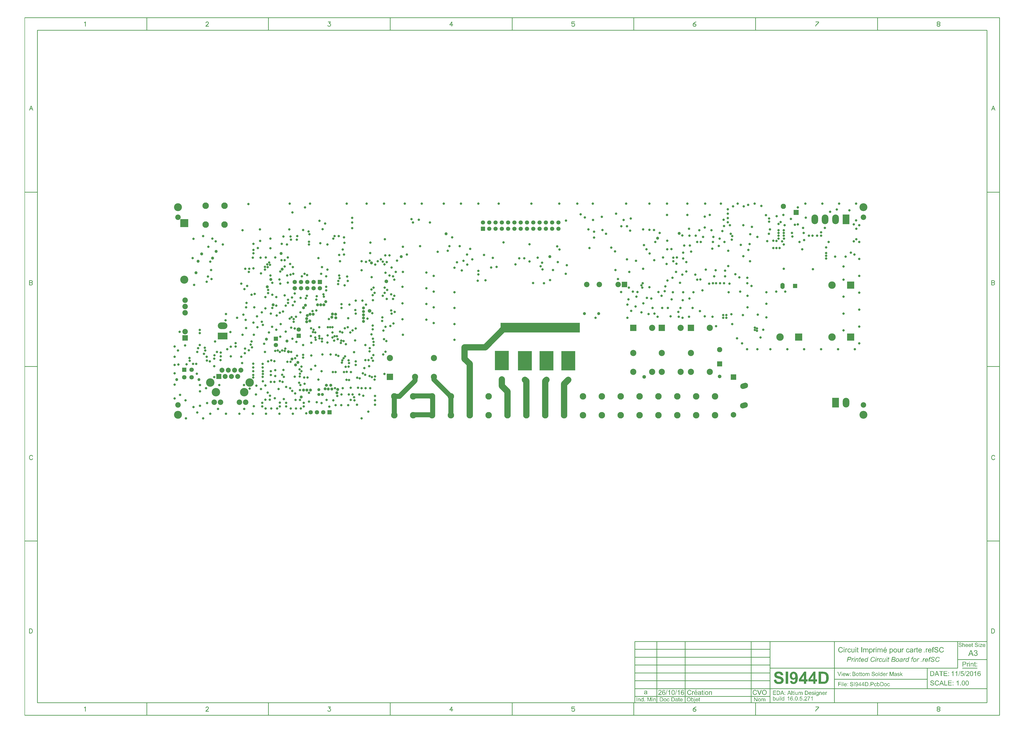
<source format=gbs>
G04 Layer_Color=16711935*
%FSLAX25Y25*%
%MOIN*%
G70*
G01*
G75*
%ADD10C,0.01000*%
%ADD75C,0.10000*%
%ADD87C,0.08000*%
%ADD104C,0.00500*%
%ADD143R,0.22000X0.31000*%
%ADD277C,0.06693*%
%ADD278R,0.06693X0.06693*%
%ADD279C,0.10300*%
%ADD280C,0.04800*%
G04:AMPARAMS|DCode=281|XSize=86.74mil|YSize=126.11mil|CornerRadius=43.37mil|HoleSize=0mil|Usage=FLASHONLY|Rotation=108.000|XOffset=0mil|YOffset=0mil|HoleType=Round|Shape=RoundedRectangle|*
%AMROUNDEDRECTD281*
21,1,0.08674,0.03937,0,0,108.0*
21,1,0.00000,0.12611,0,0,108.0*
1,1,0.08674,0.01872,0.00608*
1,1,0.08674,0.01872,0.00608*
1,1,0.08674,-0.01872,-0.00608*
1,1,0.08674,-0.01872,-0.00608*
%
%ADD281ROUNDEDRECTD281*%
%ADD282R,0.08674X0.08674*%
%ADD283C,0.08674*%
%ADD284R,0.08674X0.08674*%
%ADD285C,0.12800*%
%ADD286R,0.12800X0.12800*%
%ADD287R,0.09855X0.09855*%
%ADD288C,0.09855*%
%ADD289R,0.09855X0.09855*%
%ADD290C,0.06800*%
%ADD291R,0.06800X0.06800*%
%ADD292R,0.06800X0.06800*%
G04:AMPARAMS|DCode=293|XSize=106.42mil|YSize=153.67mil|CornerRadius=53.21mil|HoleSize=0mil|Usage=FLASHONLY|Rotation=180.000|XOffset=0mil|YOffset=0mil|HoleType=Round|Shape=RoundedRectangle|*
%AMROUNDEDRECTD293*
21,1,0.10642,0.04724,0,0,180.0*
21,1,0.00000,0.15367,0,0,180.0*
1,1,0.10642,0.00000,0.02362*
1,1,0.10642,0.00000,0.02362*
1,1,0.10642,0.00000,-0.02362*
1,1,0.10642,0.00000,-0.02362*
%
%ADD293ROUNDEDRECTD293*%
%ADD294O,0.10642X0.15367*%
%ADD295R,0.10642X0.15367*%
%ADD296C,0.13398*%
%ADD297C,0.07887*%
%ADD298R,0.07887X0.07887*%
%ADD299C,0.04737*%
%ADD300R,0.07099X0.07099*%
%ADD301C,0.07099*%
%ADD302R,0.08300X0.08300*%
%ADD303C,0.08300*%
%ADD304R,0.08800X0.08800*%
%ADD305C,0.08800*%
%ADD306C,0.11800*%
%ADD307R,0.11800X0.11800*%
%ADD308R,0.08300X0.08300*%
%ADD309O,0.06800X0.09800*%
G04:AMPARAMS|DCode=310|XSize=106.42mil|YSize=153.67mil|CornerRadius=53.21mil|HoleSize=0mil|Usage=FLASHONLY|Rotation=90.000|XOffset=0mil|YOffset=0mil|HoleType=Round|Shape=RoundedRectangle|*
%AMROUNDEDRECTD310*
21,1,0.10642,0.04724,0,0,90.0*
21,1,0.00000,0.15367,0,0,90.0*
1,1,0.10642,0.02362,0.00000*
1,1,0.10642,0.02362,0.00000*
1,1,0.10642,-0.02362,0.00000*
1,1,0.10642,-0.02362,0.00000*
%
%ADD310ROUNDEDRECTD310*%
%ADD311R,0.15367X0.10642*%
%ADD312C,0.12611*%
%ADD313C,0.08674*%
%ADD314C,0.08374*%
%ADD315R,0.08374X0.08374*%
%ADD316C,0.03831*%
%ADD317C,0.05800*%
%ADD318R,1.26000X0.15319*%
G36*
X1263962Y-373636D02*
X1263171D01*
Y-372738D01*
X1263962D01*
Y-373636D01*
D02*
G37*
G36*
X1259687Y-372640D02*
X1259755D01*
X1259921Y-372660D01*
X1260116Y-372689D01*
X1260331Y-372728D01*
X1260546Y-372786D01*
X1260751Y-372865D01*
X1260760D01*
X1260770Y-372874D01*
X1260800Y-372884D01*
X1260839Y-372904D01*
X1260936Y-372962D01*
X1261063Y-373030D01*
X1261200Y-373128D01*
X1261336Y-373245D01*
X1261473Y-373382D01*
X1261590Y-373538D01*
X1261600Y-373557D01*
X1261639Y-373616D01*
X1261688Y-373714D01*
X1261736Y-373831D01*
X1261795Y-373977D01*
X1261854Y-374153D01*
X1261893Y-374338D01*
X1261912Y-374543D01*
X1261102Y-374602D01*
Y-374592D01*
Y-374573D01*
X1261092Y-374543D01*
X1261083Y-374504D01*
X1261063Y-374397D01*
X1261024Y-374260D01*
X1260966Y-374114D01*
X1260887Y-373967D01*
X1260780Y-373821D01*
X1260653Y-373694D01*
X1260634Y-373684D01*
X1260585Y-373645D01*
X1260497Y-373597D01*
X1260380Y-373538D01*
X1260224Y-373479D01*
X1260028Y-373431D01*
X1259804Y-373392D01*
X1259540Y-373382D01*
X1259414D01*
X1259355Y-373392D01*
X1259277D01*
X1259111Y-373421D01*
X1258926Y-373450D01*
X1258740Y-373499D01*
X1258564Y-373567D01*
X1258486Y-373616D01*
X1258418Y-373665D01*
X1258408Y-373675D01*
X1258369Y-373714D01*
X1258311Y-373772D01*
X1258252Y-373860D01*
X1258184Y-373958D01*
X1258135Y-374075D01*
X1258096Y-374202D01*
X1258076Y-374348D01*
Y-374368D01*
Y-374407D01*
X1258086Y-374475D01*
X1258106Y-374553D01*
X1258135Y-374641D01*
X1258184Y-374739D01*
X1258242Y-374826D01*
X1258321Y-374914D01*
X1258330Y-374924D01*
X1258379Y-374953D01*
X1258408Y-374973D01*
X1258447Y-375002D01*
X1258506Y-375022D01*
X1258574Y-375051D01*
X1258652Y-375090D01*
X1258740Y-375129D01*
X1258838Y-375158D01*
X1258955Y-375197D01*
X1259091Y-375246D01*
X1259238Y-375285D01*
X1259404Y-375324D01*
X1259589Y-375373D01*
X1259599D01*
X1259638Y-375383D01*
X1259687Y-375392D01*
X1259755Y-375412D01*
X1259843Y-375431D01*
X1259941Y-375461D01*
X1260155Y-375510D01*
X1260390Y-375578D01*
X1260624Y-375646D01*
X1260741Y-375675D01*
X1260839Y-375714D01*
X1260936Y-375753D01*
X1261014Y-375783D01*
X1261024D01*
X1261043Y-375793D01*
X1261063Y-375812D01*
X1261102Y-375832D01*
X1261200Y-375890D01*
X1261327Y-375958D01*
X1261463Y-376056D01*
X1261600Y-376173D01*
X1261727Y-376300D01*
X1261834Y-376437D01*
X1261844Y-376456D01*
X1261873Y-376505D01*
X1261922Y-376583D01*
X1261971Y-376700D01*
X1262020Y-376827D01*
X1262068Y-376983D01*
X1262098Y-377159D01*
X1262107Y-377344D01*
Y-377354D01*
Y-377364D01*
Y-377393D01*
Y-377432D01*
X1262088Y-377530D01*
X1262068Y-377657D01*
X1262039Y-377803D01*
X1261981Y-377969D01*
X1261912Y-378145D01*
X1261815Y-378311D01*
X1261805Y-378330D01*
X1261756Y-378389D01*
X1261697Y-378467D01*
X1261600Y-378564D01*
X1261483Y-378681D01*
X1261336Y-378799D01*
X1261161Y-378906D01*
X1260966Y-379013D01*
X1260956D01*
X1260936Y-379023D01*
X1260907Y-379033D01*
X1260868Y-379052D01*
X1260819Y-379072D01*
X1260760Y-379091D01*
X1260604Y-379131D01*
X1260429Y-379179D01*
X1260214Y-379218D01*
X1259989Y-379248D01*
X1259736Y-379257D01*
X1259589D01*
X1259521Y-379248D01*
X1259433D01*
X1259336Y-379238D01*
X1259228Y-379228D01*
X1259004Y-379199D01*
X1258760Y-379150D01*
X1258516Y-379091D01*
X1258282Y-379013D01*
X1258272D01*
X1258252Y-379004D01*
X1258223Y-378984D01*
X1258184Y-378965D01*
X1258076Y-378906D01*
X1257950Y-378818D01*
X1257793Y-378711D01*
X1257647Y-378584D01*
X1257491Y-378428D01*
X1257354Y-378252D01*
Y-378242D01*
X1257345Y-378233D01*
X1257325Y-378203D01*
X1257306Y-378164D01*
X1257276Y-378115D01*
X1257247Y-378057D01*
X1257188Y-377910D01*
X1257130Y-377745D01*
X1257071Y-377540D01*
X1257032Y-377325D01*
X1257013Y-377091D01*
X1257813Y-377022D01*
Y-377032D01*
Y-377042D01*
X1257823Y-377100D01*
X1257842Y-377188D01*
X1257862Y-377305D01*
X1257901Y-377432D01*
X1257940Y-377569D01*
X1257998Y-377696D01*
X1258067Y-377823D01*
X1258076Y-377832D01*
X1258106Y-377871D01*
X1258155Y-377930D01*
X1258233Y-377998D01*
X1258321Y-378076D01*
X1258428Y-378164D01*
X1258564Y-378242D01*
X1258711Y-378320D01*
X1258721D01*
X1258730Y-378330D01*
X1258789Y-378350D01*
X1258877Y-378379D01*
X1259004Y-378408D01*
X1259140Y-378447D01*
X1259316Y-378477D01*
X1259501Y-378496D01*
X1259697Y-378506D01*
X1259775D01*
X1259872Y-378496D01*
X1259980Y-378486D01*
X1260116Y-378477D01*
X1260253Y-378447D01*
X1260399Y-378418D01*
X1260546Y-378369D01*
X1260565Y-378359D01*
X1260604Y-378340D01*
X1260673Y-378311D01*
X1260751Y-378262D01*
X1260848Y-378203D01*
X1260936Y-378135D01*
X1261024Y-378057D01*
X1261102Y-377969D01*
X1261112Y-377959D01*
X1261131Y-377920D01*
X1261161Y-377871D01*
X1261200Y-377803D01*
X1261229Y-377725D01*
X1261258Y-377627D01*
X1261278Y-377530D01*
X1261287Y-377422D01*
Y-377413D01*
Y-377374D01*
X1261278Y-377315D01*
X1261268Y-377247D01*
X1261248Y-377159D01*
X1261209Y-377071D01*
X1261170Y-376983D01*
X1261112Y-376895D01*
X1261102Y-376886D01*
X1261083Y-376856D01*
X1261034Y-376817D01*
X1260975Y-376759D01*
X1260897Y-376700D01*
X1260800Y-376642D01*
X1260673Y-376573D01*
X1260536Y-376515D01*
X1260526Y-376505D01*
X1260487Y-376495D01*
X1260409Y-376476D01*
X1260360Y-376456D01*
X1260302Y-376437D01*
X1260224Y-376417D01*
X1260146Y-376398D01*
X1260048Y-376368D01*
X1259950Y-376339D01*
X1259833Y-376310D01*
X1259697Y-376281D01*
X1259550Y-376241D01*
X1259394Y-376203D01*
X1259384D01*
X1259355Y-376193D01*
X1259306Y-376183D01*
X1259248Y-376163D01*
X1259179Y-376144D01*
X1259101Y-376124D01*
X1258916Y-376076D01*
X1258711Y-376007D01*
X1258506Y-375939D01*
X1258321Y-375871D01*
X1258233Y-375841D01*
X1258164Y-375802D01*
X1258155D01*
X1258145Y-375793D01*
X1258086Y-375753D01*
X1258008Y-375705D01*
X1257911Y-375636D01*
X1257793Y-375549D01*
X1257686Y-375451D01*
X1257579Y-375334D01*
X1257481Y-375207D01*
X1257471Y-375187D01*
X1257442Y-375139D01*
X1257413Y-375070D01*
X1257374Y-374973D01*
X1257325Y-374856D01*
X1257296Y-374719D01*
X1257266Y-374563D01*
X1257257Y-374407D01*
Y-374397D01*
Y-374387D01*
Y-374358D01*
Y-374319D01*
X1257276Y-374231D01*
X1257296Y-374114D01*
X1257325Y-373967D01*
X1257374Y-373821D01*
X1257442Y-373655D01*
X1257530Y-373499D01*
Y-373489D01*
X1257540Y-373479D01*
X1257579Y-373431D01*
X1257647Y-373353D01*
X1257735Y-373255D01*
X1257842Y-373157D01*
X1257979Y-373050D01*
X1258145Y-372943D01*
X1258330Y-372855D01*
X1258340D01*
X1258350Y-372845D01*
X1258379Y-372835D01*
X1258428Y-372816D01*
X1258477Y-372806D01*
X1258535Y-372786D01*
X1258672Y-372738D01*
X1258848Y-372699D01*
X1259043Y-372669D01*
X1259267Y-372640D01*
X1259501Y-372630D01*
X1259619D01*
X1259687Y-372640D01*
D02*
G37*
G36*
X1233803D02*
X1233872D01*
X1234038Y-372660D01*
X1234233Y-372689D01*
X1234447Y-372728D01*
X1234662Y-372786D01*
X1234867Y-372865D01*
X1234877D01*
X1234887Y-372874D01*
X1234916Y-372884D01*
X1234955Y-372904D01*
X1235053Y-372962D01*
X1235180Y-373030D01*
X1235316Y-373128D01*
X1235453Y-373245D01*
X1235590Y-373382D01*
X1235707Y-373538D01*
X1235716Y-373557D01*
X1235755Y-373616D01*
X1235804Y-373714D01*
X1235853Y-373831D01*
X1235911Y-373977D01*
X1235970Y-374153D01*
X1236009Y-374338D01*
X1236029Y-374543D01*
X1235219Y-374602D01*
Y-374592D01*
Y-374573D01*
X1235209Y-374543D01*
X1235199Y-374504D01*
X1235180Y-374397D01*
X1235141Y-374260D01*
X1235082Y-374114D01*
X1235004Y-373967D01*
X1234896Y-373821D01*
X1234770Y-373694D01*
X1234750Y-373684D01*
X1234701Y-373645D01*
X1234614Y-373597D01*
X1234496Y-373538D01*
X1234340Y-373479D01*
X1234145Y-373431D01*
X1233920Y-373392D01*
X1233657Y-373382D01*
X1233530D01*
X1233471Y-373392D01*
X1233393D01*
X1233228Y-373421D01*
X1233042Y-373450D01*
X1232857Y-373499D01*
X1232681Y-373567D01*
X1232603Y-373616D01*
X1232535Y-373665D01*
X1232525Y-373675D01*
X1232486Y-373714D01*
X1232427Y-373772D01*
X1232369Y-373860D01*
X1232300Y-373958D01*
X1232251Y-374075D01*
X1232213Y-374202D01*
X1232193Y-374348D01*
Y-374368D01*
Y-374407D01*
X1232203Y-374475D01*
X1232222Y-374553D01*
X1232251Y-374641D01*
X1232300Y-374739D01*
X1232359Y-374826D01*
X1232437Y-374914D01*
X1232447Y-374924D01*
X1232495Y-374953D01*
X1232525Y-374973D01*
X1232564Y-375002D01*
X1232622Y-375022D01*
X1232691Y-375051D01*
X1232769Y-375090D01*
X1232857Y-375129D01*
X1232954Y-375158D01*
X1233071Y-375197D01*
X1233208Y-375246D01*
X1233354Y-375285D01*
X1233520Y-375324D01*
X1233706Y-375373D01*
X1233716D01*
X1233755Y-375383D01*
X1233803Y-375392D01*
X1233872Y-375412D01*
X1233959Y-375431D01*
X1234057Y-375461D01*
X1234272Y-375510D01*
X1234506Y-375578D01*
X1234740Y-375646D01*
X1234857Y-375675D01*
X1234955Y-375714D01*
X1235053Y-375753D01*
X1235131Y-375783D01*
X1235141D01*
X1235160Y-375793D01*
X1235180Y-375812D01*
X1235219Y-375832D01*
X1235316Y-375890D01*
X1235443Y-375958D01*
X1235580Y-376056D01*
X1235716Y-376173D01*
X1235843Y-376300D01*
X1235951Y-376437D01*
X1235960Y-376456D01*
X1235990Y-376505D01*
X1236038Y-376583D01*
X1236087Y-376700D01*
X1236136Y-376827D01*
X1236185Y-376983D01*
X1236214Y-377159D01*
X1236224Y-377344D01*
Y-377354D01*
Y-377364D01*
Y-377393D01*
Y-377432D01*
X1236204Y-377530D01*
X1236185Y-377657D01*
X1236156Y-377803D01*
X1236097Y-377969D01*
X1236029Y-378145D01*
X1235931Y-378311D01*
X1235921Y-378330D01*
X1235872Y-378389D01*
X1235814Y-378467D01*
X1235716Y-378564D01*
X1235599Y-378681D01*
X1235453Y-378799D01*
X1235277Y-378906D01*
X1235082Y-379013D01*
X1235072D01*
X1235053Y-379023D01*
X1235023Y-379033D01*
X1234984Y-379052D01*
X1234935Y-379072D01*
X1234877Y-379091D01*
X1234721Y-379131D01*
X1234545Y-379179D01*
X1234330Y-379218D01*
X1234106Y-379248D01*
X1233852Y-379257D01*
X1233706D01*
X1233637Y-379248D01*
X1233550D01*
X1233452Y-379238D01*
X1233345Y-379228D01*
X1233120Y-379199D01*
X1232876Y-379150D01*
X1232632Y-379091D01*
X1232398Y-379013D01*
X1232388D01*
X1232369Y-379004D01*
X1232339Y-378984D01*
X1232300Y-378965D01*
X1232193Y-378906D01*
X1232066Y-378818D01*
X1231910Y-378711D01*
X1231763Y-378584D01*
X1231607Y-378428D01*
X1231471Y-378252D01*
Y-378242D01*
X1231461Y-378233D01*
X1231441Y-378203D01*
X1231422Y-378164D01*
X1231393Y-378115D01*
X1231363Y-378057D01*
X1231305Y-377910D01*
X1231246Y-377745D01*
X1231188Y-377540D01*
X1231149Y-377325D01*
X1231129Y-377091D01*
X1231929Y-377022D01*
Y-377032D01*
Y-377042D01*
X1231939Y-377100D01*
X1231959Y-377188D01*
X1231978Y-377305D01*
X1232017Y-377432D01*
X1232056Y-377569D01*
X1232115Y-377696D01*
X1232183Y-377823D01*
X1232193Y-377832D01*
X1232222Y-377871D01*
X1232271Y-377930D01*
X1232349Y-377998D01*
X1232437Y-378076D01*
X1232544Y-378164D01*
X1232681Y-378242D01*
X1232827Y-378320D01*
X1232837D01*
X1232847Y-378330D01*
X1232905Y-378350D01*
X1232993Y-378379D01*
X1233120Y-378408D01*
X1233257Y-378447D01*
X1233432Y-378477D01*
X1233618Y-378496D01*
X1233813Y-378506D01*
X1233891D01*
X1233989Y-378496D01*
X1234096Y-378486D01*
X1234233Y-378477D01*
X1234369Y-378447D01*
X1234516Y-378418D01*
X1234662Y-378369D01*
X1234682Y-378359D01*
X1234721Y-378340D01*
X1234789Y-378311D01*
X1234867Y-378262D01*
X1234965Y-378203D01*
X1235053Y-378135D01*
X1235141Y-378057D01*
X1235219Y-377969D01*
X1235228Y-377959D01*
X1235248Y-377920D01*
X1235277Y-377871D01*
X1235316Y-377803D01*
X1235345Y-377725D01*
X1235375Y-377627D01*
X1235394Y-377530D01*
X1235404Y-377422D01*
Y-377413D01*
Y-377374D01*
X1235394Y-377315D01*
X1235384Y-377247D01*
X1235365Y-377159D01*
X1235326Y-377071D01*
X1235287Y-376983D01*
X1235228Y-376895D01*
X1235219Y-376886D01*
X1235199Y-376856D01*
X1235150Y-376817D01*
X1235092Y-376759D01*
X1235014Y-376700D01*
X1234916Y-376642D01*
X1234789Y-376573D01*
X1234653Y-376515D01*
X1234643Y-376505D01*
X1234604Y-376495D01*
X1234526Y-376476D01*
X1234477Y-376456D01*
X1234418Y-376437D01*
X1234340Y-376417D01*
X1234262Y-376398D01*
X1234165Y-376368D01*
X1234067Y-376339D01*
X1233950Y-376310D01*
X1233813Y-376281D01*
X1233667Y-376241D01*
X1233511Y-376203D01*
X1233501D01*
X1233471Y-376193D01*
X1233423Y-376183D01*
X1233364Y-376163D01*
X1233296Y-376144D01*
X1233218Y-376124D01*
X1233032Y-376076D01*
X1232827Y-376007D01*
X1232622Y-375939D01*
X1232437Y-375871D01*
X1232349Y-375841D01*
X1232281Y-375802D01*
X1232271D01*
X1232261Y-375793D01*
X1232203Y-375753D01*
X1232125Y-375705D01*
X1232027Y-375636D01*
X1231910Y-375549D01*
X1231803Y-375451D01*
X1231695Y-375334D01*
X1231598Y-375207D01*
X1231588Y-375187D01*
X1231559Y-375139D01*
X1231529Y-375070D01*
X1231490Y-374973D01*
X1231441Y-374856D01*
X1231412Y-374719D01*
X1231383Y-374563D01*
X1231373Y-374407D01*
Y-374397D01*
Y-374387D01*
Y-374358D01*
Y-374319D01*
X1231393Y-374231D01*
X1231412Y-374114D01*
X1231441Y-373967D01*
X1231490Y-373821D01*
X1231559Y-373655D01*
X1231646Y-373499D01*
Y-373489D01*
X1231656Y-373479D01*
X1231695Y-373431D01*
X1231763Y-373353D01*
X1231851Y-373255D01*
X1231959Y-373157D01*
X1232095Y-373050D01*
X1232261Y-372943D01*
X1232447Y-372855D01*
X1232456D01*
X1232466Y-372845D01*
X1232495Y-372835D01*
X1232544Y-372816D01*
X1232593Y-372806D01*
X1232652Y-372786D01*
X1232788Y-372738D01*
X1232964Y-372699D01*
X1233159Y-372669D01*
X1233384Y-372640D01*
X1233618Y-372630D01*
X1233735D01*
X1233803Y-372640D01*
D02*
G37*
G36*
X1268705Y-375022D02*
X1266187Y-377979D01*
X1265699Y-378525D01*
X1265748D01*
X1265787Y-378516D01*
X1265894Y-378506D01*
X1266021Y-378496D01*
X1266177D01*
X1266343Y-378486D01*
X1266695Y-378477D01*
X1268842D01*
Y-379150D01*
X1264733D01*
Y-378516D01*
X1267690Y-375109D01*
X1267602D01*
X1267514Y-375119D01*
X1267387D01*
X1267251Y-375129D01*
X1267105D01*
X1266948Y-375139D01*
X1264909D01*
Y-374504D01*
X1268705D01*
Y-375022D01*
D02*
G37*
G36*
X1263962Y-379150D02*
X1263171D01*
Y-374504D01*
X1263962D01*
Y-379150D01*
D02*
G37*
G36*
X1238068Y-375031D02*
X1238078Y-375022D01*
X1238098Y-375002D01*
X1238127Y-374973D01*
X1238166Y-374934D01*
X1238225Y-374885D01*
X1238283Y-374826D01*
X1238361Y-374778D01*
X1238449Y-374709D01*
X1238547Y-374651D01*
X1238644Y-374602D01*
X1238888Y-374495D01*
X1239015Y-374455D01*
X1239152Y-374426D01*
X1239298Y-374407D01*
X1239454Y-374397D01*
X1239542D01*
X1239640Y-374407D01*
X1239757Y-374426D01*
X1239894Y-374446D01*
X1240040Y-374485D01*
X1240196Y-374534D01*
X1240343Y-374602D01*
X1240362Y-374612D01*
X1240401Y-374641D01*
X1240469Y-374690D01*
X1240557Y-374748D01*
X1240645Y-374826D01*
X1240733Y-374924D01*
X1240821Y-375041D01*
X1240889Y-375168D01*
X1240899Y-375187D01*
X1240918Y-375236D01*
X1240938Y-375314D01*
X1240977Y-375431D01*
X1241006Y-375578D01*
X1241026Y-375763D01*
X1241045Y-375968D01*
X1241055Y-376212D01*
Y-379150D01*
X1240265D01*
Y-376203D01*
Y-376193D01*
Y-376173D01*
Y-376144D01*
Y-376105D01*
X1240255Y-376007D01*
X1240235Y-375871D01*
X1240196Y-375734D01*
X1240157Y-375597D01*
X1240089Y-375461D01*
X1240001Y-375344D01*
X1239991Y-375334D01*
X1239952Y-375305D01*
X1239894Y-375256D01*
X1239816Y-375207D01*
X1239718Y-375158D01*
X1239591Y-375109D01*
X1239454Y-375080D01*
X1239289Y-375070D01*
X1239230D01*
X1239162Y-375080D01*
X1239074Y-375090D01*
X1238976Y-375119D01*
X1238859Y-375148D01*
X1238742Y-375197D01*
X1238625Y-375256D01*
X1238615Y-375266D01*
X1238576Y-375285D01*
X1238527Y-375334D01*
X1238459Y-375383D01*
X1238391Y-375461D01*
X1238313Y-375539D01*
X1238254Y-375646D01*
X1238195Y-375753D01*
X1238186Y-375763D01*
X1238176Y-375812D01*
X1238156Y-375880D01*
X1238137Y-375978D01*
X1238107Y-376105D01*
X1238088Y-376251D01*
X1238078Y-376417D01*
X1238068Y-376612D01*
Y-379150D01*
X1237278D01*
Y-372738D01*
X1238068D01*
Y-375031D01*
D02*
G37*
G36*
X1253138Y-374504D02*
X1253928D01*
Y-375119D01*
X1253138D01*
Y-377842D01*
Y-377852D01*
Y-377891D01*
Y-377950D01*
X1253148Y-378018D01*
X1253158Y-378164D01*
X1253167Y-378223D01*
X1253177Y-378272D01*
X1253187Y-378291D01*
X1253206Y-378330D01*
X1253245Y-378379D01*
X1253304Y-378428D01*
X1253323Y-378437D01*
X1253372Y-378447D01*
X1253460Y-378467D01*
X1253577Y-378477D01*
X1253675D01*
X1253724Y-378467D01*
X1253782D01*
X1253928Y-378447D01*
X1254036Y-379140D01*
X1254016D01*
X1253977Y-379150D01*
X1253919Y-379160D01*
X1253831Y-379170D01*
X1253743Y-379189D01*
X1253645Y-379199D01*
X1253440Y-379209D01*
X1253372D01*
X1253294Y-379199D01*
X1253197Y-379189D01*
X1253089Y-379179D01*
X1252972Y-379150D01*
X1252865Y-379121D01*
X1252767Y-379082D01*
X1252757Y-379072D01*
X1252728Y-379052D01*
X1252689Y-379023D01*
X1252640Y-378984D01*
X1252582Y-378935D01*
X1252533Y-378877D01*
X1252474Y-378808D01*
X1252435Y-378730D01*
Y-378721D01*
X1252425Y-378681D01*
X1252406Y-378623D01*
X1252396Y-378525D01*
X1252377Y-378398D01*
X1252367Y-378330D01*
X1252357Y-378242D01*
Y-378145D01*
X1252347Y-378037D01*
Y-377920D01*
Y-377793D01*
Y-375119D01*
X1251762D01*
Y-374504D01*
X1252347D01*
Y-373362D01*
X1253138Y-372884D01*
Y-374504D01*
D02*
G37*
G36*
X1271692Y-374407D02*
X1271770Y-374416D01*
X1271867Y-374426D01*
X1271965Y-374446D01*
X1272082Y-374475D01*
X1272316Y-374553D01*
X1272443Y-374602D01*
X1272570Y-374670D01*
X1272697Y-374739D01*
X1272824Y-374826D01*
X1272941Y-374924D01*
X1273058Y-375041D01*
X1273068Y-375051D01*
X1273087Y-375070D01*
X1273117Y-375109D01*
X1273156Y-375158D01*
X1273195Y-375226D01*
X1273244Y-375305D01*
X1273302Y-375392D01*
X1273361Y-375500D01*
X1273409Y-375627D01*
X1273468Y-375753D01*
X1273517Y-375900D01*
X1273566Y-376066D01*
X1273595Y-376232D01*
X1273624Y-376417D01*
X1273644Y-376612D01*
X1273653Y-376827D01*
Y-376837D01*
Y-376876D01*
Y-376944D01*
X1273644Y-377032D01*
X1270189D01*
Y-377042D01*
Y-377061D01*
X1270198Y-377110D01*
Y-377159D01*
X1270208Y-377227D01*
X1270218Y-377296D01*
X1270257Y-377471D01*
X1270315Y-377657D01*
X1270384Y-377852D01*
X1270491Y-378047D01*
X1270618Y-378213D01*
X1270638Y-378233D01*
X1270686Y-378272D01*
X1270774Y-378340D01*
X1270882Y-378408D01*
X1271028Y-378486D01*
X1271194Y-378555D01*
X1271379Y-378594D01*
X1271584Y-378613D01*
X1271662D01*
X1271741Y-378603D01*
X1271838Y-378584D01*
X1271955Y-378555D01*
X1272082Y-378516D01*
X1272209Y-378467D01*
X1272326Y-378389D01*
X1272336Y-378379D01*
X1272375Y-378340D01*
X1272433Y-378291D01*
X1272502Y-378203D01*
X1272580Y-378106D01*
X1272658Y-377979D01*
X1272736Y-377823D01*
X1272814Y-377647D01*
X1273624Y-377754D01*
Y-377764D01*
X1273614Y-377784D01*
X1273605Y-377823D01*
X1273585Y-377871D01*
X1273566Y-377930D01*
X1273536Y-377998D01*
X1273458Y-378164D01*
X1273361Y-378340D01*
X1273244Y-378525D01*
X1273087Y-378711D01*
X1272912Y-378867D01*
X1272902D01*
X1272892Y-378887D01*
X1272863Y-378906D01*
X1272814Y-378925D01*
X1272765Y-378955D01*
X1272707Y-378994D01*
X1272638Y-379023D01*
X1272551Y-379062D01*
X1272365Y-379131D01*
X1272131Y-379199D01*
X1271877Y-379238D01*
X1271584Y-379257D01*
X1271487D01*
X1271418Y-379248D01*
X1271331Y-379238D01*
X1271233Y-379228D01*
X1271126Y-379209D01*
X1270999Y-379179D01*
X1270745Y-379101D01*
X1270608Y-379052D01*
X1270481Y-378994D01*
X1270345Y-378925D01*
X1270218Y-378838D01*
X1270091Y-378740D01*
X1269974Y-378633D01*
X1269964Y-378623D01*
X1269945Y-378603D01*
X1269915Y-378564D01*
X1269886Y-378516D01*
X1269837Y-378457D01*
X1269788Y-378379D01*
X1269730Y-378281D01*
X1269681Y-378174D01*
X1269623Y-378057D01*
X1269564Y-377930D01*
X1269515Y-377784D01*
X1269476Y-377627D01*
X1269437Y-377462D01*
X1269408Y-377276D01*
X1269388Y-377081D01*
X1269379Y-376876D01*
Y-376866D01*
Y-376827D01*
Y-376759D01*
X1269388Y-376681D01*
X1269398Y-376583D01*
X1269408Y-376466D01*
X1269427Y-376339D01*
X1269457Y-376203D01*
X1269525Y-375910D01*
X1269574Y-375763D01*
X1269632Y-375607D01*
X1269701Y-375461D01*
X1269779Y-375314D01*
X1269867Y-375178D01*
X1269974Y-375051D01*
X1269984Y-375041D01*
X1270003Y-375022D01*
X1270033Y-374992D01*
X1270081Y-374943D01*
X1270140Y-374895D01*
X1270218Y-374846D01*
X1270296Y-374787D01*
X1270394Y-374719D01*
X1270501Y-374660D01*
X1270618Y-374602D01*
X1270745Y-374553D01*
X1270891Y-374495D01*
X1271038Y-374455D01*
X1271194Y-374426D01*
X1271360Y-374407D01*
X1271535Y-374397D01*
X1271623D01*
X1271692Y-374407D01*
D02*
G37*
G36*
X1249292D02*
X1249371Y-374416D01*
X1249468Y-374426D01*
X1249566Y-374446D01*
X1249683Y-374475D01*
X1249917Y-374553D01*
X1250044Y-374602D01*
X1250171Y-374670D01*
X1250298Y-374739D01*
X1250425Y-374826D01*
X1250542Y-374924D01*
X1250659Y-375041D01*
X1250669Y-375051D01*
X1250688Y-375070D01*
X1250717Y-375109D01*
X1250756Y-375158D01*
X1250795Y-375226D01*
X1250844Y-375305D01*
X1250903Y-375392D01*
X1250961Y-375500D01*
X1251010Y-375627D01*
X1251069Y-375753D01*
X1251118Y-375900D01*
X1251166Y-376066D01*
X1251196Y-376232D01*
X1251225Y-376417D01*
X1251245Y-376612D01*
X1251254Y-376827D01*
Y-376837D01*
Y-376876D01*
Y-376944D01*
X1251245Y-377032D01*
X1247789D01*
Y-377042D01*
Y-377061D01*
X1247799Y-377110D01*
Y-377159D01*
X1247809Y-377227D01*
X1247819Y-377296D01*
X1247858Y-377471D01*
X1247916Y-377657D01*
X1247985Y-377852D01*
X1248092Y-378047D01*
X1248219Y-378213D01*
X1248238Y-378233D01*
X1248287Y-378272D01*
X1248375Y-378340D01*
X1248482Y-378408D01*
X1248629Y-378486D01*
X1248795Y-378555D01*
X1248980Y-378594D01*
X1249185Y-378613D01*
X1249263D01*
X1249341Y-378603D01*
X1249439Y-378584D01*
X1249556Y-378555D01*
X1249683Y-378516D01*
X1249810Y-378467D01*
X1249927Y-378389D01*
X1249937Y-378379D01*
X1249976Y-378340D01*
X1250034Y-378291D01*
X1250103Y-378203D01*
X1250181Y-378106D01*
X1250259Y-377979D01*
X1250337Y-377823D01*
X1250415Y-377647D01*
X1251225Y-377754D01*
Y-377764D01*
X1251215Y-377784D01*
X1251206Y-377823D01*
X1251186Y-377871D01*
X1251166Y-377930D01*
X1251137Y-377998D01*
X1251059Y-378164D01*
X1250961Y-378340D01*
X1250844Y-378525D01*
X1250688Y-378711D01*
X1250513Y-378867D01*
X1250503D01*
X1250493Y-378887D01*
X1250464Y-378906D01*
X1250415Y-378925D01*
X1250366Y-378955D01*
X1250307Y-378994D01*
X1250239Y-379023D01*
X1250151Y-379062D01*
X1249966Y-379131D01*
X1249732Y-379199D01*
X1249478Y-379238D01*
X1249185Y-379257D01*
X1249088D01*
X1249019Y-379248D01*
X1248931Y-379238D01*
X1248834Y-379228D01*
X1248726Y-379209D01*
X1248600Y-379179D01*
X1248346Y-379101D01*
X1248209Y-379052D01*
X1248082Y-378994D01*
X1247946Y-378925D01*
X1247819Y-378838D01*
X1247692Y-378740D01*
X1247575Y-378633D01*
X1247565Y-378623D01*
X1247545Y-378603D01*
X1247516Y-378564D01*
X1247487Y-378516D01*
X1247438Y-378457D01*
X1247389Y-378379D01*
X1247331Y-378281D01*
X1247282Y-378174D01*
X1247223Y-378057D01*
X1247165Y-377930D01*
X1247116Y-377784D01*
X1247077Y-377627D01*
X1247038Y-377462D01*
X1247009Y-377276D01*
X1246989Y-377081D01*
X1246979Y-376876D01*
Y-376866D01*
Y-376827D01*
Y-376759D01*
X1246989Y-376681D01*
X1246999Y-376583D01*
X1247009Y-376466D01*
X1247028Y-376339D01*
X1247058Y-376203D01*
X1247126Y-375910D01*
X1247175Y-375763D01*
X1247233Y-375607D01*
X1247301Y-375461D01*
X1247379Y-375314D01*
X1247467Y-375178D01*
X1247575Y-375051D01*
X1247585Y-375041D01*
X1247604Y-375022D01*
X1247633Y-374992D01*
X1247682Y-374943D01*
X1247741Y-374895D01*
X1247819Y-374846D01*
X1247897Y-374787D01*
X1247994Y-374719D01*
X1248102Y-374660D01*
X1248219Y-374602D01*
X1248346Y-374553D01*
X1248492Y-374495D01*
X1248639Y-374455D01*
X1248795Y-374426D01*
X1248961Y-374407D01*
X1249136Y-374397D01*
X1249224D01*
X1249292Y-374407D01*
D02*
G37*
G36*
X1244315D02*
X1244393Y-374416D01*
X1244491Y-374426D01*
X1244588Y-374446D01*
X1244705Y-374475D01*
X1244940Y-374553D01*
X1245066Y-374602D01*
X1245193Y-374670D01*
X1245320Y-374739D01*
X1245447Y-374826D01*
X1245564Y-374924D01*
X1245681Y-375041D01*
X1245691Y-375051D01*
X1245711Y-375070D01*
X1245740Y-375109D01*
X1245779Y-375158D01*
X1245818Y-375226D01*
X1245867Y-375305D01*
X1245925Y-375392D01*
X1245984Y-375500D01*
X1246033Y-375627D01*
X1246091Y-375753D01*
X1246140Y-375900D01*
X1246189Y-376066D01*
X1246218Y-376232D01*
X1246247Y-376417D01*
X1246267Y-376612D01*
X1246277Y-376827D01*
Y-376837D01*
Y-376876D01*
Y-376944D01*
X1246267Y-377032D01*
X1242812D01*
Y-377042D01*
Y-377061D01*
X1242822Y-377110D01*
Y-377159D01*
X1242831Y-377227D01*
X1242841Y-377296D01*
X1242880Y-377471D01*
X1242939Y-377657D01*
X1243007Y-377852D01*
X1243114Y-378047D01*
X1243241Y-378213D01*
X1243261Y-378233D01*
X1243310Y-378272D01*
X1243398Y-378340D01*
X1243505Y-378408D01*
X1243651Y-378486D01*
X1243817Y-378555D01*
X1244003Y-378594D01*
X1244207Y-378613D01*
X1244286D01*
X1244364Y-378603D01*
X1244461Y-378584D01*
X1244578Y-378555D01*
X1244705Y-378516D01*
X1244832Y-378467D01*
X1244949Y-378389D01*
X1244959Y-378379D01*
X1244998Y-378340D01*
X1245057Y-378291D01*
X1245125Y-378203D01*
X1245203Y-378106D01*
X1245281Y-377979D01*
X1245359Y-377823D01*
X1245437Y-377647D01*
X1246247Y-377754D01*
Y-377764D01*
X1246238Y-377784D01*
X1246228Y-377823D01*
X1246208Y-377871D01*
X1246189Y-377930D01*
X1246159Y-377998D01*
X1246082Y-378164D01*
X1245984Y-378340D01*
X1245867Y-378525D01*
X1245711Y-378711D01*
X1245535Y-378867D01*
X1245525D01*
X1245515Y-378887D01*
X1245486Y-378906D01*
X1245437Y-378925D01*
X1245389Y-378955D01*
X1245330Y-378994D01*
X1245262Y-379023D01*
X1245174Y-379062D01*
X1244988Y-379131D01*
X1244754Y-379199D01*
X1244500Y-379238D01*
X1244207Y-379257D01*
X1244110D01*
X1244042Y-379248D01*
X1243954Y-379238D01*
X1243856Y-379228D01*
X1243749Y-379209D01*
X1243622Y-379179D01*
X1243368Y-379101D01*
X1243231Y-379052D01*
X1243105Y-378994D01*
X1242968Y-378925D01*
X1242841Y-378838D01*
X1242714Y-378740D01*
X1242597Y-378633D01*
X1242587Y-378623D01*
X1242568Y-378603D01*
X1242539Y-378564D01*
X1242509Y-378516D01*
X1242461Y-378457D01*
X1242412Y-378379D01*
X1242353Y-378281D01*
X1242304Y-378174D01*
X1242246Y-378057D01*
X1242187Y-377930D01*
X1242138Y-377784D01*
X1242099Y-377627D01*
X1242060Y-377462D01*
X1242031Y-377276D01*
X1242012Y-377081D01*
X1242002Y-376876D01*
Y-376866D01*
Y-376827D01*
Y-376759D01*
X1242012Y-376681D01*
X1242021Y-376583D01*
X1242031Y-376466D01*
X1242051Y-376339D01*
X1242080Y-376203D01*
X1242148Y-375910D01*
X1242197Y-375763D01*
X1242255Y-375607D01*
X1242324Y-375461D01*
X1242402Y-375314D01*
X1242490Y-375178D01*
X1242597Y-375051D01*
X1242607Y-375041D01*
X1242626Y-375022D01*
X1242656Y-374992D01*
X1242704Y-374943D01*
X1242763Y-374895D01*
X1242841Y-374846D01*
X1242919Y-374787D01*
X1243017Y-374719D01*
X1243124Y-374660D01*
X1243241Y-374602D01*
X1243368Y-374553D01*
X1243515Y-374495D01*
X1243661Y-374455D01*
X1243817Y-374426D01*
X1243983Y-374407D01*
X1244159Y-374397D01*
X1244247D01*
X1244315Y-374407D01*
D02*
G37*
G36*
X1191611Y-379436D02*
X1191751Y-379449D01*
X1191916Y-379474D01*
X1192093Y-379499D01*
X1192284Y-379537D01*
X1192131Y-380426D01*
X1192118D01*
X1192080Y-380413D01*
X1192017Y-380400D01*
X1191941Y-380387D01*
X1191839D01*
X1191738Y-380375D01*
X1191522Y-380362D01*
X1191446D01*
X1191370Y-380375D01*
X1191268Y-380387D01*
X1191167Y-380413D01*
X1191053Y-380451D01*
X1190951Y-380502D01*
X1190862Y-380565D01*
X1190849Y-380578D01*
X1190837Y-380603D01*
X1190799Y-380654D01*
X1190773Y-380730D01*
X1190735Y-380832D01*
X1190697Y-380971D01*
X1190685Y-381123D01*
X1190672Y-381314D01*
Y-381860D01*
X1191852D01*
Y-382659D01*
X1190685D01*
Y-387900D01*
X1189657D01*
Y-382659D01*
X1188756D01*
Y-381860D01*
X1189657D01*
Y-381225D01*
Y-381212D01*
Y-381200D01*
Y-381123D01*
X1189669Y-381022D01*
Y-380882D01*
X1189682Y-380743D01*
X1189707Y-380591D01*
X1189733Y-380451D01*
X1189771Y-380324D01*
X1189784Y-380311D01*
X1189796Y-380261D01*
X1189834Y-380185D01*
X1189885Y-380096D01*
X1189961Y-379981D01*
X1190050Y-379880D01*
X1190152Y-379778D01*
X1190279Y-379677D01*
X1190291Y-379664D01*
X1190355Y-379639D01*
X1190431Y-379601D01*
X1190558Y-379550D01*
X1190697Y-379499D01*
X1190888Y-379461D01*
X1191091Y-379436D01*
X1191332Y-379423D01*
X1191497D01*
X1191611Y-379436D01*
D02*
G37*
G36*
X1100588Y-380730D02*
X1099560D01*
Y-379563D01*
X1100588D01*
Y-380730D01*
D02*
G37*
G36*
X1068254D02*
X1067226D01*
Y-379563D01*
X1068254D01*
Y-380730D01*
D02*
G37*
G36*
X1049498D02*
X1048470D01*
Y-379563D01*
X1049498D01*
Y-380730D01*
D02*
G37*
G36*
X1114319Y-381111D02*
X1113468D01*
X1114230Y-379525D01*
X1115575D01*
X1114319Y-381111D01*
D02*
G37*
G36*
X1195900Y-379436D02*
X1195989D01*
X1196205Y-379461D01*
X1196459Y-379499D01*
X1196738Y-379550D01*
X1197017Y-379626D01*
X1197283Y-379728D01*
X1197296D01*
X1197309Y-379740D01*
X1197347Y-379753D01*
X1197398Y-379778D01*
X1197525Y-379854D01*
X1197689Y-379943D01*
X1197867Y-380070D01*
X1198045Y-380223D01*
X1198222Y-380400D01*
X1198375Y-380603D01*
X1198387Y-380629D01*
X1198438Y-380705D01*
X1198502Y-380832D01*
X1198565Y-380984D01*
X1198641Y-381174D01*
X1198717Y-381403D01*
X1198768Y-381644D01*
X1198794Y-381910D01*
X1197740Y-381986D01*
Y-381974D01*
Y-381948D01*
X1197727Y-381910D01*
X1197715Y-381860D01*
X1197689Y-381720D01*
X1197639Y-381542D01*
X1197563Y-381352D01*
X1197461Y-381162D01*
X1197321Y-380971D01*
X1197157Y-380806D01*
X1197131Y-380794D01*
X1197068Y-380743D01*
X1196953Y-380679D01*
X1196801Y-380603D01*
X1196598Y-380527D01*
X1196344Y-380464D01*
X1196052Y-380413D01*
X1195710Y-380400D01*
X1195545D01*
X1195469Y-380413D01*
X1195367D01*
X1195151Y-380451D01*
X1194910Y-380489D01*
X1194669Y-380553D01*
X1194441Y-380641D01*
X1194339Y-380705D01*
X1194250Y-380768D01*
X1194238Y-380781D01*
X1194187Y-380832D01*
X1194111Y-380908D01*
X1194035Y-381022D01*
X1193946Y-381149D01*
X1193882Y-381301D01*
X1193832Y-381466D01*
X1193806Y-381657D01*
Y-381682D01*
Y-381733D01*
X1193819Y-381821D01*
X1193844Y-381923D01*
X1193882Y-382037D01*
X1193946Y-382164D01*
X1194022Y-382278D01*
X1194124Y-382393D01*
X1194136Y-382405D01*
X1194200Y-382443D01*
X1194238Y-382469D01*
X1194289Y-382507D01*
X1194365Y-382532D01*
X1194454Y-382570D01*
X1194555Y-382621D01*
X1194669Y-382672D01*
X1194796Y-382710D01*
X1194948Y-382761D01*
X1195126Y-382824D01*
X1195316Y-382875D01*
X1195532Y-382926D01*
X1195773Y-382989D01*
X1195786D01*
X1195837Y-383002D01*
X1195900Y-383014D01*
X1195989Y-383040D01*
X1196103Y-383065D01*
X1196230Y-383103D01*
X1196509Y-383167D01*
X1196814Y-383256D01*
X1197118Y-383344D01*
X1197271Y-383382D01*
X1197398Y-383433D01*
X1197525Y-383484D01*
X1197626Y-383522D01*
X1197639D01*
X1197664Y-383535D01*
X1197689Y-383560D01*
X1197740Y-383585D01*
X1197867Y-383662D01*
X1198032Y-383750D01*
X1198210Y-383877D01*
X1198387Y-384030D01*
X1198552Y-384194D01*
X1198692Y-384372D01*
X1198705Y-384398D01*
X1198743Y-384461D01*
X1198806Y-384562D01*
X1198870Y-384715D01*
X1198933Y-384880D01*
X1198997Y-385083D01*
X1199035Y-385311D01*
X1199047Y-385552D01*
Y-385565D01*
Y-385578D01*
Y-385616D01*
Y-385667D01*
X1199022Y-385793D01*
X1198997Y-385958D01*
X1198958Y-386149D01*
X1198882Y-386365D01*
X1198794Y-386593D01*
X1198667Y-386809D01*
X1198654Y-386834D01*
X1198590Y-386910D01*
X1198514Y-387012D01*
X1198387Y-387139D01*
X1198235Y-387291D01*
X1198045Y-387443D01*
X1197816Y-387583D01*
X1197563Y-387722D01*
X1197550D01*
X1197525Y-387735D01*
X1197486Y-387748D01*
X1197436Y-387773D01*
X1197372Y-387799D01*
X1197296Y-387824D01*
X1197093Y-387875D01*
X1196865Y-387938D01*
X1196585Y-387989D01*
X1196294Y-388027D01*
X1195964Y-388040D01*
X1195773D01*
X1195684Y-388027D01*
X1195570D01*
X1195443Y-388014D01*
X1195304Y-388001D01*
X1195012Y-387964D01*
X1194695Y-387900D01*
X1194377Y-387824D01*
X1194073Y-387722D01*
X1194060D01*
X1194035Y-387710D01*
X1193997Y-387684D01*
X1193946Y-387659D01*
X1193806Y-387583D01*
X1193641Y-387469D01*
X1193438Y-387329D01*
X1193248Y-387164D01*
X1193045Y-386961D01*
X1192867Y-386733D01*
Y-386720D01*
X1192855Y-386707D01*
X1192829Y-386669D01*
X1192804Y-386618D01*
X1192766Y-386555D01*
X1192728Y-386479D01*
X1192651Y-386288D01*
X1192575Y-386073D01*
X1192499Y-385806D01*
X1192449Y-385527D01*
X1192423Y-385222D01*
X1193464Y-385134D01*
Y-385146D01*
Y-385159D01*
X1193476Y-385235D01*
X1193502Y-385349D01*
X1193527Y-385502D01*
X1193578Y-385667D01*
X1193629Y-385844D01*
X1193705Y-386009D01*
X1193794Y-386174D01*
X1193806Y-386187D01*
X1193844Y-386238D01*
X1193908Y-386314D01*
X1194009Y-386403D01*
X1194124Y-386504D01*
X1194263Y-386618D01*
X1194441Y-386720D01*
X1194631Y-386821D01*
X1194644D01*
X1194656Y-386834D01*
X1194733Y-386859D01*
X1194847Y-386897D01*
X1195012Y-386936D01*
X1195189Y-386986D01*
X1195418Y-387024D01*
X1195659Y-387050D01*
X1195913Y-387063D01*
X1196014D01*
X1196141Y-387050D01*
X1196281Y-387037D01*
X1196459Y-387024D01*
X1196636Y-386986D01*
X1196826Y-386948D01*
X1197017Y-386885D01*
X1197042Y-386872D01*
X1197093Y-386847D01*
X1197182Y-386809D01*
X1197283Y-386745D01*
X1197410Y-386669D01*
X1197525Y-386580D01*
X1197639Y-386479D01*
X1197740Y-386365D01*
X1197753Y-386352D01*
X1197778Y-386301D01*
X1197816Y-386238D01*
X1197867Y-386149D01*
X1197905Y-386047D01*
X1197943Y-385920D01*
X1197969Y-385793D01*
X1197981Y-385654D01*
Y-385641D01*
Y-385590D01*
X1197969Y-385514D01*
X1197956Y-385425D01*
X1197931Y-385311D01*
X1197880Y-385197D01*
X1197829Y-385083D01*
X1197753Y-384969D01*
X1197740Y-384956D01*
X1197715Y-384918D01*
X1197651Y-384867D01*
X1197575Y-384791D01*
X1197474Y-384715D01*
X1197347Y-384639D01*
X1197182Y-384550D01*
X1197004Y-384474D01*
X1196992Y-384461D01*
X1196941Y-384448D01*
X1196839Y-384423D01*
X1196776Y-384398D01*
X1196700Y-384372D01*
X1196598Y-384347D01*
X1196497Y-384321D01*
X1196370Y-384283D01*
X1196243Y-384245D01*
X1196091Y-384207D01*
X1195913Y-384169D01*
X1195722Y-384118D01*
X1195519Y-384068D01*
X1195507D01*
X1195469Y-384055D01*
X1195405Y-384042D01*
X1195329Y-384017D01*
X1195240Y-383992D01*
X1195139Y-383966D01*
X1194898Y-383903D01*
X1194631Y-383814D01*
X1194365Y-383725D01*
X1194124Y-383636D01*
X1194009Y-383598D01*
X1193921Y-383547D01*
X1193908D01*
X1193895Y-383535D01*
X1193819Y-383484D01*
X1193717Y-383420D01*
X1193591Y-383332D01*
X1193438Y-383217D01*
X1193299Y-383090D01*
X1193159Y-382938D01*
X1193032Y-382773D01*
X1193019Y-382748D01*
X1192982Y-382684D01*
X1192943Y-382596D01*
X1192893Y-382469D01*
X1192829Y-382316D01*
X1192791Y-382139D01*
X1192753Y-381936D01*
X1192740Y-381733D01*
Y-381720D01*
Y-381707D01*
Y-381669D01*
Y-381618D01*
X1192766Y-381504D01*
X1192791Y-381352D01*
X1192829Y-381162D01*
X1192893Y-380971D01*
X1192982Y-380755D01*
X1193096Y-380553D01*
Y-380540D01*
X1193108Y-380527D01*
X1193159Y-380464D01*
X1193248Y-380362D01*
X1193362Y-380235D01*
X1193502Y-380108D01*
X1193679Y-379969D01*
X1193895Y-379829D01*
X1194136Y-379715D01*
X1194149D01*
X1194162Y-379702D01*
X1194200Y-379690D01*
X1194263Y-379664D01*
X1194327Y-379651D01*
X1194403Y-379626D01*
X1194580Y-379563D01*
X1194809Y-379512D01*
X1195063Y-379474D01*
X1195354Y-379436D01*
X1195659Y-379423D01*
X1195811D01*
X1195900Y-379436D01*
D02*
G37*
G36*
X1204377D02*
X1204479Y-379449D01*
X1204605Y-379461D01*
X1204745Y-379474D01*
X1204897Y-379499D01*
X1205227Y-379575D01*
X1205583Y-379690D01*
X1205760Y-379766D01*
X1205938Y-379854D01*
X1206103Y-379956D01*
X1206268Y-380070D01*
X1206281Y-380083D01*
X1206306Y-380096D01*
X1206344Y-380134D01*
X1206408Y-380185D01*
X1206471Y-380248D01*
X1206560Y-380337D01*
X1206649Y-380426D01*
X1206737Y-380527D01*
X1206839Y-380654D01*
X1206928Y-380781D01*
X1207029Y-380933D01*
X1207131Y-381098D01*
X1207220Y-381263D01*
X1207308Y-381453D01*
X1207461Y-381860D01*
X1206369Y-382113D01*
Y-382101D01*
X1206357Y-382075D01*
X1206344Y-382025D01*
X1206319Y-381961D01*
X1206281Y-381885D01*
X1206242Y-381796D01*
X1206154Y-381606D01*
X1206040Y-381390D01*
X1205887Y-381162D01*
X1205722Y-380959D01*
X1205519Y-380781D01*
X1205494Y-380768D01*
X1205418Y-380717D01*
X1205303Y-380654D01*
X1205138Y-380565D01*
X1204948Y-380489D01*
X1204707Y-380426D01*
X1204440Y-380375D01*
X1204136Y-380362D01*
X1204047D01*
X1203984Y-380375D01*
X1203895D01*
X1203806Y-380387D01*
X1203578Y-380426D01*
X1203324Y-380476D01*
X1203057Y-380565D01*
X1202791Y-380679D01*
X1202537Y-380832D01*
X1202524D01*
X1202512Y-380857D01*
X1202435Y-380921D01*
X1202321Y-381022D01*
X1202182Y-381162D01*
X1202042Y-381339D01*
X1201890Y-381542D01*
X1201750Y-381796D01*
X1201636Y-382075D01*
Y-382088D01*
X1201623Y-382113D01*
X1201611Y-382151D01*
X1201598Y-382215D01*
X1201573Y-382278D01*
X1201560Y-382367D01*
X1201509Y-382570D01*
X1201458Y-382811D01*
X1201420Y-383078D01*
X1201395Y-383370D01*
X1201382Y-383674D01*
Y-383687D01*
Y-383725D01*
Y-383776D01*
Y-383852D01*
X1201395Y-383941D01*
Y-384055D01*
X1201408Y-384169D01*
X1201420Y-384296D01*
X1201458Y-384588D01*
X1201509Y-384905D01*
X1201585Y-385222D01*
X1201687Y-385527D01*
Y-385540D01*
X1201700Y-385565D01*
X1201725Y-385603D01*
X1201750Y-385654D01*
X1201814Y-385806D01*
X1201915Y-385971D01*
X1202055Y-386174D01*
X1202220Y-386365D01*
X1202410Y-386555D01*
X1202639Y-386720D01*
X1202651D01*
X1202664Y-386733D01*
X1202702Y-386758D01*
X1202753Y-386783D01*
X1202892Y-386834D01*
X1203070Y-386910D01*
X1203273Y-386974D01*
X1203514Y-387037D01*
X1203781Y-387088D01*
X1204060Y-387101D01*
X1204149D01*
X1204212Y-387088D01*
X1204288D01*
X1204390Y-387075D01*
X1204605Y-387037D01*
X1204847Y-386974D01*
X1205113Y-386872D01*
X1205367Y-386745D01*
X1205621Y-386567D01*
X1205633Y-386555D01*
X1205646Y-386542D01*
X1205722Y-386466D01*
X1205836Y-386339D01*
X1205976Y-386174D01*
X1206116Y-385946D01*
X1206268Y-385679D01*
X1206395Y-385349D01*
X1206496Y-384981D01*
X1207600Y-385261D01*
Y-385273D01*
X1207588Y-385324D01*
X1207562Y-385387D01*
X1207537Y-385489D01*
X1207486Y-385590D01*
X1207435Y-385730D01*
X1207385Y-385870D01*
X1207308Y-386022D01*
X1207143Y-386365D01*
X1206915Y-386707D01*
X1206661Y-387037D01*
X1206509Y-387189D01*
X1206344Y-387329D01*
X1206331Y-387342D01*
X1206306Y-387354D01*
X1206255Y-387392D01*
X1206179Y-387443D01*
X1206090Y-387494D01*
X1205989Y-387557D01*
X1205875Y-387621D01*
X1205735Y-387684D01*
X1205583Y-387748D01*
X1205418Y-387811D01*
X1205227Y-387875D01*
X1205037Y-387925D01*
X1204618Y-388014D01*
X1204390Y-388027D01*
X1204149Y-388040D01*
X1204022D01*
X1203920Y-388027D01*
X1203806D01*
X1203679Y-388014D01*
X1203527Y-387989D01*
X1203375Y-387976D01*
X1203019Y-387900D01*
X1202651Y-387811D01*
X1202296Y-387672D01*
X1202118Y-387595D01*
X1201953Y-387494D01*
X1201941Y-387481D01*
X1201915Y-387469D01*
X1201877Y-387431D01*
X1201814Y-387392D01*
X1201661Y-387265D01*
X1201484Y-387088D01*
X1201268Y-386872D01*
X1201065Y-386593D01*
X1200849Y-386276D01*
X1200672Y-385908D01*
Y-385895D01*
X1200659Y-385857D01*
X1200634Y-385806D01*
X1200608Y-385730D01*
X1200570Y-385629D01*
X1200532Y-385514D01*
X1200494Y-385387D01*
X1200456Y-385235D01*
X1200418Y-385083D01*
X1200380Y-384905D01*
X1200304Y-384524D01*
X1200253Y-384118D01*
X1200240Y-383674D01*
Y-383662D01*
Y-383611D01*
Y-383547D01*
X1200253Y-383458D01*
Y-383344D01*
X1200266Y-383205D01*
X1200278Y-383065D01*
X1200304Y-382900D01*
X1200367Y-382545D01*
X1200443Y-382164D01*
X1200570Y-381771D01*
X1200735Y-381403D01*
Y-381390D01*
X1200760Y-381365D01*
X1200786Y-381314D01*
X1200824Y-381238D01*
X1200875Y-381162D01*
X1200938Y-381073D01*
X1201103Y-380857D01*
X1201293Y-380616D01*
X1201534Y-380375D01*
X1201826Y-380134D01*
X1202144Y-379931D01*
X1202156D01*
X1202182Y-379905D01*
X1202232Y-379880D01*
X1202309Y-379854D01*
X1202385Y-379817D01*
X1202486Y-379766D01*
X1202613Y-379728D01*
X1202740Y-379677D01*
X1202880Y-379626D01*
X1203032Y-379588D01*
X1203375Y-379499D01*
X1203755Y-379449D01*
X1204161Y-379423D01*
X1204288D01*
X1204377Y-379436D01*
D02*
G37*
G36*
X1044016D02*
X1044118Y-379449D01*
X1044244Y-379461D01*
X1044384Y-379474D01*
X1044536Y-379499D01*
X1044866Y-379575D01*
X1045222Y-379690D01*
X1045399Y-379766D01*
X1045577Y-379854D01*
X1045742Y-379956D01*
X1045907Y-380070D01*
X1045920Y-380083D01*
X1045945Y-380096D01*
X1045983Y-380134D01*
X1046047Y-380185D01*
X1046110Y-380248D01*
X1046199Y-380337D01*
X1046288Y-380426D01*
X1046376Y-380527D01*
X1046478Y-380654D01*
X1046567Y-380781D01*
X1046668Y-380933D01*
X1046770Y-381098D01*
X1046859Y-381263D01*
X1046947Y-381453D01*
X1047100Y-381860D01*
X1046008Y-382113D01*
Y-382101D01*
X1045996Y-382075D01*
X1045983Y-382025D01*
X1045958Y-381961D01*
X1045920Y-381885D01*
X1045881Y-381796D01*
X1045793Y-381606D01*
X1045679Y-381390D01*
X1045526Y-381162D01*
X1045361Y-380959D01*
X1045158Y-380781D01*
X1045133Y-380768D01*
X1045057Y-380717D01*
X1044942Y-380654D01*
X1044777Y-380565D01*
X1044587Y-380489D01*
X1044346Y-380426D01*
X1044079Y-380375D01*
X1043775Y-380362D01*
X1043686D01*
X1043623Y-380375D01*
X1043534D01*
X1043445Y-380387D01*
X1043217Y-380426D01*
X1042963Y-380476D01*
X1042696Y-380565D01*
X1042430Y-380679D01*
X1042176Y-380832D01*
X1042163D01*
X1042151Y-380857D01*
X1042074Y-380921D01*
X1041960Y-381022D01*
X1041821Y-381162D01*
X1041681Y-381339D01*
X1041529Y-381542D01*
X1041389Y-381796D01*
X1041275Y-382075D01*
Y-382088D01*
X1041262Y-382113D01*
X1041250Y-382151D01*
X1041237Y-382215D01*
X1041212Y-382278D01*
X1041199Y-382367D01*
X1041148Y-382570D01*
X1041097Y-382811D01*
X1041059Y-383078D01*
X1041034Y-383370D01*
X1041021Y-383674D01*
Y-383687D01*
Y-383725D01*
Y-383776D01*
Y-383852D01*
X1041034Y-383941D01*
Y-384055D01*
X1041047Y-384169D01*
X1041059Y-384296D01*
X1041097Y-384588D01*
X1041148Y-384905D01*
X1041224Y-385222D01*
X1041326Y-385527D01*
Y-385540D01*
X1041339Y-385565D01*
X1041364Y-385603D01*
X1041389Y-385654D01*
X1041453Y-385806D01*
X1041554Y-385971D01*
X1041694Y-386174D01*
X1041859Y-386365D01*
X1042049Y-386555D01*
X1042278Y-386720D01*
X1042290D01*
X1042303Y-386733D01*
X1042341Y-386758D01*
X1042392Y-386783D01*
X1042531Y-386834D01*
X1042709Y-386910D01*
X1042912Y-386974D01*
X1043153Y-387037D01*
X1043420Y-387088D01*
X1043699Y-387101D01*
X1043788D01*
X1043851Y-387088D01*
X1043927D01*
X1044029Y-387075D01*
X1044244Y-387037D01*
X1044486Y-386974D01*
X1044752Y-386872D01*
X1045006Y-386745D01*
X1045260Y-386567D01*
X1045272Y-386555D01*
X1045285Y-386542D01*
X1045361Y-386466D01*
X1045475Y-386339D01*
X1045615Y-386174D01*
X1045755Y-385946D01*
X1045907Y-385679D01*
X1046034Y-385349D01*
X1046135Y-384981D01*
X1047239Y-385261D01*
Y-385273D01*
X1047227Y-385324D01*
X1047201Y-385387D01*
X1047176Y-385489D01*
X1047125Y-385590D01*
X1047074Y-385730D01*
X1047024Y-385870D01*
X1046947Y-386022D01*
X1046782Y-386365D01*
X1046554Y-386707D01*
X1046300Y-387037D01*
X1046148Y-387189D01*
X1045983Y-387329D01*
X1045970Y-387342D01*
X1045945Y-387354D01*
X1045894Y-387392D01*
X1045818Y-387443D01*
X1045729Y-387494D01*
X1045628Y-387557D01*
X1045514Y-387621D01*
X1045374Y-387684D01*
X1045222Y-387748D01*
X1045057Y-387811D01*
X1044866Y-387875D01*
X1044676Y-387925D01*
X1044257Y-388014D01*
X1044029Y-388027D01*
X1043788Y-388040D01*
X1043661D01*
X1043559Y-388027D01*
X1043445D01*
X1043318Y-388014D01*
X1043166Y-387989D01*
X1043014Y-387976D01*
X1042658Y-387900D01*
X1042290Y-387811D01*
X1041935Y-387672D01*
X1041757Y-387595D01*
X1041592Y-387494D01*
X1041580Y-387481D01*
X1041554Y-387469D01*
X1041516Y-387431D01*
X1041453Y-387392D01*
X1041300Y-387265D01*
X1041123Y-387088D01*
X1040907Y-386872D01*
X1040704Y-386593D01*
X1040488Y-386276D01*
X1040311Y-385908D01*
Y-385895D01*
X1040298Y-385857D01*
X1040273Y-385806D01*
X1040247Y-385730D01*
X1040209Y-385629D01*
X1040171Y-385514D01*
X1040133Y-385387D01*
X1040095Y-385235D01*
X1040057Y-385083D01*
X1040019Y-384905D01*
X1039943Y-384524D01*
X1039892Y-384118D01*
X1039879Y-383674D01*
Y-383662D01*
Y-383611D01*
Y-383547D01*
X1039892Y-383458D01*
Y-383344D01*
X1039904Y-383205D01*
X1039917Y-383065D01*
X1039943Y-382900D01*
X1040006Y-382545D01*
X1040082Y-382164D01*
X1040209Y-381771D01*
X1040374Y-381403D01*
Y-381390D01*
X1040399Y-381365D01*
X1040425Y-381314D01*
X1040463Y-381238D01*
X1040514Y-381162D01*
X1040577Y-381073D01*
X1040742Y-380857D01*
X1040932Y-380616D01*
X1041173Y-380375D01*
X1041465Y-380134D01*
X1041783Y-379931D01*
X1041795D01*
X1041821Y-379905D01*
X1041871Y-379880D01*
X1041948Y-379854D01*
X1042024Y-379817D01*
X1042125Y-379766D01*
X1042252Y-379728D01*
X1042379Y-379677D01*
X1042519Y-379626D01*
X1042671Y-379588D01*
X1043014Y-379499D01*
X1043394Y-379449D01*
X1043800Y-379423D01*
X1043927D01*
X1044016Y-379436D01*
D02*
G37*
G36*
X1124496Y-381745D02*
X1124674Y-381771D01*
X1124889Y-381821D01*
X1125118Y-381885D01*
X1125346Y-381986D01*
X1125575Y-382126D01*
X1125587D01*
X1125600Y-382139D01*
X1125676Y-382202D01*
X1125778Y-382291D01*
X1125917Y-382418D01*
X1126057Y-382570D01*
X1126209Y-382773D01*
X1126349Y-382989D01*
X1126476Y-383256D01*
Y-383268D01*
X1126488Y-383294D01*
X1126501Y-383332D01*
X1126526Y-383382D01*
X1126552Y-383446D01*
X1126577Y-383535D01*
X1126628Y-383725D01*
X1126679Y-383966D01*
X1126729Y-384233D01*
X1126768Y-384524D01*
X1126780Y-384842D01*
Y-384854D01*
Y-384880D01*
Y-384930D01*
Y-384994D01*
X1126768Y-385083D01*
Y-385172D01*
X1126742Y-385400D01*
X1126691Y-385654D01*
X1126641Y-385933D01*
X1126552Y-386225D01*
X1126438Y-386517D01*
Y-386529D01*
X1126425Y-386555D01*
X1126400Y-386593D01*
X1126374Y-386644D01*
X1126298Y-386771D01*
X1126196Y-386936D01*
X1126057Y-387113D01*
X1125892Y-387304D01*
X1125702Y-387481D01*
X1125473Y-387646D01*
X1125461D01*
X1125448Y-387659D01*
X1125410Y-387684D01*
X1125359Y-387710D01*
X1125232Y-387773D01*
X1125067Y-387837D01*
X1124864Y-387913D01*
X1124648Y-387976D01*
X1124395Y-388027D01*
X1124141Y-388040D01*
X1124052D01*
X1123963Y-388027D01*
X1123836Y-388014D01*
X1123697Y-387989D01*
X1123544Y-387951D01*
X1123379Y-387900D01*
X1123227Y-387837D01*
X1123214Y-387824D01*
X1123164Y-387799D01*
X1123088Y-387748D01*
X1122999Y-387684D01*
X1122884Y-387608D01*
X1122783Y-387519D01*
X1122669Y-387405D01*
X1122567Y-387291D01*
Y-390210D01*
X1121539D01*
Y-381860D01*
X1122478D01*
Y-382646D01*
X1122491Y-382621D01*
X1122529Y-382570D01*
X1122605Y-382494D01*
X1122694Y-382393D01*
X1122796Y-382278D01*
X1122923Y-382164D01*
X1123062Y-382050D01*
X1123214Y-381961D01*
X1123240Y-381948D01*
X1123291Y-381923D01*
X1123379Y-381885D01*
X1123493Y-381834D01*
X1123646Y-381796D01*
X1123811Y-381758D01*
X1124001Y-381733D01*
X1124217Y-381720D01*
X1124344D01*
X1124496Y-381745D01*
D02*
G37*
G36*
X1092162D02*
X1092340Y-381771D01*
X1092555Y-381821D01*
X1092784Y-381885D01*
X1093012Y-381986D01*
X1093241Y-382126D01*
X1093253D01*
X1093266Y-382139D01*
X1093342Y-382202D01*
X1093444Y-382291D01*
X1093583Y-382418D01*
X1093723Y-382570D01*
X1093875Y-382773D01*
X1094015Y-382989D01*
X1094142Y-383256D01*
Y-383268D01*
X1094154Y-383294D01*
X1094167Y-383332D01*
X1094192Y-383382D01*
X1094218Y-383446D01*
X1094243Y-383535D01*
X1094294Y-383725D01*
X1094345Y-383966D01*
X1094395Y-384233D01*
X1094433Y-384524D01*
X1094446Y-384842D01*
Y-384854D01*
Y-384880D01*
Y-384930D01*
Y-384994D01*
X1094433Y-385083D01*
Y-385172D01*
X1094408Y-385400D01*
X1094357Y-385654D01*
X1094306Y-385933D01*
X1094218Y-386225D01*
X1094104Y-386517D01*
Y-386529D01*
X1094091Y-386555D01*
X1094065Y-386593D01*
X1094040Y-386644D01*
X1093964Y-386771D01*
X1093862Y-386936D01*
X1093723Y-387113D01*
X1093558Y-387304D01*
X1093367Y-387481D01*
X1093139Y-387646D01*
X1093126D01*
X1093114Y-387659D01*
X1093076Y-387684D01*
X1093025Y-387710D01*
X1092898Y-387773D01*
X1092733Y-387837D01*
X1092530Y-387913D01*
X1092314Y-387976D01*
X1092060Y-388027D01*
X1091807Y-388040D01*
X1091718D01*
X1091629Y-388027D01*
X1091502Y-388014D01*
X1091362Y-387989D01*
X1091210Y-387951D01*
X1091045Y-387900D01*
X1090893Y-387837D01*
X1090880Y-387824D01*
X1090829Y-387799D01*
X1090753Y-387748D01*
X1090664Y-387684D01*
X1090550Y-387608D01*
X1090449Y-387519D01*
X1090335Y-387405D01*
X1090233Y-387291D01*
Y-390210D01*
X1089205D01*
Y-381860D01*
X1090144D01*
Y-382646D01*
X1090157Y-382621D01*
X1090195Y-382570D01*
X1090271Y-382494D01*
X1090360Y-382393D01*
X1090462Y-382278D01*
X1090588Y-382164D01*
X1090728Y-382050D01*
X1090880Y-381961D01*
X1090906Y-381948D01*
X1090956Y-381923D01*
X1091045Y-381885D01*
X1091159Y-381834D01*
X1091312Y-381796D01*
X1091477Y-381758D01*
X1091667Y-381733D01*
X1091883Y-381720D01*
X1092010D01*
X1092162Y-381745D01*
D02*
G37*
G36*
X1181484Y-381733D02*
X1181624Y-381758D01*
X1181776Y-381809D01*
X1181954Y-381860D01*
X1182144Y-381948D01*
X1182347Y-382063D01*
X1181979Y-383002D01*
X1181966Y-382989D01*
X1181916Y-382964D01*
X1181840Y-382926D01*
X1181751Y-382887D01*
X1181637Y-382849D01*
X1181510Y-382811D01*
X1181370Y-382786D01*
X1181231Y-382773D01*
X1181180D01*
X1181116Y-382786D01*
X1181028Y-382799D01*
X1180939Y-382824D01*
X1180837Y-382862D01*
X1180736Y-382913D01*
X1180634Y-382976D01*
X1180621Y-382989D01*
X1180596Y-383014D01*
X1180545Y-383065D01*
X1180494Y-383129D01*
X1180431Y-383205D01*
X1180368Y-383306D01*
X1180317Y-383420D01*
X1180266Y-383547D01*
X1180253Y-383573D01*
X1180241Y-383636D01*
X1180215Y-383750D01*
X1180190Y-383903D01*
X1180152Y-384080D01*
X1180126Y-384283D01*
X1180114Y-384499D01*
X1180101Y-384740D01*
Y-387900D01*
X1179073D01*
Y-381860D01*
X1180000D01*
Y-382761D01*
X1180012Y-382748D01*
X1180063Y-382672D01*
X1180126Y-382558D01*
X1180203Y-382431D01*
X1180304Y-382291D01*
X1180418Y-382151D01*
X1180520Y-382025D01*
X1180634Y-381936D01*
X1180647Y-381923D01*
X1180685Y-381898D01*
X1180748Y-381872D01*
X1180837Y-381821D01*
X1180926Y-381783D01*
X1181040Y-381758D01*
X1181167Y-381733D01*
X1181294Y-381720D01*
X1181383D01*
X1181484Y-381733D01*
D02*
G37*
G36*
X1162769D02*
X1162909Y-381758D01*
X1163061Y-381809D01*
X1163239Y-381860D01*
X1163429Y-381948D01*
X1163632Y-382063D01*
X1163264Y-383002D01*
X1163251Y-382989D01*
X1163200Y-382964D01*
X1163124Y-382926D01*
X1163036Y-382887D01*
X1162921Y-382849D01*
X1162794Y-382811D01*
X1162655Y-382786D01*
X1162515Y-382773D01*
X1162465D01*
X1162401Y-382786D01*
X1162312Y-382799D01*
X1162223Y-382824D01*
X1162122Y-382862D01*
X1162020Y-382913D01*
X1161919Y-382976D01*
X1161906Y-382989D01*
X1161881Y-383014D01*
X1161830Y-383065D01*
X1161779Y-383129D01*
X1161716Y-383205D01*
X1161652Y-383306D01*
X1161602Y-383420D01*
X1161551Y-383547D01*
X1161538Y-383573D01*
X1161526Y-383636D01*
X1161500Y-383750D01*
X1161475Y-383903D01*
X1161437Y-384080D01*
X1161411Y-384283D01*
X1161399Y-384499D01*
X1161386Y-384740D01*
Y-387900D01*
X1160358D01*
Y-381860D01*
X1161284D01*
Y-382761D01*
X1161297Y-382748D01*
X1161348Y-382672D01*
X1161411Y-382558D01*
X1161487Y-382431D01*
X1161589Y-382291D01*
X1161703Y-382151D01*
X1161805Y-382025D01*
X1161919Y-381936D01*
X1161932Y-381923D01*
X1161970Y-381898D01*
X1162033Y-381872D01*
X1162122Y-381821D01*
X1162211Y-381783D01*
X1162325Y-381758D01*
X1162452Y-381733D01*
X1162579Y-381720D01*
X1162668D01*
X1162769Y-381733D01*
D02*
G37*
G36*
X1143366D02*
X1143506Y-381758D01*
X1143658Y-381809D01*
X1143836Y-381860D01*
X1144026Y-381948D01*
X1144229Y-382063D01*
X1143861Y-383002D01*
X1143848Y-382989D01*
X1143797Y-382964D01*
X1143721Y-382926D01*
X1143633Y-382887D01*
X1143518Y-382849D01*
X1143392Y-382811D01*
X1143252Y-382786D01*
X1143112Y-382773D01*
X1143062D01*
X1142998Y-382786D01*
X1142909Y-382799D01*
X1142820Y-382824D01*
X1142719Y-382862D01*
X1142617Y-382913D01*
X1142516Y-382976D01*
X1142503Y-382989D01*
X1142478Y-383014D01*
X1142427Y-383065D01*
X1142376Y-383129D01*
X1142313Y-383205D01*
X1142249Y-383306D01*
X1142199Y-383420D01*
X1142148Y-383547D01*
X1142135Y-383573D01*
X1142122Y-383636D01*
X1142097Y-383750D01*
X1142072Y-383903D01*
X1142034Y-384080D01*
X1142008Y-384283D01*
X1141996Y-384499D01*
X1141983Y-384740D01*
Y-387900D01*
X1140955D01*
Y-381860D01*
X1141881D01*
Y-382761D01*
X1141894Y-382748D01*
X1141945Y-382672D01*
X1142008Y-382558D01*
X1142084Y-382431D01*
X1142186Y-382291D01*
X1142300Y-382151D01*
X1142402Y-382025D01*
X1142516Y-381936D01*
X1142529Y-381923D01*
X1142567Y-381898D01*
X1142630Y-381872D01*
X1142719Y-381821D01*
X1142808Y-381783D01*
X1142922Y-381758D01*
X1143049Y-381733D01*
X1143176Y-381720D01*
X1143265D01*
X1143366Y-381733D01*
D02*
G37*
G36*
X1098088D02*
X1098228Y-381758D01*
X1098380Y-381809D01*
X1098558Y-381860D01*
X1098748Y-381948D01*
X1098951Y-382063D01*
X1098583Y-383002D01*
X1098570Y-382989D01*
X1098520Y-382964D01*
X1098444Y-382926D01*
X1098355Y-382887D01*
X1098240Y-382849D01*
X1098114Y-382811D01*
X1097974Y-382786D01*
X1097834Y-382773D01*
X1097784D01*
X1097720Y-382786D01*
X1097631Y-382799D01*
X1097542Y-382824D01*
X1097441Y-382862D01*
X1097340Y-382913D01*
X1097238Y-382976D01*
X1097225Y-382989D01*
X1097200Y-383014D01*
X1097149Y-383065D01*
X1097098Y-383129D01*
X1097035Y-383205D01*
X1096971Y-383306D01*
X1096921Y-383420D01*
X1096870Y-383547D01*
X1096857Y-383573D01*
X1096844Y-383636D01*
X1096819Y-383750D01*
X1096794Y-383903D01*
X1096756Y-384080D01*
X1096730Y-384283D01*
X1096718Y-384499D01*
X1096705Y-384740D01*
Y-387900D01*
X1095677D01*
Y-381860D01*
X1096603D01*
Y-382761D01*
X1096616Y-382748D01*
X1096667Y-382672D01*
X1096730Y-382558D01*
X1096807Y-382431D01*
X1096908Y-382291D01*
X1097022Y-382151D01*
X1097124Y-382025D01*
X1097238Y-381936D01*
X1097251Y-381923D01*
X1097289Y-381898D01*
X1097352Y-381872D01*
X1097441Y-381821D01*
X1097530Y-381783D01*
X1097644Y-381758D01*
X1097771Y-381733D01*
X1097898Y-381720D01*
X1097987D01*
X1098088Y-381733D01*
D02*
G37*
G36*
X1053457D02*
X1053597Y-381758D01*
X1053749Y-381809D01*
X1053927Y-381860D01*
X1054117Y-381948D01*
X1054320Y-382063D01*
X1053952Y-383002D01*
X1053940Y-382989D01*
X1053889Y-382964D01*
X1053813Y-382926D01*
X1053724Y-382887D01*
X1053610Y-382849D01*
X1053483Y-382811D01*
X1053343Y-382786D01*
X1053204Y-382773D01*
X1053153D01*
X1053089Y-382786D01*
X1053001Y-382799D01*
X1052912Y-382824D01*
X1052810Y-382862D01*
X1052709Y-382913D01*
X1052607Y-382976D01*
X1052594Y-382989D01*
X1052569Y-383014D01*
X1052518Y-383065D01*
X1052468Y-383129D01*
X1052404Y-383205D01*
X1052341Y-383306D01*
X1052290Y-383420D01*
X1052239Y-383547D01*
X1052227Y-383573D01*
X1052214Y-383636D01*
X1052188Y-383750D01*
X1052163Y-383903D01*
X1052125Y-384080D01*
X1052100Y-384283D01*
X1052087Y-384499D01*
X1052074Y-384740D01*
Y-387900D01*
X1051046D01*
Y-381860D01*
X1051973D01*
Y-382761D01*
X1051985Y-382748D01*
X1052036Y-382672D01*
X1052100Y-382558D01*
X1052176Y-382431D01*
X1052277Y-382291D01*
X1052392Y-382151D01*
X1052493Y-382025D01*
X1052607Y-381936D01*
X1052620Y-381923D01*
X1052658Y-381898D01*
X1052721Y-381872D01*
X1052810Y-381821D01*
X1052899Y-381783D01*
X1053013Y-381758D01*
X1053140Y-381733D01*
X1053267Y-381720D01*
X1053356D01*
X1053457Y-381733D01*
D02*
G37*
G36*
X1108621D02*
X1108697D01*
X1108786Y-381745D01*
X1108976Y-381783D01*
X1109205Y-381847D01*
X1109433Y-381936D01*
X1109649Y-382063D01*
X1109852Y-382228D01*
X1109877Y-382253D01*
X1109928Y-382316D01*
X1110004Y-382443D01*
X1110106Y-382608D01*
X1110194Y-382824D01*
X1110271Y-383078D01*
X1110321Y-383395D01*
X1110347Y-383573D01*
Y-383763D01*
Y-387900D01*
X1109319D01*
Y-384106D01*
Y-384093D01*
Y-384080D01*
Y-384004D01*
Y-383890D01*
X1109306Y-383763D01*
X1109281Y-383471D01*
X1109255Y-383332D01*
X1109217Y-383217D01*
Y-383205D01*
X1109192Y-383167D01*
X1109167Y-383116D01*
X1109128Y-383052D01*
X1109078Y-382989D01*
X1109014Y-382913D01*
X1108938Y-382837D01*
X1108849Y-382773D01*
X1108837Y-382761D01*
X1108799Y-382748D01*
X1108748Y-382722D01*
X1108684Y-382684D01*
X1108595Y-382659D01*
X1108481Y-382634D01*
X1108367Y-382621D01*
X1108240Y-382608D01*
X1108139D01*
X1108012Y-382634D01*
X1107872Y-382659D01*
X1107707Y-382710D01*
X1107530Y-382786D01*
X1107339Y-382900D01*
X1107174Y-383040D01*
X1107162Y-383065D01*
X1107111Y-383116D01*
X1107047Y-383217D01*
X1106971Y-383370D01*
X1106882Y-383560D01*
X1106819Y-383788D01*
X1106768Y-384068D01*
X1106755Y-384398D01*
Y-387900D01*
X1105727D01*
Y-383979D01*
Y-383966D01*
Y-383953D01*
Y-383915D01*
Y-383865D01*
X1105715Y-383738D01*
X1105702Y-383598D01*
X1105664Y-383420D01*
X1105626Y-383256D01*
X1105563Y-383090D01*
X1105474Y-382951D01*
X1105461Y-382938D01*
X1105423Y-382900D01*
X1105372Y-382837D01*
X1105283Y-382773D01*
X1105169Y-382722D01*
X1105030Y-382659D01*
X1104865Y-382621D01*
X1104662Y-382608D01*
X1104585D01*
X1104509Y-382621D01*
X1104395Y-382634D01*
X1104281Y-382659D01*
X1104141Y-382710D01*
X1104002Y-382761D01*
X1103862Y-382837D01*
X1103849Y-382849D01*
X1103799Y-382875D01*
X1103735Y-382938D01*
X1103659Y-383002D01*
X1103570Y-383103D01*
X1103481Y-383217D01*
X1103405Y-383357D01*
X1103329Y-383509D01*
X1103316Y-383535D01*
X1103304Y-383585D01*
X1103278Y-383687D01*
X1103253Y-383826D01*
X1103215Y-384004D01*
X1103189Y-384220D01*
X1103177Y-384474D01*
X1103164Y-384766D01*
Y-387900D01*
X1102136D01*
Y-381860D01*
X1103050D01*
Y-382710D01*
X1103063Y-382684D01*
X1103101Y-382634D01*
X1103164Y-382558D01*
X1103253Y-382456D01*
X1103354Y-382342D01*
X1103481Y-382228D01*
X1103634Y-382101D01*
X1103799Y-381999D01*
X1103824Y-381986D01*
X1103887Y-381961D01*
X1103989Y-381910D01*
X1104116Y-381860D01*
X1104281Y-381809D01*
X1104459Y-381758D01*
X1104674Y-381733D01*
X1104890Y-381720D01*
X1105004D01*
X1105131Y-381733D01*
X1105283Y-381758D01*
X1105448Y-381783D01*
X1105639Y-381834D01*
X1105816Y-381910D01*
X1105981Y-381999D01*
X1106007Y-382012D01*
X1106057Y-382050D01*
X1106134Y-382113D01*
X1106223Y-382202D01*
X1106324Y-382316D01*
X1106425Y-382443D01*
X1106514Y-382608D01*
X1106590Y-382786D01*
X1106603Y-382773D01*
X1106629Y-382735D01*
X1106667Y-382684D01*
X1106717Y-382621D01*
X1106793Y-382532D01*
X1106882Y-382443D01*
X1106984Y-382354D01*
X1107098Y-382253D01*
X1107225Y-382151D01*
X1107365Y-382063D01*
X1107695Y-381885D01*
X1107872Y-381821D01*
X1108062Y-381771D01*
X1108253Y-381733D01*
X1108469Y-381720D01*
X1108557D01*
X1108621Y-381733D01*
D02*
G37*
G36*
X1085995D02*
X1086071D01*
X1086160Y-381745D01*
X1086350Y-381783D01*
X1086578Y-381847D01*
X1086807Y-381936D01*
X1087022Y-382063D01*
X1087226Y-382228D01*
X1087251Y-382253D01*
X1087302Y-382316D01*
X1087378Y-382443D01*
X1087479Y-382608D01*
X1087568Y-382824D01*
X1087644Y-383078D01*
X1087695Y-383395D01*
X1087720Y-383573D01*
Y-383763D01*
Y-387900D01*
X1086693D01*
Y-384106D01*
Y-384093D01*
Y-384080D01*
Y-384004D01*
Y-383890D01*
X1086680Y-383763D01*
X1086654Y-383471D01*
X1086629Y-383332D01*
X1086591Y-383217D01*
Y-383205D01*
X1086566Y-383167D01*
X1086540Y-383116D01*
X1086502Y-383052D01*
X1086451Y-382989D01*
X1086388Y-382913D01*
X1086312Y-382837D01*
X1086223Y-382773D01*
X1086210Y-382761D01*
X1086172Y-382748D01*
X1086121Y-382722D01*
X1086058Y-382684D01*
X1085969Y-382659D01*
X1085855Y-382634D01*
X1085741Y-382621D01*
X1085614Y-382608D01*
X1085512D01*
X1085386Y-382634D01*
X1085246Y-382659D01*
X1085081Y-382710D01*
X1084903Y-382786D01*
X1084713Y-382900D01*
X1084548Y-383040D01*
X1084535Y-383065D01*
X1084484Y-383116D01*
X1084421Y-383217D01*
X1084345Y-383370D01*
X1084256Y-383560D01*
X1084193Y-383788D01*
X1084142Y-384068D01*
X1084129Y-384398D01*
Y-387900D01*
X1083101D01*
Y-383979D01*
Y-383966D01*
Y-383953D01*
Y-383915D01*
Y-383865D01*
X1083089Y-383738D01*
X1083076Y-383598D01*
X1083038Y-383420D01*
X1083000Y-383256D01*
X1082936Y-383090D01*
X1082847Y-382951D01*
X1082835Y-382938D01*
X1082797Y-382900D01*
X1082746Y-382837D01*
X1082657Y-382773D01*
X1082543Y-382722D01*
X1082403Y-382659D01*
X1082238Y-382621D01*
X1082035Y-382608D01*
X1081959D01*
X1081883Y-382621D01*
X1081769Y-382634D01*
X1081655Y-382659D01*
X1081515Y-382710D01*
X1081375Y-382761D01*
X1081236Y-382837D01*
X1081223Y-382849D01*
X1081172Y-382875D01*
X1081109Y-382938D01*
X1081033Y-383002D01*
X1080944Y-383103D01*
X1080855Y-383217D01*
X1080779Y-383357D01*
X1080703Y-383509D01*
X1080690Y-383535D01*
X1080678Y-383585D01*
X1080652Y-383687D01*
X1080627Y-383826D01*
X1080589Y-384004D01*
X1080563Y-384220D01*
X1080551Y-384474D01*
X1080538Y-384766D01*
Y-387900D01*
X1079510D01*
Y-381860D01*
X1080424D01*
Y-382710D01*
X1080436Y-382684D01*
X1080474Y-382634D01*
X1080538Y-382558D01*
X1080627Y-382456D01*
X1080728Y-382342D01*
X1080855Y-382228D01*
X1081007Y-382101D01*
X1081172Y-381999D01*
X1081198Y-381986D01*
X1081261Y-381961D01*
X1081363Y-381910D01*
X1081490Y-381860D01*
X1081655Y-381809D01*
X1081832Y-381758D01*
X1082048Y-381733D01*
X1082264Y-381720D01*
X1082378D01*
X1082505Y-381733D01*
X1082657Y-381758D01*
X1082822Y-381783D01*
X1083012Y-381834D01*
X1083190Y-381910D01*
X1083355Y-381999D01*
X1083381Y-382012D01*
X1083431Y-382050D01*
X1083507Y-382113D01*
X1083596Y-382202D01*
X1083698Y-382316D01*
X1083799Y-382443D01*
X1083888Y-382608D01*
X1083964Y-382786D01*
X1083977Y-382773D01*
X1084002Y-382735D01*
X1084040Y-382684D01*
X1084091Y-382621D01*
X1084167Y-382532D01*
X1084256Y-382443D01*
X1084358Y-382354D01*
X1084472Y-382253D01*
X1084599Y-382151D01*
X1084738Y-382063D01*
X1085068Y-381885D01*
X1085246Y-381821D01*
X1085436Y-381771D01*
X1085627Y-381733D01*
X1085842Y-381720D01*
X1085931D01*
X1085995Y-381733D01*
D02*
G37*
G36*
X1150663D02*
X1150752D01*
X1150840Y-381745D01*
X1151069Y-381783D01*
X1151323Y-381847D01*
X1151602Y-381936D01*
X1151868Y-382063D01*
X1152110Y-382228D01*
X1152122D01*
X1152135Y-382253D01*
X1152211Y-382316D01*
X1152312Y-382431D01*
X1152439Y-382583D01*
X1152579Y-382786D01*
X1152706Y-383027D01*
X1152820Y-383319D01*
X1152909Y-383636D01*
X1151919Y-383788D01*
Y-383776D01*
X1151906Y-383763D01*
X1151894Y-383687D01*
X1151856Y-383585D01*
X1151805Y-383446D01*
X1151729Y-383294D01*
X1151640Y-383141D01*
X1151538Y-383002D01*
X1151412Y-382875D01*
X1151399Y-382862D01*
X1151348Y-382824D01*
X1151272Y-382773D01*
X1151170Y-382710D01*
X1151044Y-382659D01*
X1150904Y-382608D01*
X1150726Y-382570D01*
X1150549Y-382558D01*
X1150473D01*
X1150422Y-382570D01*
X1150282Y-382583D01*
X1150105Y-382621D01*
X1149901Y-382697D01*
X1149698Y-382799D01*
X1149483Y-382926D01*
X1149381Y-383014D01*
X1149292Y-383116D01*
X1149267Y-383141D01*
X1149254Y-383179D01*
X1149216Y-383217D01*
X1149178Y-383281D01*
X1149140Y-383357D01*
X1149102Y-383446D01*
X1149064Y-383547D01*
X1149013Y-383662D01*
X1148975Y-383788D01*
X1148937Y-383941D01*
X1148899Y-384093D01*
X1148861Y-384271D01*
X1148848Y-384461D01*
X1148823Y-384664D01*
Y-384880D01*
Y-384893D01*
Y-384930D01*
Y-384994D01*
X1148835Y-385083D01*
Y-385184D01*
X1148848Y-385298D01*
X1148886Y-385552D01*
X1148937Y-385844D01*
X1149013Y-386149D01*
X1149127Y-386415D01*
X1149203Y-386542D01*
X1149280Y-386656D01*
X1149305Y-386682D01*
X1149368Y-386745D01*
X1149470Y-386834D01*
X1149610Y-386923D01*
X1149774Y-387024D01*
X1149990Y-387113D01*
X1150219Y-387177D01*
X1150346Y-387189D01*
X1150485Y-387202D01*
X1150587D01*
X1150701Y-387177D01*
X1150840Y-387151D01*
X1150993Y-387113D01*
X1151170Y-387050D01*
X1151335Y-386961D01*
X1151488Y-386834D01*
X1151500Y-386821D01*
X1151551Y-386758D01*
X1151627Y-386682D01*
X1151703Y-386555D01*
X1151792Y-386390D01*
X1151881Y-386199D01*
X1151957Y-385958D01*
X1152008Y-385692D01*
X1153010Y-385831D01*
Y-385844D01*
X1152998Y-385882D01*
X1152985Y-385933D01*
X1152972Y-385997D01*
X1152947Y-386085D01*
X1152922Y-386187D01*
X1152845Y-386428D01*
X1152731Y-386682D01*
X1152579Y-386961D01*
X1152389Y-387215D01*
X1152160Y-387456D01*
X1152148D01*
X1152135Y-387481D01*
X1152097Y-387507D01*
X1152046Y-387545D01*
X1151970Y-387595D01*
X1151894Y-387646D01*
X1151703Y-387748D01*
X1151462Y-387849D01*
X1151170Y-387951D01*
X1150853Y-388014D01*
X1150675Y-388027D01*
X1150498Y-388040D01*
X1150384D01*
X1150295Y-388027D01*
X1150193Y-388014D01*
X1150066Y-388001D01*
X1149940Y-387976D01*
X1149787Y-387938D01*
X1149470Y-387849D01*
X1149305Y-387773D01*
X1149140Y-387697D01*
X1148975Y-387608D01*
X1148823Y-387507D01*
X1148670Y-387380D01*
X1148518Y-387240D01*
X1148505Y-387227D01*
X1148480Y-387202D01*
X1148455Y-387151D01*
X1148404Y-387088D01*
X1148341Y-386999D01*
X1148277Y-386897D01*
X1148214Y-386783D01*
X1148150Y-386644D01*
X1148074Y-386491D01*
X1148011Y-386314D01*
X1147947Y-386123D01*
X1147884Y-385908D01*
X1147833Y-385692D01*
X1147808Y-385438D01*
X1147782Y-385184D01*
X1147770Y-384905D01*
Y-384893D01*
Y-384867D01*
Y-384804D01*
Y-384740D01*
X1147782Y-384651D01*
Y-384562D01*
X1147808Y-384321D01*
X1147846Y-384055D01*
X1147909Y-383776D01*
X1147985Y-383471D01*
X1148087Y-383192D01*
Y-383179D01*
X1148100Y-383154D01*
X1148125Y-383116D01*
X1148150Y-383065D01*
X1148226Y-382938D01*
X1148328Y-382773D01*
X1148468Y-382596D01*
X1148632Y-382418D01*
X1148835Y-382240D01*
X1149064Y-382088D01*
X1149077D01*
X1149089Y-382075D01*
X1149127Y-382050D01*
X1149178Y-382025D01*
X1149318Y-381974D01*
X1149495Y-381898D01*
X1149698Y-381834D01*
X1149952Y-381771D01*
X1150219Y-381733D01*
X1150498Y-381720D01*
X1150599D01*
X1150663Y-381733D01*
D02*
G37*
G36*
X1057518D02*
X1057607D01*
X1057696Y-381745D01*
X1057924Y-381783D01*
X1058178Y-381847D01*
X1058457Y-381936D01*
X1058724Y-382063D01*
X1058965Y-382228D01*
X1058978D01*
X1058990Y-382253D01*
X1059066Y-382316D01*
X1059168Y-382431D01*
X1059295Y-382583D01*
X1059434Y-382786D01*
X1059561Y-383027D01*
X1059676Y-383319D01*
X1059764Y-383636D01*
X1058774Y-383788D01*
Y-383776D01*
X1058762Y-383763D01*
X1058749Y-383687D01*
X1058711Y-383585D01*
X1058660Y-383446D01*
X1058584Y-383294D01*
X1058495Y-383141D01*
X1058394Y-383002D01*
X1058267Y-382875D01*
X1058254Y-382862D01*
X1058204Y-382824D01*
X1058127Y-382773D01*
X1058026Y-382710D01*
X1057899Y-382659D01*
X1057759Y-382608D01*
X1057582Y-382570D01*
X1057404Y-382558D01*
X1057328D01*
X1057277Y-382570D01*
X1057137Y-382583D01*
X1056960Y-382621D01*
X1056757Y-382697D01*
X1056554Y-382799D01*
X1056338Y-382926D01*
X1056236Y-383014D01*
X1056148Y-383116D01*
X1056122Y-383141D01*
X1056110Y-383179D01*
X1056072Y-383217D01*
X1056034Y-383281D01*
X1055995Y-383357D01*
X1055957Y-383446D01*
X1055919Y-383547D01*
X1055869Y-383662D01*
X1055830Y-383788D01*
X1055792Y-383941D01*
X1055754Y-384093D01*
X1055716Y-384271D01*
X1055704Y-384461D01*
X1055678Y-384664D01*
Y-384880D01*
Y-384893D01*
Y-384930D01*
Y-384994D01*
X1055691Y-385083D01*
Y-385184D01*
X1055704Y-385298D01*
X1055742Y-385552D01*
X1055792Y-385844D01*
X1055869Y-386149D01*
X1055983Y-386415D01*
X1056059Y-386542D01*
X1056135Y-386656D01*
X1056160Y-386682D01*
X1056224Y-386745D01*
X1056325Y-386834D01*
X1056465Y-386923D01*
X1056630Y-387024D01*
X1056846Y-387113D01*
X1057074Y-387177D01*
X1057201Y-387189D01*
X1057341Y-387202D01*
X1057442D01*
X1057556Y-387177D01*
X1057696Y-387151D01*
X1057848Y-387113D01*
X1058026Y-387050D01*
X1058191Y-386961D01*
X1058343Y-386834D01*
X1058356Y-386821D01*
X1058407Y-386758D01*
X1058483Y-386682D01*
X1058559Y-386555D01*
X1058648Y-386390D01*
X1058737Y-386199D01*
X1058813Y-385958D01*
X1058863Y-385692D01*
X1059866Y-385831D01*
Y-385844D01*
X1059853Y-385882D01*
X1059840Y-385933D01*
X1059828Y-385997D01*
X1059802Y-386085D01*
X1059777Y-386187D01*
X1059701Y-386428D01*
X1059587Y-386682D01*
X1059434Y-386961D01*
X1059244Y-387215D01*
X1059016Y-387456D01*
X1059003D01*
X1058990Y-387481D01*
X1058952Y-387507D01*
X1058901Y-387545D01*
X1058825Y-387595D01*
X1058749Y-387646D01*
X1058559Y-387748D01*
X1058318Y-387849D01*
X1058026Y-387951D01*
X1057709Y-388014D01*
X1057531Y-388027D01*
X1057353Y-388040D01*
X1057239D01*
X1057150Y-388027D01*
X1057049Y-388014D01*
X1056922Y-388001D01*
X1056795Y-387976D01*
X1056643Y-387938D01*
X1056325Y-387849D01*
X1056160Y-387773D01*
X1055995Y-387697D01*
X1055830Y-387608D01*
X1055678Y-387507D01*
X1055526Y-387380D01*
X1055374Y-387240D01*
X1055361Y-387227D01*
X1055336Y-387202D01*
X1055310Y-387151D01*
X1055259Y-387088D01*
X1055196Y-386999D01*
X1055132Y-386897D01*
X1055069Y-386783D01*
X1055006Y-386644D01*
X1054930Y-386491D01*
X1054866Y-386314D01*
X1054803Y-386123D01*
X1054739Y-385908D01*
X1054688Y-385692D01*
X1054663Y-385438D01*
X1054638Y-385184D01*
X1054625Y-384905D01*
Y-384893D01*
Y-384867D01*
Y-384804D01*
Y-384740D01*
X1054638Y-384651D01*
Y-384562D01*
X1054663Y-384321D01*
X1054701Y-384055D01*
X1054764Y-383776D01*
X1054841Y-383471D01*
X1054942Y-383192D01*
Y-383179D01*
X1054955Y-383154D01*
X1054980Y-383116D01*
X1055006Y-383065D01*
X1055082Y-382938D01*
X1055183Y-382773D01*
X1055323Y-382596D01*
X1055488Y-382418D01*
X1055691Y-382240D01*
X1055919Y-382088D01*
X1055932D01*
X1055945Y-382075D01*
X1055983Y-382050D01*
X1056034Y-382025D01*
X1056173Y-381974D01*
X1056351Y-381898D01*
X1056554Y-381834D01*
X1056808Y-381771D01*
X1057074Y-381733D01*
X1057353Y-381720D01*
X1057455D01*
X1057518Y-381733D01*
D02*
G37*
G36*
X1139356Y-387900D02*
X1138442D01*
Y-387024D01*
X1138430Y-387037D01*
X1138404Y-387063D01*
X1138366Y-387113D01*
X1138315Y-387177D01*
X1138239Y-387265D01*
X1138151Y-387342D01*
X1138049Y-387443D01*
X1137935Y-387532D01*
X1137808Y-387621D01*
X1137668Y-387722D01*
X1137503Y-387799D01*
X1137338Y-387875D01*
X1137148Y-387951D01*
X1136958Y-388001D01*
X1136742Y-388027D01*
X1136526Y-388040D01*
X1136437D01*
X1136336Y-388027D01*
X1136196Y-388014D01*
X1136044Y-387989D01*
X1135879Y-387951D01*
X1135701Y-387900D01*
X1135524Y-387837D01*
X1135498Y-387824D01*
X1135448Y-387799D01*
X1135371Y-387760D01*
X1135270Y-387697D01*
X1135156Y-387621D01*
X1135041Y-387532D01*
X1134940Y-387443D01*
X1134838Y-387329D01*
X1134826Y-387316D01*
X1134800Y-387278D01*
X1134762Y-387202D01*
X1134724Y-387113D01*
X1134661Y-386999D01*
X1134610Y-386872D01*
X1134559Y-386733D01*
X1134521Y-386567D01*
Y-386555D01*
X1134509Y-386504D01*
Y-386441D01*
X1134496Y-386339D01*
X1134483Y-386199D01*
Y-386035D01*
X1134470Y-385844D01*
Y-385616D01*
Y-381860D01*
X1135498D01*
Y-385222D01*
Y-385235D01*
Y-385261D01*
Y-385298D01*
Y-385349D01*
Y-385489D01*
X1135511Y-385654D01*
Y-385831D01*
X1135524Y-386009D01*
X1135536Y-386174D01*
X1135549Y-386301D01*
Y-386314D01*
X1135574Y-386365D01*
X1135600Y-386441D01*
X1135638Y-386529D01*
X1135689Y-386631D01*
X1135765Y-386745D01*
X1135854Y-386847D01*
X1135955Y-386936D01*
X1135968Y-386948D01*
X1136019Y-386974D01*
X1136082Y-387012D01*
X1136171Y-387050D01*
X1136285Y-387088D01*
X1136412Y-387126D01*
X1136564Y-387151D01*
X1136729Y-387164D01*
X1136805D01*
X1136894Y-387151D01*
X1137008Y-387139D01*
X1137135Y-387113D01*
X1137275Y-387063D01*
X1137427Y-387012D01*
X1137579Y-386936D01*
X1137592Y-386923D01*
X1137643Y-386885D01*
X1137719Y-386834D01*
X1137808Y-386758D01*
X1137897Y-386669D01*
X1137998Y-386555D01*
X1138074Y-386428D01*
X1138151Y-386288D01*
X1138163Y-386263D01*
X1138176Y-386212D01*
X1138201Y-386123D01*
X1138239Y-385984D01*
X1138277Y-385819D01*
X1138303Y-385616D01*
X1138315Y-385375D01*
X1138328Y-385108D01*
Y-381860D01*
X1139356D01*
Y-387900D01*
D02*
G37*
G36*
X1065615D02*
X1064701D01*
Y-387024D01*
X1064688Y-387037D01*
X1064663Y-387063D01*
X1064625Y-387113D01*
X1064574Y-387177D01*
X1064498Y-387265D01*
X1064409Y-387342D01*
X1064307Y-387443D01*
X1064193Y-387532D01*
X1064066Y-387621D01*
X1063927Y-387722D01*
X1063762Y-387799D01*
X1063597Y-387875D01*
X1063406Y-387951D01*
X1063216Y-388001D01*
X1063000Y-388027D01*
X1062785Y-388040D01*
X1062696D01*
X1062594Y-388027D01*
X1062455Y-388014D01*
X1062302Y-387989D01*
X1062137Y-387951D01*
X1061960Y-387900D01*
X1061782Y-387837D01*
X1061757Y-387824D01*
X1061706Y-387799D01*
X1061630Y-387760D01*
X1061528Y-387697D01*
X1061414Y-387621D01*
X1061300Y-387532D01*
X1061198Y-387443D01*
X1061097Y-387329D01*
X1061084Y-387316D01*
X1061059Y-387278D01*
X1061021Y-387202D01*
X1060983Y-387113D01*
X1060919Y-386999D01*
X1060868Y-386872D01*
X1060818Y-386733D01*
X1060780Y-386567D01*
Y-386555D01*
X1060767Y-386504D01*
Y-386441D01*
X1060754Y-386339D01*
X1060742Y-386199D01*
Y-386035D01*
X1060729Y-385844D01*
Y-385616D01*
Y-381860D01*
X1061757D01*
Y-385222D01*
Y-385235D01*
Y-385261D01*
Y-385298D01*
Y-385349D01*
Y-385489D01*
X1061769Y-385654D01*
Y-385831D01*
X1061782Y-386009D01*
X1061795Y-386174D01*
X1061808Y-386301D01*
Y-386314D01*
X1061833Y-386365D01*
X1061858Y-386441D01*
X1061896Y-386529D01*
X1061947Y-386631D01*
X1062023Y-386745D01*
X1062112Y-386847D01*
X1062214Y-386936D01*
X1062226Y-386948D01*
X1062277Y-386974D01*
X1062340Y-387012D01*
X1062429Y-387050D01*
X1062543Y-387088D01*
X1062670Y-387126D01*
X1062823Y-387151D01*
X1062988Y-387164D01*
X1063064D01*
X1063153Y-387151D01*
X1063267Y-387139D01*
X1063394Y-387113D01*
X1063533Y-387063D01*
X1063686Y-387012D01*
X1063838Y-386936D01*
X1063850Y-386923D01*
X1063901Y-386885D01*
X1063977Y-386834D01*
X1064066Y-386758D01*
X1064155Y-386669D01*
X1064257Y-386555D01*
X1064333Y-386428D01*
X1064409Y-386288D01*
X1064422Y-386263D01*
X1064434Y-386212D01*
X1064460Y-386123D01*
X1064498Y-385984D01*
X1064536Y-385819D01*
X1064561Y-385616D01*
X1064574Y-385375D01*
X1064587Y-385108D01*
Y-381860D01*
X1065615D01*
Y-387900D01*
D02*
G37*
G36*
X1177297D02*
X1176129D01*
Y-386733D01*
X1177297D01*
Y-387900D01*
D02*
G37*
G36*
X1156703Y-381733D02*
X1156881Y-381745D01*
X1157084Y-381771D01*
X1157300Y-381796D01*
X1157503Y-381847D01*
X1157693Y-381910D01*
X1157718Y-381923D01*
X1157769Y-381936D01*
X1157858Y-381986D01*
X1157960Y-382037D01*
X1158074Y-382101D01*
X1158201Y-382177D01*
X1158302Y-382266D01*
X1158404Y-382367D01*
X1158416Y-382380D01*
X1158442Y-382418D01*
X1158480Y-382469D01*
X1158531Y-382558D01*
X1158581Y-382659D01*
X1158632Y-382773D01*
X1158683Y-382913D01*
X1158721Y-383065D01*
Y-383078D01*
X1158734Y-383116D01*
X1158746Y-383179D01*
X1158759Y-383281D01*
Y-383408D01*
X1158772Y-383573D01*
X1158784Y-383763D01*
Y-384004D01*
Y-385375D01*
Y-385387D01*
Y-385438D01*
Y-385514D01*
Y-385603D01*
Y-385717D01*
Y-385844D01*
X1158797Y-386136D01*
Y-386453D01*
X1158810Y-386745D01*
X1158823Y-386885D01*
Y-386999D01*
X1158835Y-387101D01*
X1158848Y-387189D01*
Y-387202D01*
X1158861Y-387253D01*
X1158873Y-387329D01*
X1158899Y-387418D01*
X1158937Y-387519D01*
X1158988Y-387646D01*
X1159102Y-387900D01*
X1158036D01*
X1158023Y-387887D01*
X1158010Y-387849D01*
X1157985Y-387773D01*
X1157947Y-387684D01*
X1157909Y-387570D01*
X1157883Y-387443D01*
X1157858Y-387304D01*
X1157833Y-387139D01*
X1157807Y-387164D01*
X1157731Y-387215D01*
X1157630Y-387304D01*
X1157477Y-387405D01*
X1157312Y-387532D01*
X1157122Y-387646D01*
X1156932Y-387748D01*
X1156729Y-387837D01*
X1156703Y-387849D01*
X1156640Y-387862D01*
X1156538Y-387900D01*
X1156399Y-387938D01*
X1156221Y-387976D01*
X1156031Y-388001D01*
X1155828Y-388027D01*
X1155599Y-388040D01*
X1155510D01*
X1155434Y-388027D01*
X1155358D01*
X1155257Y-388014D01*
X1155041Y-387976D01*
X1154787Y-387925D01*
X1154546Y-387837D01*
X1154292Y-387722D01*
X1154076Y-387557D01*
X1154051Y-387532D01*
X1153988Y-387469D01*
X1153911Y-387367D01*
X1153810Y-387215D01*
X1153708Y-387037D01*
X1153632Y-386834D01*
X1153569Y-386580D01*
X1153543Y-386314D01*
Y-386288D01*
Y-386238D01*
X1153556Y-386149D01*
X1153569Y-386047D01*
X1153594Y-385920D01*
X1153620Y-385781D01*
X1153670Y-385641D01*
X1153734Y-385502D01*
X1153747Y-385489D01*
X1153772Y-385438D01*
X1153810Y-385375D01*
X1153873Y-385286D01*
X1153950Y-385197D01*
X1154051Y-385096D01*
X1154153Y-385007D01*
X1154267Y-384918D01*
X1154280Y-384905D01*
X1154330Y-384880D01*
X1154394Y-384842D01*
X1154482Y-384791D01*
X1154597Y-384728D01*
X1154711Y-384677D01*
X1154850Y-384626D01*
X1155003Y-384575D01*
X1155015D01*
X1155066Y-384562D01*
X1155130Y-384550D01*
X1155231Y-384524D01*
X1155358Y-384499D01*
X1155523Y-384474D01*
X1155701Y-384448D01*
X1155917Y-384423D01*
X1155929D01*
X1155967Y-384410D01*
X1156031D01*
X1156120Y-384398D01*
X1156221Y-384385D01*
X1156335Y-384372D01*
X1156614Y-384321D01*
X1156906Y-384271D01*
X1157211Y-384220D01*
X1157503Y-384144D01*
X1157630Y-384106D01*
X1157744Y-384068D01*
Y-384055D01*
Y-384030D01*
X1157757Y-383953D01*
Y-383865D01*
Y-383826D01*
Y-383801D01*
Y-383788D01*
Y-383776D01*
Y-383700D01*
X1157744Y-383585D01*
X1157718Y-383458D01*
X1157680Y-383319D01*
X1157630Y-383167D01*
X1157566Y-383040D01*
X1157465Y-382926D01*
X1157452Y-382913D01*
X1157388Y-382875D01*
X1157300Y-382811D01*
X1157173Y-382748D01*
X1157008Y-382684D01*
X1156805Y-382621D01*
X1156564Y-382583D01*
X1156297Y-382570D01*
X1156183D01*
X1156056Y-382583D01*
X1155891Y-382596D01*
X1155713Y-382634D01*
X1155548Y-382672D01*
X1155371Y-382735D01*
X1155231Y-382824D01*
X1155219Y-382837D01*
X1155180Y-382875D01*
X1155117Y-382938D01*
X1155041Y-383027D01*
X1154952Y-383154D01*
X1154876Y-383306D01*
X1154787Y-383497D01*
X1154724Y-383712D01*
X1153721Y-383573D01*
Y-383560D01*
X1153734Y-383547D01*
X1153747Y-383471D01*
X1153785Y-383357D01*
X1153823Y-383205D01*
X1153886Y-383040D01*
X1153962Y-382875D01*
X1154051Y-382697D01*
X1154165Y-382545D01*
X1154178Y-382532D01*
X1154229Y-382481D01*
X1154292Y-382405D01*
X1154394Y-382316D01*
X1154521Y-382228D01*
X1154686Y-382126D01*
X1154863Y-382025D01*
X1155066Y-381936D01*
X1155079D01*
X1155092Y-381923D01*
X1155130Y-381910D01*
X1155168Y-381898D01*
X1155295Y-381872D01*
X1155460Y-381821D01*
X1155663Y-381783D01*
X1155891Y-381758D01*
X1156158Y-381733D01*
X1156437Y-381720D01*
X1156564D01*
X1156703Y-381733D01*
D02*
G37*
G36*
X1100588Y-387900D02*
X1099560D01*
Y-381860D01*
X1100588D01*
Y-387900D01*
D02*
G37*
G36*
X1077708D02*
X1076604D01*
Y-379563D01*
X1077708D01*
Y-387900D01*
D02*
G37*
G36*
X1068254D02*
X1067226D01*
Y-381860D01*
X1068254D01*
Y-387900D01*
D02*
G37*
G36*
X1049498D02*
X1048470D01*
Y-381860D01*
X1049498D01*
Y-387900D01*
D02*
G37*
G36*
X1165434Y-381860D02*
X1166462D01*
Y-382659D01*
X1165434D01*
Y-386199D01*
Y-386212D01*
Y-386263D01*
Y-386339D01*
X1165447Y-386428D01*
X1165459Y-386618D01*
X1165472Y-386695D01*
X1165485Y-386758D01*
X1165497Y-386783D01*
X1165523Y-386834D01*
X1165574Y-386897D01*
X1165650Y-386961D01*
X1165675Y-386974D01*
X1165739Y-386986D01*
X1165853Y-387012D01*
X1166005Y-387024D01*
X1166132D01*
X1166195Y-387012D01*
X1166271D01*
X1166462Y-386986D01*
X1166601Y-387887D01*
X1166576D01*
X1166525Y-387900D01*
X1166449Y-387913D01*
X1166335Y-387925D01*
X1166221Y-387951D01*
X1166094Y-387964D01*
X1165827Y-387976D01*
X1165739D01*
X1165637Y-387964D01*
X1165510Y-387951D01*
X1165370Y-387938D01*
X1165218Y-387900D01*
X1165079Y-387862D01*
X1164952Y-387811D01*
X1164939Y-387799D01*
X1164901Y-387773D01*
X1164850Y-387735D01*
X1164787Y-387684D01*
X1164711Y-387621D01*
X1164647Y-387545D01*
X1164571Y-387456D01*
X1164520Y-387354D01*
Y-387342D01*
X1164508Y-387291D01*
X1164482Y-387215D01*
X1164470Y-387088D01*
X1164444Y-386923D01*
X1164431Y-386834D01*
X1164419Y-386720D01*
Y-386593D01*
X1164406Y-386453D01*
Y-386301D01*
Y-386136D01*
Y-382659D01*
X1163645D01*
Y-381860D01*
X1164406D01*
Y-380375D01*
X1165434Y-379753D01*
Y-381860D01*
D02*
G37*
G36*
X1071008D02*
X1072036D01*
Y-382659D01*
X1071008D01*
Y-386199D01*
Y-386212D01*
Y-386263D01*
Y-386339D01*
X1071020Y-386428D01*
X1071033Y-386618D01*
X1071046Y-386695D01*
X1071058Y-386758D01*
X1071071Y-386783D01*
X1071097Y-386834D01*
X1071147Y-386897D01*
X1071223Y-386961D01*
X1071249Y-386974D01*
X1071312Y-386986D01*
X1071426Y-387012D01*
X1071579Y-387024D01*
X1071706D01*
X1071769Y-387012D01*
X1071845D01*
X1072036Y-386986D01*
X1072175Y-387887D01*
X1072150D01*
X1072099Y-387900D01*
X1072023Y-387913D01*
X1071909Y-387925D01*
X1071795Y-387951D01*
X1071668Y-387964D01*
X1071401Y-387976D01*
X1071312D01*
X1071211Y-387964D01*
X1071084Y-387951D01*
X1070944Y-387938D01*
X1070792Y-387900D01*
X1070652Y-387862D01*
X1070525Y-387811D01*
X1070513Y-387799D01*
X1070475Y-387773D01*
X1070424Y-387735D01*
X1070360Y-387684D01*
X1070284Y-387621D01*
X1070221Y-387545D01*
X1070145Y-387456D01*
X1070094Y-387354D01*
Y-387342D01*
X1070081Y-387291D01*
X1070056Y-387215D01*
X1070043Y-387088D01*
X1070018Y-386923D01*
X1070005Y-386834D01*
X1069993Y-386720D01*
Y-386593D01*
X1069980Y-386453D01*
Y-386301D01*
Y-386136D01*
Y-382659D01*
X1069218D01*
Y-381860D01*
X1069980D01*
Y-380375D01*
X1071008Y-379753D01*
Y-381860D01*
D02*
G37*
G36*
X1185621Y-381733D02*
X1185723Y-381745D01*
X1185850Y-381758D01*
X1185977Y-381783D01*
X1186129Y-381821D01*
X1186433Y-381923D01*
X1186598Y-381986D01*
X1186763Y-382075D01*
X1186928Y-382164D01*
X1187093Y-382278D01*
X1187246Y-382405D01*
X1187398Y-382558D01*
X1187411Y-382570D01*
X1187436Y-382596D01*
X1187474Y-382646D01*
X1187525Y-382710D01*
X1187576Y-382799D01*
X1187639Y-382900D01*
X1187715Y-383014D01*
X1187791Y-383154D01*
X1187855Y-383319D01*
X1187931Y-383484D01*
X1187994Y-383674D01*
X1188058Y-383890D01*
X1188096Y-384106D01*
X1188134Y-384347D01*
X1188159Y-384601D01*
X1188172Y-384880D01*
Y-384893D01*
Y-384943D01*
Y-385032D01*
X1188159Y-385146D01*
X1183667D01*
Y-385159D01*
Y-385184D01*
X1183680Y-385248D01*
Y-385311D01*
X1183692Y-385400D01*
X1183705Y-385489D01*
X1183756Y-385717D01*
X1183832Y-385958D01*
X1183921Y-386212D01*
X1184060Y-386466D01*
X1184225Y-386682D01*
X1184251Y-386707D01*
X1184314Y-386758D01*
X1184428Y-386847D01*
X1184568Y-386936D01*
X1184758Y-387037D01*
X1184974Y-387126D01*
X1185215Y-387177D01*
X1185482Y-387202D01*
X1185583D01*
X1185685Y-387189D01*
X1185812Y-387164D01*
X1185964Y-387126D01*
X1186129Y-387075D01*
X1186294Y-387012D01*
X1186446Y-386910D01*
X1186459Y-386897D01*
X1186510Y-386847D01*
X1186586Y-386783D01*
X1186674Y-386669D01*
X1186776Y-386542D01*
X1186878Y-386377D01*
X1186979Y-386174D01*
X1187081Y-385946D01*
X1188134Y-386085D01*
Y-386098D01*
X1188121Y-386123D01*
X1188109Y-386174D01*
X1188083Y-386238D01*
X1188058Y-386314D01*
X1188020Y-386403D01*
X1187918Y-386618D01*
X1187791Y-386847D01*
X1187639Y-387088D01*
X1187436Y-387329D01*
X1187208Y-387532D01*
X1187195D01*
X1187182Y-387557D01*
X1187144Y-387583D01*
X1187081Y-387608D01*
X1187017Y-387646D01*
X1186941Y-387697D01*
X1186852Y-387735D01*
X1186738Y-387786D01*
X1186497Y-387875D01*
X1186192Y-387964D01*
X1185862Y-388014D01*
X1185482Y-388040D01*
X1185355D01*
X1185266Y-388027D01*
X1185152Y-388014D01*
X1185025Y-388001D01*
X1184885Y-387976D01*
X1184720Y-387938D01*
X1184390Y-387837D01*
X1184213Y-387773D01*
X1184048Y-387697D01*
X1183870Y-387608D01*
X1183705Y-387494D01*
X1183540Y-387367D01*
X1183388Y-387227D01*
X1183375Y-387215D01*
X1183350Y-387189D01*
X1183312Y-387139D01*
X1183274Y-387075D01*
X1183210Y-386999D01*
X1183147Y-386897D01*
X1183071Y-386771D01*
X1183007Y-386631D01*
X1182931Y-386479D01*
X1182855Y-386314D01*
X1182791Y-386123D01*
X1182741Y-385920D01*
X1182690Y-385705D01*
X1182652Y-385464D01*
X1182626Y-385210D01*
X1182614Y-384943D01*
Y-384930D01*
Y-384880D01*
Y-384791D01*
X1182626Y-384689D01*
X1182639Y-384562D01*
X1182652Y-384410D01*
X1182677Y-384245D01*
X1182715Y-384068D01*
X1182804Y-383687D01*
X1182868Y-383497D01*
X1182944Y-383294D01*
X1183033Y-383103D01*
X1183134Y-382913D01*
X1183248Y-382735D01*
X1183388Y-382570D01*
X1183401Y-382558D01*
X1183426Y-382532D01*
X1183464Y-382494D01*
X1183527Y-382431D01*
X1183603Y-382367D01*
X1183705Y-382304D01*
X1183807Y-382228D01*
X1183934Y-382139D01*
X1184073Y-382063D01*
X1184225Y-381986D01*
X1184390Y-381923D01*
X1184581Y-381847D01*
X1184771Y-381796D01*
X1184974Y-381758D01*
X1185190Y-381733D01*
X1185418Y-381720D01*
X1185532D01*
X1185621Y-381733D01*
D02*
G37*
G36*
X1170142D02*
X1170243Y-381745D01*
X1170370Y-381758D01*
X1170497Y-381783D01*
X1170650Y-381821D01*
X1170954Y-381923D01*
X1171119Y-381986D01*
X1171284Y-382075D01*
X1171449Y-382164D01*
X1171614Y-382278D01*
X1171766Y-382405D01*
X1171919Y-382558D01*
X1171931Y-382570D01*
X1171957Y-382596D01*
X1171995Y-382646D01*
X1172046Y-382710D01*
X1172096Y-382799D01*
X1172160Y-382900D01*
X1172236Y-383014D01*
X1172312Y-383154D01*
X1172375Y-383319D01*
X1172452Y-383484D01*
X1172515Y-383674D01*
X1172579Y-383890D01*
X1172616Y-384106D01*
X1172655Y-384347D01*
X1172680Y-384601D01*
X1172693Y-384880D01*
Y-384893D01*
Y-384943D01*
Y-385032D01*
X1172680Y-385146D01*
X1168188D01*
Y-385159D01*
Y-385184D01*
X1168200Y-385248D01*
Y-385311D01*
X1168213Y-385400D01*
X1168226Y-385489D01*
X1168277Y-385717D01*
X1168353Y-385958D01*
X1168441Y-386212D01*
X1168581Y-386466D01*
X1168746Y-386682D01*
X1168771Y-386707D01*
X1168835Y-386758D01*
X1168949Y-386847D01*
X1169089Y-386936D01*
X1169279Y-387037D01*
X1169495Y-387126D01*
X1169736Y-387177D01*
X1170002Y-387202D01*
X1170104D01*
X1170205Y-387189D01*
X1170332Y-387164D01*
X1170485Y-387126D01*
X1170650Y-387075D01*
X1170815Y-387012D01*
X1170967Y-386910D01*
X1170979Y-386897D01*
X1171030Y-386847D01*
X1171106Y-386783D01*
X1171195Y-386669D01*
X1171297Y-386542D01*
X1171398Y-386377D01*
X1171500Y-386174D01*
X1171601Y-385946D01*
X1172655Y-386085D01*
Y-386098D01*
X1172642Y-386123D01*
X1172629Y-386174D01*
X1172604Y-386238D01*
X1172579Y-386314D01*
X1172540Y-386403D01*
X1172439Y-386618D01*
X1172312Y-386847D01*
X1172160Y-387088D01*
X1171957Y-387329D01*
X1171728Y-387532D01*
X1171716D01*
X1171703Y-387557D01*
X1171665Y-387583D01*
X1171601Y-387608D01*
X1171538Y-387646D01*
X1171462Y-387697D01*
X1171373Y-387735D01*
X1171259Y-387786D01*
X1171018Y-387875D01*
X1170713Y-387964D01*
X1170383Y-388014D01*
X1170002Y-388040D01*
X1169876D01*
X1169787Y-388027D01*
X1169672Y-388014D01*
X1169546Y-388001D01*
X1169406Y-387976D01*
X1169241Y-387938D01*
X1168911Y-387837D01*
X1168733Y-387773D01*
X1168568Y-387697D01*
X1168391Y-387608D01*
X1168226Y-387494D01*
X1168061Y-387367D01*
X1167908Y-387227D01*
X1167896Y-387215D01*
X1167871Y-387189D01*
X1167832Y-387139D01*
X1167794Y-387075D01*
X1167731Y-386999D01*
X1167667Y-386897D01*
X1167591Y-386771D01*
X1167528Y-386631D01*
X1167452Y-386479D01*
X1167376Y-386314D01*
X1167312Y-386123D01*
X1167261Y-385920D01*
X1167211Y-385705D01*
X1167173Y-385464D01*
X1167147Y-385210D01*
X1167134Y-384943D01*
Y-384930D01*
Y-384880D01*
Y-384791D01*
X1167147Y-384689D01*
X1167160Y-384562D01*
X1167173Y-384410D01*
X1167198Y-384245D01*
X1167236Y-384068D01*
X1167325Y-383687D01*
X1167388Y-383497D01*
X1167464Y-383294D01*
X1167553Y-383103D01*
X1167655Y-382913D01*
X1167769Y-382735D01*
X1167908Y-382570D01*
X1167921Y-382558D01*
X1167947Y-382532D01*
X1167985Y-382494D01*
X1168048Y-382431D01*
X1168124Y-382367D01*
X1168226Y-382304D01*
X1168327Y-382228D01*
X1168454Y-382139D01*
X1168594Y-382063D01*
X1168746Y-381986D01*
X1168911Y-381923D01*
X1169101Y-381847D01*
X1169292Y-381796D01*
X1169495Y-381758D01*
X1169711Y-381733D01*
X1169939Y-381720D01*
X1170053D01*
X1170142Y-381733D01*
D02*
G37*
G36*
X1130663D02*
X1130778Y-381745D01*
X1130892Y-381758D01*
X1131031Y-381783D01*
X1131184Y-381821D01*
X1131501Y-381923D01*
X1131666Y-381986D01*
X1131844Y-382063D01*
X1132008Y-382164D01*
X1132174Y-382278D01*
X1132339Y-382405D01*
X1132491Y-382545D01*
X1132503Y-382558D01*
X1132529Y-382583D01*
X1132567Y-382634D01*
X1132618Y-382697D01*
X1132681Y-382773D01*
X1132745Y-382875D01*
X1132821Y-383002D01*
X1132897Y-383129D01*
X1132960Y-383281D01*
X1133036Y-383458D01*
X1133100Y-383636D01*
X1133163Y-383839D01*
X1133214Y-384055D01*
X1133252Y-384296D01*
X1133278Y-384537D01*
X1133290Y-384804D01*
Y-384816D01*
Y-384854D01*
Y-384918D01*
Y-384994D01*
X1133278Y-385096D01*
Y-385210D01*
X1133265Y-385337D01*
X1133252Y-385476D01*
X1133201Y-385768D01*
X1133138Y-386073D01*
X1133049Y-386377D01*
X1132935Y-386644D01*
Y-386656D01*
X1132922Y-386669D01*
X1132872Y-386758D01*
X1132783Y-386872D01*
X1132668Y-387024D01*
X1132529Y-387189D01*
X1132351Y-387354D01*
X1132148Y-387519D01*
X1131907Y-387672D01*
X1131894D01*
X1131882Y-387684D01*
X1131844Y-387710D01*
X1131793Y-387722D01*
X1131653Y-387786D01*
X1131476Y-387849D01*
X1131260Y-387925D01*
X1131019Y-387976D01*
X1130752Y-388027D01*
X1130460Y-388040D01*
X1130334D01*
X1130245Y-388027D01*
X1130143Y-388014D01*
X1130016Y-388001D01*
X1129877Y-387976D01*
X1129724Y-387938D01*
X1129407Y-387837D01*
X1129229Y-387773D01*
X1129064Y-387697D01*
X1128887Y-387608D01*
X1128722Y-387494D01*
X1128557Y-387367D01*
X1128405Y-387227D01*
X1128392Y-387215D01*
X1128366Y-387189D01*
X1128328Y-387139D01*
X1128290Y-387075D01*
X1128227Y-386986D01*
X1128164Y-386885D01*
X1128087Y-386771D01*
X1128024Y-386631D01*
X1127948Y-386466D01*
X1127872Y-386301D01*
X1127808Y-386098D01*
X1127757Y-385895D01*
X1127707Y-385667D01*
X1127668Y-385425D01*
X1127643Y-385159D01*
X1127631Y-384880D01*
Y-384854D01*
Y-384804D01*
X1127643Y-384715D01*
Y-384601D01*
X1127656Y-384461D01*
X1127681Y-384309D01*
X1127707Y-384131D01*
X1127745Y-383941D01*
X1127795Y-383738D01*
X1127859Y-383535D01*
X1127935Y-383332D01*
X1128024Y-383129D01*
X1128125Y-382926D01*
X1128252Y-382735D01*
X1128392Y-382558D01*
X1128557Y-382393D01*
X1128570Y-382380D01*
X1128595Y-382367D01*
X1128633Y-382329D01*
X1128696Y-382291D01*
X1128773Y-382240D01*
X1128861Y-382177D01*
X1128963Y-382113D01*
X1129090Y-382050D01*
X1129217Y-381999D01*
X1129356Y-381936D01*
X1129686Y-381821D01*
X1130054Y-381745D01*
X1130257Y-381733D01*
X1130460Y-381720D01*
X1130575D01*
X1130663Y-381733D01*
D02*
G37*
G36*
X1114509D02*
X1114610Y-381745D01*
X1114737Y-381758D01*
X1114864Y-381783D01*
X1115017Y-381821D01*
X1115321Y-381923D01*
X1115486Y-381986D01*
X1115651Y-382075D01*
X1115816Y-382164D01*
X1115981Y-382278D01*
X1116133Y-382405D01*
X1116286Y-382558D01*
X1116298Y-382570D01*
X1116324Y-382596D01*
X1116362Y-382646D01*
X1116413Y-382710D01*
X1116463Y-382799D01*
X1116527Y-382900D01*
X1116603Y-383014D01*
X1116679Y-383154D01*
X1116743Y-383319D01*
X1116819Y-383484D01*
X1116882Y-383674D01*
X1116945Y-383890D01*
X1116984Y-384106D01*
X1117022Y-384347D01*
X1117047Y-384601D01*
X1117060Y-384880D01*
Y-384893D01*
Y-384943D01*
Y-385032D01*
X1117047Y-385146D01*
X1112555D01*
Y-385159D01*
Y-385184D01*
X1112567Y-385248D01*
Y-385311D01*
X1112580Y-385400D01*
X1112593Y-385489D01*
X1112644Y-385717D01*
X1112720Y-385958D01*
X1112809Y-386212D01*
X1112948Y-386466D01*
X1113113Y-386682D01*
X1113138Y-386707D01*
X1113202Y-386758D01*
X1113316Y-386847D01*
X1113456Y-386936D01*
X1113646Y-387037D01*
X1113862Y-387126D01*
X1114103Y-387177D01*
X1114369Y-387202D01*
X1114471D01*
X1114573Y-387189D01*
X1114699Y-387164D01*
X1114852Y-387126D01*
X1115017Y-387075D01*
X1115182Y-387012D01*
X1115334Y-386910D01*
X1115347Y-386897D01*
X1115397Y-386847D01*
X1115473Y-386783D01*
X1115562Y-386669D01*
X1115664Y-386542D01*
X1115765Y-386377D01*
X1115867Y-386174D01*
X1115968Y-385946D01*
X1117022Y-386085D01*
Y-386098D01*
X1117009Y-386123D01*
X1116996Y-386174D01*
X1116971Y-386238D01*
X1116945Y-386314D01*
X1116907Y-386403D01*
X1116806Y-386618D01*
X1116679Y-386847D01*
X1116527Y-387088D01*
X1116324Y-387329D01*
X1116095Y-387532D01*
X1116083D01*
X1116070Y-387557D01*
X1116032Y-387583D01*
X1115968Y-387608D01*
X1115905Y-387646D01*
X1115829Y-387697D01*
X1115740Y-387735D01*
X1115626Y-387786D01*
X1115385Y-387875D01*
X1115080Y-387964D01*
X1114750Y-388014D01*
X1114369Y-388040D01*
X1114242D01*
X1114154Y-388027D01*
X1114040Y-388014D01*
X1113913Y-388001D01*
X1113773Y-387976D01*
X1113608Y-387938D01*
X1113278Y-387837D01*
X1113100Y-387773D01*
X1112936Y-387697D01*
X1112758Y-387608D01*
X1112593Y-387494D01*
X1112428Y-387367D01*
X1112276Y-387227D01*
X1112263Y-387215D01*
X1112237Y-387189D01*
X1112199Y-387139D01*
X1112161Y-387075D01*
X1112098Y-386999D01*
X1112035Y-386897D01*
X1111958Y-386771D01*
X1111895Y-386631D01*
X1111819Y-386479D01*
X1111743Y-386314D01*
X1111679Y-386123D01*
X1111628Y-385920D01*
X1111578Y-385705D01*
X1111540Y-385464D01*
X1111514Y-385210D01*
X1111502Y-384943D01*
Y-384930D01*
Y-384880D01*
Y-384791D01*
X1111514Y-384689D01*
X1111527Y-384562D01*
X1111540Y-384410D01*
X1111565Y-384245D01*
X1111603Y-384068D01*
X1111692Y-383687D01*
X1111755Y-383497D01*
X1111831Y-383294D01*
X1111920Y-383103D01*
X1112022Y-382913D01*
X1112136Y-382735D01*
X1112276Y-382570D01*
X1112288Y-382558D01*
X1112314Y-382532D01*
X1112352Y-382494D01*
X1112415Y-382431D01*
X1112491Y-382367D01*
X1112593Y-382304D01*
X1112694Y-382228D01*
X1112821Y-382139D01*
X1112961Y-382063D01*
X1113113Y-381986D01*
X1113278Y-381923D01*
X1113468Y-381847D01*
X1113659Y-381796D01*
X1113862Y-381758D01*
X1114078Y-381733D01*
X1114306Y-381720D01*
X1114420D01*
X1114509Y-381733D01*
D02*
G37*
G36*
X1258604Y-384391D02*
X1258782Y-384419D01*
X1258987Y-384460D01*
X1259219Y-384514D01*
X1259452Y-384596D01*
X1259684Y-384706D01*
X1259698D01*
X1259711Y-384719D01*
X1259793Y-384761D01*
X1259903Y-384829D01*
X1260039Y-384925D01*
X1260190Y-385048D01*
X1260354Y-385198D01*
X1260504Y-385376D01*
X1260641Y-385567D01*
X1260655Y-385594D01*
X1260696Y-385663D01*
X1260750Y-385772D01*
X1260805Y-385909D01*
X1260860Y-386087D01*
X1260914Y-386278D01*
X1260955Y-386483D01*
X1260969Y-386715D01*
Y-386743D01*
Y-386811D01*
X1260955Y-386920D01*
X1260928Y-387057D01*
X1260887Y-387221D01*
X1260832Y-387399D01*
X1260764Y-387590D01*
X1260655Y-387768D01*
X1260641Y-387795D01*
X1260600Y-387850D01*
X1260518Y-387932D01*
X1260422Y-388041D01*
X1260285Y-388164D01*
X1260135Y-388287D01*
X1259944Y-388424D01*
X1259725Y-388533D01*
X1259739D01*
X1259766Y-388547D01*
X1259807D01*
X1259862Y-388575D01*
X1259998Y-388615D01*
X1260176Y-388698D01*
X1260367Y-388793D01*
X1260573Y-388930D01*
X1260778Y-389094D01*
X1260955Y-389299D01*
X1260969Y-389326D01*
X1261024Y-389408D01*
X1261092Y-389531D01*
X1261188Y-389695D01*
X1261270Y-389900D01*
X1261338Y-390146D01*
X1261393Y-390434D01*
X1261406Y-390748D01*
Y-390762D01*
Y-390803D01*
Y-390857D01*
X1261393Y-390939D01*
X1261379Y-391049D01*
X1261365Y-391158D01*
X1261338Y-391295D01*
X1261297Y-391431D01*
X1261201Y-391746D01*
X1261133Y-391924D01*
X1261037Y-392088D01*
X1260942Y-392252D01*
X1260832Y-392416D01*
X1260696Y-392580D01*
X1260545Y-392744D01*
X1260532Y-392758D01*
X1260504Y-392785D01*
X1260463Y-392812D01*
X1260395Y-392867D01*
X1260313Y-392935D01*
X1260203Y-393004D01*
X1260080Y-393072D01*
X1259957Y-393140D01*
X1259807Y-393222D01*
X1259643Y-393291D01*
X1259465Y-393359D01*
X1259274Y-393427D01*
X1259069Y-393482D01*
X1258850Y-393509D01*
X1258618Y-393537D01*
X1258385Y-393550D01*
X1258276D01*
X1258194Y-393537D01*
X1258085Y-393523D01*
X1257975Y-393509D01*
X1257839Y-393496D01*
X1257702Y-393468D01*
X1257387Y-393386D01*
X1257059Y-393250D01*
X1256895Y-393181D01*
X1256745Y-393086D01*
X1256581Y-392976D01*
X1256431Y-392853D01*
X1256417Y-392840D01*
X1256403Y-392826D01*
X1256362Y-392785D01*
X1256308Y-392730D01*
X1256253Y-392648D01*
X1256184Y-392566D01*
X1256102Y-392470D01*
X1256034Y-392361D01*
X1255870Y-392088D01*
X1255733Y-391773D01*
X1255610Y-391418D01*
X1255569Y-391227D01*
X1255542Y-391021D01*
X1256649Y-390871D01*
Y-390885D01*
X1256663Y-390912D01*
Y-390967D01*
X1256690Y-391021D01*
X1256731Y-391185D01*
X1256800Y-391390D01*
X1256882Y-391609D01*
X1256991Y-391842D01*
X1257128Y-392047D01*
X1257278Y-392224D01*
X1257305Y-392238D01*
X1257360Y-392293D01*
X1257456Y-392347D01*
X1257592Y-392429D01*
X1257743Y-392498D01*
X1257934Y-392566D01*
X1258153Y-392621D01*
X1258385Y-392635D01*
X1258467D01*
X1258522Y-392621D01*
X1258659Y-392607D01*
X1258836Y-392566D01*
X1259055Y-392498D01*
X1259274Y-392416D01*
X1259493Y-392279D01*
X1259698Y-392101D01*
X1259725Y-392074D01*
X1259780Y-392006D01*
X1259862Y-391896D01*
X1259971Y-391732D01*
X1260067Y-391541D01*
X1260149Y-391308D01*
X1260203Y-391049D01*
X1260231Y-390762D01*
Y-390748D01*
Y-390734D01*
Y-390693D01*
X1260217Y-390639D01*
X1260203Y-390502D01*
X1260162Y-390324D01*
X1260108Y-390133D01*
X1260012Y-389914D01*
X1259889Y-389709D01*
X1259725Y-389518D01*
X1259698Y-389490D01*
X1259643Y-389436D01*
X1259534Y-389367D01*
X1259383Y-389272D01*
X1259206Y-389176D01*
X1258987Y-389108D01*
X1258754Y-389053D01*
X1258481Y-389026D01*
X1258358D01*
X1258262Y-389039D01*
X1258153Y-389053D01*
X1258016Y-389067D01*
X1257866Y-389094D01*
X1257702Y-389135D01*
X1257825Y-388164D01*
X1257893D01*
X1257948Y-388178D01*
X1258126D01*
X1258249Y-388164D01*
X1258426Y-388137D01*
X1258618Y-388096D01*
X1258823Y-388028D01*
X1259042Y-387946D01*
X1259260Y-387823D01*
X1259288Y-387809D01*
X1259356Y-387754D01*
X1259438Y-387659D01*
X1259547Y-387536D01*
X1259657Y-387385D01*
X1259739Y-387194D01*
X1259807Y-386961D01*
X1259834Y-386688D01*
Y-386674D01*
Y-386661D01*
Y-386592D01*
X1259807Y-386483D01*
X1259780Y-386333D01*
X1259739Y-386182D01*
X1259657Y-386018D01*
X1259561Y-385841D01*
X1259424Y-385690D01*
X1259411Y-385677D01*
X1259356Y-385622D01*
X1259260Y-385553D01*
X1259137Y-385485D01*
X1258987Y-385403D01*
X1258809Y-385348D01*
X1258604Y-385294D01*
X1258372Y-385280D01*
X1258262D01*
X1258139Y-385307D01*
X1258003Y-385335D01*
X1257825Y-385376D01*
X1257647Y-385458D01*
X1257469Y-385553D01*
X1257292Y-385690D01*
X1257278Y-385704D01*
X1257223Y-385758D01*
X1257155Y-385854D01*
X1257073Y-385991D01*
X1256977Y-386155D01*
X1256895Y-386360D01*
X1256813Y-386606D01*
X1256759Y-386893D01*
X1255651Y-386702D01*
Y-386688D01*
X1255665Y-386647D01*
X1255679Y-386592D01*
X1255692Y-386524D01*
X1255720Y-386428D01*
X1255747Y-386319D01*
X1255843Y-386073D01*
X1255952Y-385800D01*
X1256116Y-385512D01*
X1256308Y-385239D01*
X1256553Y-384993D01*
X1256567Y-384979D01*
X1256581Y-384966D01*
X1256622Y-384938D01*
X1256690Y-384897D01*
X1256759Y-384856D01*
X1256841Y-384802D01*
X1257046Y-384679D01*
X1257305Y-384569D01*
X1257620Y-384473D01*
X1257962Y-384405D01*
X1258153Y-384378D01*
X1258467D01*
X1258604Y-384391D01*
D02*
G37*
G36*
X1255009Y-393400D02*
X1253669D01*
X1252630Y-390680D01*
X1248857D01*
X1247887Y-393400D01*
X1246629D01*
X1250060Y-384419D01*
X1251359D01*
X1255009Y-393400D01*
D02*
G37*
G36*
X1186504Y-395089D02*
X1186621Y-395101D01*
X1186774Y-395113D01*
X1186949Y-395136D01*
X1187160Y-395183D01*
X1187406Y-395230D01*
X1187230Y-396061D01*
X1187207Y-396050D01*
X1187148Y-396038D01*
X1187066Y-396014D01*
X1186949Y-395991D01*
X1186821Y-395968D01*
X1186692Y-395956D01*
X1186551Y-395933D01*
X1186376D01*
X1186329Y-395944D01*
X1186270D01*
X1186130Y-395991D01*
X1186059Y-396026D01*
X1186001Y-396073D01*
X1185989Y-396085D01*
X1185977Y-396108D01*
X1185954Y-396143D01*
X1185919Y-396214D01*
X1185884Y-396296D01*
X1185837Y-396413D01*
X1185802Y-396565D01*
X1185755Y-396741D01*
X1185626Y-397326D01*
X1186703D01*
X1186551Y-398064D01*
X1185462D01*
X1184432Y-402900D01*
X1183495D01*
X1184525Y-398064D01*
X1183694D01*
X1183846Y-397326D01*
X1184678D01*
X1184842Y-396542D01*
Y-396530D01*
X1184853Y-396518D01*
X1184865Y-396448D01*
X1184888Y-396342D01*
X1184923Y-396214D01*
X1184959Y-396073D01*
X1185005Y-395933D01*
X1185052Y-395792D01*
X1185099Y-395687D01*
X1185111Y-395675D01*
X1185123Y-395640D01*
X1185158Y-395593D01*
X1185205Y-395534D01*
X1185263Y-395464D01*
X1185333Y-395394D01*
X1185427Y-395324D01*
X1185532Y-395253D01*
X1185544Y-395242D01*
X1185591Y-395230D01*
X1185661Y-395195D01*
X1185755Y-395160D01*
X1185872Y-395136D01*
X1186012Y-395101D01*
X1186165Y-395089D01*
X1186352Y-395078D01*
X1186422D01*
X1186504Y-395089D01*
D02*
G37*
G36*
X1158715D02*
X1158832Y-395101D01*
X1158984Y-395113D01*
X1159160Y-395136D01*
X1159370Y-395183D01*
X1159616Y-395230D01*
X1159441Y-396061D01*
X1159417Y-396050D01*
X1159359Y-396038D01*
X1159277Y-396014D01*
X1159160Y-395991D01*
X1159031Y-395968D01*
X1158902Y-395956D01*
X1158762Y-395933D01*
X1158586D01*
X1158539Y-395944D01*
X1158480D01*
X1158340Y-395991D01*
X1158270Y-396026D01*
X1158211Y-396073D01*
X1158199Y-396085D01*
X1158188Y-396108D01*
X1158164Y-396143D01*
X1158129Y-396214D01*
X1158094Y-396296D01*
X1158047Y-396413D01*
X1158012Y-396565D01*
X1157965Y-396741D01*
X1157836Y-397326D01*
X1158914D01*
X1158762Y-398064D01*
X1157673D01*
X1156642Y-402900D01*
X1155705D01*
X1156736Y-398064D01*
X1155904D01*
X1156056Y-397326D01*
X1156888D01*
X1157052Y-396542D01*
Y-396530D01*
X1157064Y-396518D01*
X1157075Y-396448D01*
X1157099Y-396342D01*
X1157134Y-396214D01*
X1157169Y-396073D01*
X1157216Y-395933D01*
X1157263Y-395792D01*
X1157310Y-395687D01*
X1157321Y-395675D01*
X1157333Y-395640D01*
X1157368Y-395593D01*
X1157415Y-395534D01*
X1157473Y-395464D01*
X1157544Y-395394D01*
X1157637Y-395324D01*
X1157743Y-395253D01*
X1157754Y-395242D01*
X1157801Y-395230D01*
X1157872Y-395195D01*
X1157965Y-395160D01*
X1158082Y-395136D01*
X1158223Y-395101D01*
X1158375Y-395089D01*
X1158562Y-395078D01*
X1158633D01*
X1158715Y-395089D01*
D02*
G37*
G36*
X1117905Y-396284D02*
X1116957D01*
X1117191Y-395206D01*
X1118128D01*
X1117905Y-396284D01*
D02*
G37*
G36*
X1100598D02*
X1099649D01*
X1099884Y-395206D01*
X1100820D01*
X1100598Y-396284D01*
D02*
G37*
G36*
X1066569D02*
X1065620D01*
X1065854Y-395206D01*
X1066791D01*
X1066569Y-396284D01*
D02*
G37*
G36*
X1190650Y-395089D02*
X1190755D01*
X1190966Y-395113D01*
X1191224Y-395160D01*
X1191493Y-395206D01*
X1191750Y-395288D01*
X1192008Y-395394D01*
X1192020D01*
X1192031Y-395406D01*
X1192067Y-395429D01*
X1192113Y-395452D01*
X1192231Y-395523D01*
X1192371Y-395616D01*
X1192523Y-395733D01*
X1192675Y-395886D01*
X1192816Y-396050D01*
X1192945Y-396237D01*
X1192957Y-396260D01*
X1192992Y-396331D01*
X1193038Y-396424D01*
X1193097Y-396565D01*
X1193144Y-396717D01*
X1193191Y-396881D01*
X1193226Y-397068D01*
X1193238Y-397244D01*
Y-397256D01*
Y-397279D01*
Y-397338D01*
Y-397408D01*
X1192231Y-397478D01*
Y-397467D01*
Y-397420D01*
Y-397361D01*
X1192219Y-397291D01*
X1192207Y-397127D01*
X1192195Y-397045D01*
X1192172Y-396975D01*
Y-396963D01*
X1192149Y-396916D01*
X1192125Y-396858D01*
X1192090Y-396787D01*
X1191985Y-396600D01*
X1191844Y-396424D01*
X1191832Y-396413D01*
X1191809Y-396389D01*
X1191750Y-396342D01*
X1191680Y-396296D01*
X1191598Y-396237D01*
X1191493Y-396179D01*
X1191376Y-396120D01*
X1191235Y-396073D01*
X1191224Y-396061D01*
X1191165Y-396050D01*
X1191095Y-396026D01*
X1190989Y-396003D01*
X1190860Y-395979D01*
X1190720Y-395956D01*
X1190568Y-395933D01*
X1190252D01*
X1190181Y-395944D01*
X1190099Y-395956D01*
X1189912Y-395979D01*
X1189701Y-396026D01*
X1189490Y-396096D01*
X1189280Y-396190D01*
X1189092Y-396319D01*
X1189081Y-396331D01*
X1189034Y-396366D01*
X1188987Y-396436D01*
X1188917Y-396518D01*
X1188858Y-396623D01*
X1188799Y-396764D01*
X1188753Y-396904D01*
X1188741Y-397080D01*
Y-397092D01*
Y-397127D01*
X1188753Y-397185D01*
X1188764Y-397244D01*
X1188799Y-397408D01*
X1188835Y-397502D01*
X1188881Y-397584D01*
X1188893Y-397595D01*
X1188905Y-397619D01*
X1188952Y-397666D01*
X1188999Y-397724D01*
X1189069Y-397794D01*
X1189163Y-397865D01*
X1189280Y-397947D01*
X1189408Y-398029D01*
X1189420Y-398040D01*
X1189467Y-398064D01*
X1189549Y-398099D01*
X1189608Y-398122D01*
X1189666Y-398158D01*
X1189748Y-398193D01*
X1189842Y-398239D01*
X1189947Y-398286D01*
X1190064Y-398345D01*
X1190205Y-398403D01*
X1190345Y-398474D01*
X1190509Y-398544D01*
X1190697Y-398626D01*
X1190708D01*
X1190732Y-398638D01*
X1190779Y-398661D01*
X1190825Y-398684D01*
X1190978Y-398755D01*
X1191142Y-398837D01*
X1191329Y-398930D01*
X1191516Y-399036D01*
X1191692Y-399129D01*
X1191762Y-399165D01*
X1191832Y-399211D01*
X1191856Y-399223D01*
X1191903Y-399258D01*
X1191973Y-399317D01*
X1192067Y-399399D01*
X1192172Y-399492D01*
X1192277Y-399609D01*
X1192371Y-399738D01*
X1192465Y-399879D01*
X1192476Y-399902D01*
X1192500Y-399949D01*
X1192535Y-400031D01*
X1192582Y-400136D01*
X1192629Y-400277D01*
X1192664Y-400429D01*
X1192687Y-400593D01*
X1192699Y-400780D01*
Y-400792D01*
Y-400804D01*
Y-400839D01*
Y-400886D01*
X1192675Y-401003D01*
X1192652Y-401155D01*
X1192605Y-401331D01*
X1192535Y-401530D01*
X1192441Y-401729D01*
X1192313Y-401928D01*
X1192301Y-401952D01*
X1192242Y-402010D01*
X1192160Y-402115D01*
X1192043Y-402233D01*
X1191891Y-402361D01*
X1191715Y-402490D01*
X1191504Y-402631D01*
X1191259Y-402748D01*
X1191247D01*
X1191224Y-402760D01*
X1191188Y-402771D01*
X1191142Y-402795D01*
X1191083Y-402818D01*
X1191001Y-402841D01*
X1190814Y-402888D01*
X1190591Y-402935D01*
X1190333Y-402982D01*
X1190053Y-403017D01*
X1189736Y-403029D01*
X1189608D01*
X1189526Y-403017D01*
X1189408D01*
X1189280Y-402994D01*
X1189139Y-402982D01*
X1188987Y-402959D01*
X1188647Y-402888D01*
X1188284Y-402795D01*
X1187933Y-402654D01*
X1187769Y-402560D01*
X1187605Y-402467D01*
X1187593Y-402455D01*
X1187570Y-402443D01*
X1187535Y-402408D01*
X1187476Y-402350D01*
X1187418Y-402291D01*
X1187348Y-402209D01*
X1187277Y-402104D01*
X1187195Y-401998D01*
X1187125Y-401858D01*
X1187043Y-401706D01*
X1186973Y-401542D01*
X1186914Y-401354D01*
X1186856Y-401144D01*
X1186821Y-400921D01*
X1186797Y-400675D01*
X1186785Y-400406D01*
X1187792Y-400312D01*
X1187781Y-400581D01*
Y-400605D01*
Y-400663D01*
X1187792Y-400745D01*
X1187804Y-400851D01*
X1187828Y-400980D01*
X1187863Y-401120D01*
X1187910Y-401272D01*
X1187980Y-401413D01*
X1187992Y-401425D01*
X1188015Y-401471D01*
X1188074Y-401542D01*
X1188144Y-401624D01*
X1188226Y-401706D01*
X1188343Y-401799D01*
X1188483Y-401893D01*
X1188647Y-401975D01*
X1188671Y-401987D01*
X1188729Y-402010D01*
X1188835Y-402034D01*
X1188964Y-402069D01*
X1189127Y-402115D01*
X1189326Y-402139D01*
X1189537Y-402162D01*
X1189771Y-402174D01*
X1189853D01*
X1189924Y-402162D01*
X1189994D01*
X1190088Y-402151D01*
X1190287Y-402127D01*
X1190509Y-402080D01*
X1190743Y-402010D01*
X1190966Y-401905D01*
X1191165Y-401776D01*
X1191188Y-401752D01*
X1191247Y-401706D01*
X1191317Y-401624D01*
X1191411Y-401507D01*
X1191504Y-401378D01*
X1191575Y-401214D01*
X1191633Y-401038D01*
X1191657Y-400851D01*
Y-400839D01*
Y-400792D01*
X1191645Y-400722D01*
X1191622Y-400628D01*
X1191598Y-400535D01*
X1191551Y-400418D01*
X1191481Y-400312D01*
X1191399Y-400195D01*
X1191387Y-400183D01*
X1191341Y-400136D01*
X1191306Y-400113D01*
X1191259Y-400078D01*
X1191188Y-400031D01*
X1191118Y-399984D01*
X1191036Y-399926D01*
X1190931Y-399867D01*
X1190814Y-399809D01*
X1190685Y-399738D01*
X1190533Y-399656D01*
X1190369Y-399574D01*
X1190181Y-399492D01*
X1189970Y-399399D01*
X1189959D01*
X1189935Y-399375D01*
X1189889Y-399364D01*
X1189830Y-399328D01*
X1189748Y-399305D01*
X1189666Y-399258D01*
X1189479Y-399176D01*
X1189280Y-399071D01*
X1189069Y-398977D01*
X1188893Y-398872D01*
X1188811Y-398837D01*
X1188741Y-398790D01*
X1188717Y-398778D01*
X1188659Y-398731D01*
X1188565Y-398661D01*
X1188448Y-398567D01*
X1188319Y-398462D01*
X1188191Y-398333D01*
X1188074Y-398193D01*
X1187968Y-398052D01*
X1187956Y-398029D01*
X1187933Y-397982D01*
X1187898Y-397900D01*
X1187851Y-397783D01*
X1187804Y-397654D01*
X1187769Y-397502D01*
X1187746Y-397326D01*
X1187734Y-397139D01*
Y-397127D01*
Y-397115D01*
Y-397080D01*
Y-397033D01*
X1187746Y-396928D01*
X1187769Y-396776D01*
X1187816Y-396612D01*
X1187863Y-396436D01*
X1187945Y-396249D01*
X1188050Y-396061D01*
X1188062Y-396038D01*
X1188109Y-395979D01*
X1188191Y-395897D01*
X1188296Y-395792D01*
X1188425Y-395675D01*
X1188589Y-395558D01*
X1188776Y-395441D01*
X1188999Y-395335D01*
X1189010D01*
X1189022Y-395324D01*
X1189057Y-395312D01*
X1189116Y-395300D01*
X1189174Y-395277D01*
X1189244Y-395253D01*
X1189408Y-395206D01*
X1189619Y-395160D01*
X1189865Y-395113D01*
X1190135Y-395089D01*
X1190415Y-395078D01*
X1190579D01*
X1190650Y-395089D01*
D02*
G37*
G36*
X1198378D02*
X1198484Y-395101D01*
X1198601Y-395113D01*
X1198741Y-395136D01*
X1198882Y-395160D01*
X1199198Y-395242D01*
X1199526Y-395359D01*
X1199690Y-395429D01*
X1199842Y-395511D01*
X1200006Y-395616D01*
X1200146Y-395733D01*
X1200158Y-395745D01*
X1200182Y-395769D01*
X1200217Y-395804D01*
X1200264Y-395851D01*
X1200322Y-395921D01*
X1200392Y-396003D01*
X1200463Y-396096D01*
X1200545Y-396202D01*
X1200627Y-396319D01*
X1200697Y-396448D01*
X1200779Y-396600D01*
X1200849Y-396752D01*
X1200966Y-397104D01*
X1201001Y-397291D01*
X1201036Y-397490D01*
X1200076Y-397584D01*
Y-397572D01*
X1200064Y-397549D01*
Y-397502D01*
X1200041Y-397443D01*
X1200029Y-397385D01*
X1200006Y-397303D01*
X1199936Y-397127D01*
X1199854Y-396928D01*
X1199748Y-396717D01*
X1199608Y-396530D01*
X1199444Y-396354D01*
X1199421Y-396331D01*
X1199362Y-396284D01*
X1199257Y-396225D01*
X1199116Y-396143D01*
X1198940Y-396061D01*
X1198730Y-396003D01*
X1198495Y-395956D01*
X1198226Y-395933D01*
X1198168D01*
X1198085Y-395944D01*
X1197992Y-395956D01*
X1197875Y-395968D01*
X1197734Y-396003D01*
X1197582Y-396038D01*
X1197406Y-396085D01*
X1197231Y-396155D01*
X1197043Y-396237D01*
X1196856Y-396342D01*
X1196669Y-396460D01*
X1196481Y-396600D01*
X1196294Y-396776D01*
X1196107Y-396963D01*
X1195943Y-397185D01*
X1195931Y-397197D01*
X1195907Y-397232D01*
X1195872Y-397291D01*
X1195825Y-397373D01*
X1195767Y-397478D01*
X1195708Y-397607D01*
X1195638Y-397748D01*
X1195568Y-397912D01*
X1195498Y-398087D01*
X1195427Y-398286D01*
X1195369Y-398497D01*
X1195310Y-398720D01*
X1195263Y-398965D01*
X1195228Y-399211D01*
X1195205Y-399481D01*
X1195193Y-399750D01*
Y-399762D01*
Y-399797D01*
Y-399867D01*
X1195205Y-399949D01*
X1195217Y-400043D01*
X1195228Y-400160D01*
X1195240Y-400277D01*
X1195263Y-400418D01*
X1195334Y-400710D01*
X1195439Y-401015D01*
X1195498Y-401155D01*
X1195580Y-401296D01*
X1195662Y-401436D01*
X1195767Y-401553D01*
X1195779Y-401565D01*
X1195790Y-401577D01*
X1195825Y-401612D01*
X1195872Y-401647D01*
X1195931Y-401694D01*
X1196001Y-401752D01*
X1196177Y-401858D01*
X1196388Y-401975D01*
X1196657Y-402080D01*
X1196950Y-402151D01*
X1197114Y-402162D01*
X1197278Y-402174D01*
X1197359D01*
X1197418Y-402162D01*
X1197477D01*
X1197559Y-402151D01*
X1197758Y-402104D01*
X1197980Y-402045D01*
X1198226Y-401952D01*
X1198472Y-401823D01*
X1198601Y-401752D01*
X1198718Y-401659D01*
X1198730Y-401647D01*
X1198741Y-401635D01*
X1198776Y-401600D01*
X1198823Y-401565D01*
X1198940Y-401448D01*
X1199081Y-401284D01*
X1199233Y-401073D01*
X1199385Y-400827D01*
X1199538Y-400535D01*
X1199666Y-400195D01*
X1200685Y-400336D01*
Y-400347D01*
X1200662Y-400394D01*
X1200638Y-400464D01*
X1200591Y-400558D01*
X1200545Y-400663D01*
X1200486Y-400792D01*
X1200404Y-400933D01*
X1200322Y-401085D01*
X1200123Y-401413D01*
X1199877Y-401752D01*
X1199596Y-402069D01*
X1199432Y-402209D01*
X1199268Y-402350D01*
X1199257Y-402361D01*
X1199221Y-402373D01*
X1199175Y-402408D01*
X1199104Y-402455D01*
X1199022Y-402502D01*
X1198917Y-402560D01*
X1198800Y-402631D01*
X1198671Y-402689D01*
X1198519Y-402748D01*
X1198367Y-402818D01*
X1198015Y-402923D01*
X1197828Y-402970D01*
X1197629Y-402994D01*
X1197418Y-403017D01*
X1197207Y-403029D01*
X1197149D01*
X1197079Y-403017D01*
X1196973D01*
X1196856Y-403005D01*
X1196727Y-402982D01*
X1196575Y-402959D01*
X1196411Y-402923D01*
X1196235Y-402877D01*
X1196060Y-402818D01*
X1195872Y-402748D01*
X1195685Y-402666D01*
X1195498Y-402572D01*
X1195322Y-402455D01*
X1195158Y-402326D01*
X1194994Y-402174D01*
X1194982Y-402162D01*
X1194959Y-402139D01*
X1194924Y-402080D01*
X1194865Y-402010D01*
X1194807Y-401928D01*
X1194736Y-401823D01*
X1194666Y-401694D01*
X1194584Y-401542D01*
X1194514Y-401378D01*
X1194432Y-401202D01*
X1194362Y-401003D01*
X1194303Y-400780D01*
X1194245Y-400546D01*
X1194209Y-400289D01*
X1194186Y-400019D01*
X1194174Y-399727D01*
Y-399715D01*
Y-399703D01*
Y-399633D01*
X1194186Y-399528D01*
X1194198Y-399375D01*
X1194209Y-399200D01*
X1194245Y-399001D01*
X1194280Y-398766D01*
X1194327Y-398520D01*
X1194397Y-398251D01*
X1194479Y-397982D01*
X1194573Y-397689D01*
X1194701Y-397408D01*
X1194842Y-397115D01*
X1195006Y-396834D01*
X1195193Y-396553D01*
X1195416Y-396296D01*
X1195427Y-396284D01*
X1195463Y-396237D01*
X1195533Y-396179D01*
X1195615Y-396108D01*
X1195720Y-396014D01*
X1195861Y-395909D01*
X1196001Y-395804D01*
X1196177Y-395687D01*
X1196364Y-395569D01*
X1196575Y-395464D01*
X1196809Y-395359D01*
X1197055Y-395265D01*
X1197313Y-395195D01*
X1197582Y-395125D01*
X1197875Y-395089D01*
X1198179Y-395078D01*
X1198296D01*
X1198378Y-395089D01*
D02*
G37*
G36*
X1095375D02*
X1095481Y-395101D01*
X1095598Y-395113D01*
X1095738Y-395136D01*
X1095879Y-395160D01*
X1096195Y-395242D01*
X1096523Y-395359D01*
X1096687Y-395429D01*
X1096839Y-395511D01*
X1097003Y-395616D01*
X1097143Y-395733D01*
X1097155Y-395745D01*
X1097179Y-395769D01*
X1097214Y-395804D01*
X1097261Y-395851D01*
X1097319Y-395921D01*
X1097389Y-396003D01*
X1097460Y-396096D01*
X1097542Y-396202D01*
X1097624Y-396319D01*
X1097694Y-396448D01*
X1097776Y-396600D01*
X1097846Y-396752D01*
X1097963Y-397104D01*
X1097998Y-397291D01*
X1098034Y-397490D01*
X1097073Y-397584D01*
Y-397572D01*
X1097062Y-397549D01*
Y-397502D01*
X1097038Y-397443D01*
X1097026Y-397385D01*
X1097003Y-397303D01*
X1096933Y-397127D01*
X1096851Y-396928D01*
X1096745Y-396717D01*
X1096605Y-396530D01*
X1096441Y-396354D01*
X1096418Y-396331D01*
X1096359Y-396284D01*
X1096253Y-396225D01*
X1096113Y-396143D01*
X1095937Y-396061D01*
X1095727Y-396003D01*
X1095492Y-395956D01*
X1095223Y-395933D01*
X1095164D01*
X1095082Y-395944D01*
X1094989Y-395956D01*
X1094872Y-395968D01*
X1094731Y-396003D01*
X1094579Y-396038D01*
X1094403Y-396085D01*
X1094228Y-396155D01*
X1094040Y-396237D01*
X1093853Y-396342D01*
X1093666Y-396460D01*
X1093478Y-396600D01*
X1093291Y-396776D01*
X1093104Y-396963D01*
X1092940Y-397185D01*
X1092928Y-397197D01*
X1092904Y-397232D01*
X1092869Y-397291D01*
X1092822Y-397373D01*
X1092764Y-397478D01*
X1092705Y-397607D01*
X1092635Y-397748D01*
X1092565Y-397912D01*
X1092495Y-398087D01*
X1092424Y-398286D01*
X1092366Y-398497D01*
X1092307Y-398720D01*
X1092260Y-398965D01*
X1092225Y-399211D01*
X1092202Y-399481D01*
X1092190Y-399750D01*
Y-399762D01*
Y-399797D01*
Y-399867D01*
X1092202Y-399949D01*
X1092214Y-400043D01*
X1092225Y-400160D01*
X1092237Y-400277D01*
X1092260Y-400418D01*
X1092331Y-400710D01*
X1092436Y-401015D01*
X1092495Y-401155D01*
X1092577Y-401296D01*
X1092659Y-401436D01*
X1092764Y-401553D01*
X1092776Y-401565D01*
X1092787Y-401577D01*
X1092822Y-401612D01*
X1092869Y-401647D01*
X1092928Y-401694D01*
X1092998Y-401752D01*
X1093174Y-401858D01*
X1093385Y-401975D01*
X1093654Y-402080D01*
X1093947Y-402151D01*
X1094111Y-402162D01*
X1094275Y-402174D01*
X1094357D01*
X1094415Y-402162D01*
X1094474D01*
X1094556Y-402151D01*
X1094755Y-402104D01*
X1094977Y-402045D01*
X1095223Y-401952D01*
X1095469Y-401823D01*
X1095598Y-401752D01*
X1095715Y-401659D01*
X1095727Y-401647D01*
X1095738Y-401635D01*
X1095773Y-401600D01*
X1095820Y-401565D01*
X1095937Y-401448D01*
X1096078Y-401284D01*
X1096230Y-401073D01*
X1096382Y-400827D01*
X1096535Y-400535D01*
X1096663Y-400195D01*
X1097682Y-400336D01*
Y-400347D01*
X1097659Y-400394D01*
X1097635Y-400464D01*
X1097589Y-400558D01*
X1097542Y-400663D01*
X1097483Y-400792D01*
X1097401Y-400933D01*
X1097319Y-401085D01*
X1097120Y-401413D01*
X1096874Y-401752D01*
X1096593Y-402069D01*
X1096429Y-402209D01*
X1096265Y-402350D01*
X1096253Y-402361D01*
X1096218Y-402373D01*
X1096172Y-402408D01*
X1096101Y-402455D01*
X1096019Y-402502D01*
X1095914Y-402560D01*
X1095797Y-402631D01*
X1095668Y-402689D01*
X1095516Y-402748D01*
X1095364Y-402818D01*
X1095012Y-402923D01*
X1094825Y-402970D01*
X1094626Y-402994D01*
X1094415Y-403017D01*
X1094204Y-403029D01*
X1094146D01*
X1094075Y-403017D01*
X1093970D01*
X1093853Y-403005D01*
X1093724Y-402982D01*
X1093572Y-402959D01*
X1093408Y-402923D01*
X1093232Y-402877D01*
X1093057Y-402818D01*
X1092869Y-402748D01*
X1092682Y-402666D01*
X1092495Y-402572D01*
X1092319Y-402455D01*
X1092155Y-402326D01*
X1091991Y-402174D01*
X1091979Y-402162D01*
X1091956Y-402139D01*
X1091921Y-402080D01*
X1091862Y-402010D01*
X1091804Y-401928D01*
X1091733Y-401823D01*
X1091663Y-401694D01*
X1091581Y-401542D01*
X1091511Y-401378D01*
X1091429Y-401202D01*
X1091359Y-401003D01*
X1091300Y-400780D01*
X1091242Y-400546D01*
X1091206Y-400289D01*
X1091183Y-400019D01*
X1091171Y-399727D01*
Y-399715D01*
Y-399703D01*
Y-399633D01*
X1091183Y-399528D01*
X1091195Y-399375D01*
X1091206Y-399200D01*
X1091242Y-399001D01*
X1091277Y-398766D01*
X1091324Y-398520D01*
X1091394Y-398251D01*
X1091476Y-397982D01*
X1091570Y-397689D01*
X1091698Y-397408D01*
X1091839Y-397115D01*
X1092003Y-396834D01*
X1092190Y-396553D01*
X1092413Y-396296D01*
X1092424Y-396284D01*
X1092459Y-396237D01*
X1092530Y-396179D01*
X1092612Y-396108D01*
X1092717Y-396014D01*
X1092858Y-395909D01*
X1092998Y-395804D01*
X1093174Y-395687D01*
X1093361Y-395569D01*
X1093572Y-395464D01*
X1093806Y-395359D01*
X1094052Y-395265D01*
X1094310Y-395195D01*
X1094579Y-395125D01*
X1094872Y-395089D01*
X1095176Y-395078D01*
X1095293D01*
X1095375Y-395089D01*
D02*
G37*
G36*
X1151115Y-402900D02*
X1150237D01*
X1150401Y-402104D01*
X1150389Y-402115D01*
X1150365Y-402139D01*
X1150319Y-402186D01*
X1150260Y-402244D01*
X1150178Y-402315D01*
X1150096Y-402396D01*
X1149991Y-402478D01*
X1149885Y-402560D01*
X1149628Y-402736D01*
X1149335Y-402888D01*
X1149183Y-402947D01*
X1149019Y-402994D01*
X1148855Y-403017D01*
X1148691Y-403029D01*
X1148621D01*
X1148562Y-403017D01*
X1148492Y-403005D01*
X1148410Y-402994D01*
X1148234Y-402959D01*
X1148023Y-402888D01*
X1147813Y-402783D01*
X1147696Y-402713D01*
X1147590Y-402631D01*
X1147485Y-402549D01*
X1147379Y-402443D01*
Y-402432D01*
X1147356Y-402420D01*
X1147333Y-402385D01*
X1147297Y-402338D01*
X1147262Y-402268D01*
X1147215Y-402197D01*
X1147169Y-402115D01*
X1147122Y-402010D01*
X1147063Y-401893D01*
X1147016Y-401776D01*
X1146970Y-401635D01*
X1146934Y-401483D01*
X1146899Y-401319D01*
X1146876Y-401132D01*
X1146864Y-400944D01*
X1146852Y-400745D01*
Y-400734D01*
Y-400699D01*
Y-400640D01*
X1146864Y-400570D01*
Y-400488D01*
X1146876Y-400382D01*
X1146888Y-400265D01*
X1146899Y-400125D01*
X1146958Y-399844D01*
X1147028Y-399528D01*
X1147122Y-399200D01*
X1147262Y-398884D01*
Y-398872D01*
X1147286Y-398848D01*
X1147309Y-398801D01*
X1147333Y-398743D01*
X1147379Y-398673D01*
X1147426Y-398591D01*
X1147555Y-398403D01*
X1147707Y-398204D01*
X1147883Y-397993D01*
X1148082Y-397794D01*
X1148304Y-397619D01*
X1148316D01*
X1148328Y-397595D01*
X1148363Y-397584D01*
X1148410Y-397549D01*
X1148539Y-397490D01*
X1148703Y-397408D01*
X1148890Y-397326D01*
X1149101Y-397268D01*
X1149335Y-397221D01*
X1149569Y-397197D01*
X1149616D01*
X1149663Y-397209D01*
X1149745D01*
X1149827Y-397232D01*
X1149920Y-397256D01*
X1150038Y-397279D01*
X1150155Y-397326D01*
X1150272Y-397373D01*
X1150401Y-397443D01*
X1150541Y-397525D01*
X1150670Y-397619D01*
X1150799Y-397736D01*
X1150916Y-397876D01*
X1151033Y-398029D01*
X1151138Y-398204D01*
X1151771Y-395206D01*
X1152719D01*
X1151115Y-402900D01*
D02*
G37*
G36*
X1086054D02*
X1085176D01*
X1085340Y-402104D01*
X1085328Y-402115D01*
X1085305Y-402139D01*
X1085258Y-402186D01*
X1085199Y-402244D01*
X1085117Y-402315D01*
X1085035Y-402396D01*
X1084930Y-402478D01*
X1084825Y-402560D01*
X1084567Y-402736D01*
X1084274Y-402888D01*
X1084122Y-402947D01*
X1083958Y-402994D01*
X1083794Y-403017D01*
X1083630Y-403029D01*
X1083560D01*
X1083501Y-403017D01*
X1083431Y-403005D01*
X1083349Y-402994D01*
X1083173Y-402959D01*
X1082963Y-402888D01*
X1082752Y-402783D01*
X1082635Y-402713D01*
X1082529Y-402631D01*
X1082424Y-402549D01*
X1082319Y-402443D01*
Y-402432D01*
X1082295Y-402420D01*
X1082272Y-402385D01*
X1082237Y-402338D01*
X1082201Y-402268D01*
X1082155Y-402197D01*
X1082108Y-402115D01*
X1082061Y-402010D01*
X1082003Y-401893D01*
X1081956Y-401776D01*
X1081909Y-401635D01*
X1081874Y-401483D01*
X1081839Y-401319D01*
X1081815Y-401132D01*
X1081803Y-400944D01*
X1081792Y-400745D01*
Y-400734D01*
Y-400699D01*
Y-400640D01*
X1081803Y-400570D01*
Y-400488D01*
X1081815Y-400382D01*
X1081827Y-400265D01*
X1081839Y-400125D01*
X1081897Y-399844D01*
X1081967Y-399528D01*
X1082061Y-399200D01*
X1082201Y-398884D01*
Y-398872D01*
X1082225Y-398848D01*
X1082248Y-398801D01*
X1082272Y-398743D01*
X1082319Y-398673D01*
X1082366Y-398591D01*
X1082494Y-398403D01*
X1082646Y-398204D01*
X1082822Y-397993D01*
X1083021Y-397794D01*
X1083244Y-397619D01*
X1083255D01*
X1083267Y-397595D01*
X1083302Y-397584D01*
X1083349Y-397549D01*
X1083478Y-397490D01*
X1083642Y-397408D01*
X1083829Y-397326D01*
X1084040Y-397268D01*
X1084274Y-397221D01*
X1084508Y-397197D01*
X1084555D01*
X1084602Y-397209D01*
X1084684D01*
X1084766Y-397232D01*
X1084860Y-397256D01*
X1084977Y-397279D01*
X1085094Y-397326D01*
X1085211Y-397373D01*
X1085340Y-397443D01*
X1085480Y-397525D01*
X1085609Y-397619D01*
X1085738Y-397736D01*
X1085855Y-397876D01*
X1085972Y-398029D01*
X1086077Y-398204D01*
X1086710Y-395206D01*
X1087658D01*
X1086054Y-402900D01*
D02*
G37*
G36*
X1070773Y-397221D02*
X1070936Y-397244D01*
X1071100Y-397291D01*
X1071288Y-397350D01*
X1071463Y-397443D01*
X1071616Y-397572D01*
X1071627Y-397584D01*
X1071674Y-397642D01*
X1071733Y-397724D01*
X1071815Y-397841D01*
X1071885Y-397982D01*
X1071944Y-398146D01*
X1071990Y-398345D01*
X1072002Y-398567D01*
Y-398579D01*
Y-398626D01*
X1071990Y-398696D01*
Y-398801D01*
X1071967Y-398942D01*
X1071944Y-399106D01*
X1071908Y-399305D01*
X1071862Y-399539D01*
X1071112Y-402900D01*
X1070175D01*
X1070948Y-399375D01*
Y-399364D01*
Y-399352D01*
X1070972Y-399293D01*
X1070983Y-399200D01*
X1071007Y-399082D01*
X1071042Y-398837D01*
X1071065Y-398720D01*
Y-398614D01*
Y-398602D01*
Y-398567D01*
X1071054Y-398520D01*
X1071042Y-398450D01*
X1071019Y-398380D01*
X1070983Y-398298D01*
X1070936Y-398228D01*
X1070866Y-398158D01*
X1070854Y-398146D01*
X1070831Y-398134D01*
X1070784Y-398099D01*
X1070726Y-398064D01*
X1070644Y-398040D01*
X1070550Y-398005D01*
X1070433Y-397993D01*
X1070304Y-397982D01*
X1070234D01*
X1070175Y-397993D01*
X1070117D01*
X1070035Y-398005D01*
X1069859Y-398052D01*
X1069660Y-398111D01*
X1069438Y-398204D01*
X1069203Y-398333D01*
X1069098Y-398415D01*
X1068981Y-398509D01*
X1068969Y-398520D01*
X1068958Y-398532D01*
X1068922Y-398567D01*
X1068887Y-398614D01*
X1068840Y-398673D01*
X1068782Y-398743D01*
X1068723Y-398825D01*
X1068653Y-398930D01*
X1068583Y-399047D01*
X1068513Y-399176D01*
X1068442Y-399328D01*
X1068372Y-399492D01*
X1068302Y-399668D01*
X1068243Y-399867D01*
X1068185Y-400078D01*
X1068126Y-400312D01*
X1067587Y-402900D01*
X1066651D01*
X1067810Y-397326D01*
X1068665D01*
X1068466Y-398298D01*
X1068477Y-398286D01*
X1068489Y-398274D01*
X1068559Y-398204D01*
X1068676Y-398099D01*
X1068817Y-397982D01*
X1068981Y-397841D01*
X1069157Y-397701D01*
X1069344Y-397572D01*
X1069531Y-397467D01*
X1069555Y-397455D01*
X1069613Y-397420D01*
X1069719Y-397385D01*
X1069847Y-397326D01*
X1069988Y-397279D01*
X1070164Y-397244D01*
X1070351Y-397209D01*
X1070538Y-397197D01*
X1070656D01*
X1070773Y-397221D01*
D02*
G37*
G36*
X1177429Y-397209D02*
X1177511Y-397221D01*
X1177605Y-397244D01*
X1177722Y-397291D01*
X1177862Y-397338D01*
X1178015Y-397408D01*
X1177617Y-398286D01*
X1177605Y-398274D01*
X1177570Y-398251D01*
X1177523Y-398228D01*
X1177452Y-398193D01*
X1177382Y-398158D01*
X1177289Y-398122D01*
X1177183Y-398111D01*
X1177078Y-398099D01*
X1177054D01*
X1176996Y-398111D01*
X1176890Y-398122D01*
X1176762Y-398169D01*
X1176609Y-398239D01*
X1176445Y-398333D01*
X1176258Y-398474D01*
X1176153Y-398567D01*
X1176059Y-398661D01*
Y-398673D01*
X1176036Y-398684D01*
X1176012Y-398720D01*
X1175977Y-398766D01*
X1175930Y-398837D01*
X1175872Y-398919D01*
X1175825Y-399012D01*
X1175755Y-399118D01*
X1175696Y-399258D01*
X1175626Y-399399D01*
X1175556Y-399563D01*
X1175485Y-399750D01*
X1175415Y-399949D01*
X1175356Y-400172D01*
X1175286Y-400418D01*
X1175228Y-400675D01*
X1174759Y-402900D01*
X1173858D01*
X1175017Y-397326D01*
X1175860D01*
X1175628Y-398449D01*
X1175626Y-398450D01*
Y-398462D01*
X1175628Y-398449D01*
X1175649Y-398439D01*
X1175673Y-398403D01*
X1175696Y-398357D01*
X1175790Y-398239D01*
X1175895Y-398099D01*
X1176024Y-397947D01*
X1176164Y-397794D01*
X1176317Y-397642D01*
X1176469Y-397513D01*
X1176492Y-397502D01*
X1176539Y-397467D01*
X1176621Y-397408D01*
X1176727Y-397350D01*
X1176855Y-397303D01*
X1176996Y-397244D01*
X1177148Y-397209D01*
X1177312Y-397197D01*
X1177359D01*
X1177429Y-397209D01*
D02*
G37*
G36*
X1168141D02*
X1168223Y-397221D01*
X1168317Y-397244D01*
X1168434Y-397291D01*
X1168575Y-397338D01*
X1168727Y-397408D01*
X1168329Y-398286D01*
X1168317Y-398274D01*
X1168282Y-398251D01*
X1168235Y-398228D01*
X1168165Y-398193D01*
X1168094Y-398158D01*
X1168001Y-398122D01*
X1167895Y-398111D01*
X1167790Y-398099D01*
X1167766D01*
X1167708Y-398111D01*
X1167603Y-398122D01*
X1167474Y-398169D01*
X1167321Y-398239D01*
X1167158Y-398333D01*
X1166970Y-398474D01*
X1166865Y-398567D01*
X1166771Y-398661D01*
Y-398673D01*
X1166748Y-398684D01*
X1166724Y-398720D01*
X1166689Y-398766D01*
X1166642Y-398837D01*
X1166584Y-398919D01*
X1166537Y-399012D01*
X1166467Y-399118D01*
X1166408Y-399258D01*
X1166338Y-399399D01*
X1166268Y-399563D01*
X1166197Y-399750D01*
X1166127Y-399949D01*
X1166068Y-400172D01*
X1165998Y-400418D01*
X1165940Y-400675D01*
X1165471Y-402900D01*
X1164570D01*
X1165729Y-397326D01*
X1166572D01*
X1166341Y-398449D01*
X1166338Y-398450D01*
Y-398462D01*
X1166341Y-398449D01*
X1166361Y-398439D01*
X1166385Y-398403D01*
X1166408Y-398357D01*
X1166502Y-398239D01*
X1166607Y-398099D01*
X1166736Y-397947D01*
X1166877Y-397794D01*
X1167029Y-397642D01*
X1167181Y-397513D01*
X1167204Y-397502D01*
X1167251Y-397467D01*
X1167333Y-397408D01*
X1167439Y-397350D01*
X1167567Y-397303D01*
X1167708Y-397244D01*
X1167860Y-397209D01*
X1168024Y-397197D01*
X1168071D01*
X1168141Y-397209D01*
D02*
G37*
G36*
X1146653D02*
X1146735Y-397221D01*
X1146829Y-397244D01*
X1146946Y-397291D01*
X1147087Y-397338D01*
X1147239Y-397408D01*
X1146841Y-398286D01*
X1146829Y-398274D01*
X1146794Y-398251D01*
X1146747Y-398228D01*
X1146677Y-398193D01*
X1146607Y-398158D01*
X1146513Y-398122D01*
X1146408Y-398111D01*
X1146302Y-398099D01*
X1146279D01*
X1146220Y-398111D01*
X1146115Y-398122D01*
X1145986Y-398169D01*
X1145834Y-398239D01*
X1145670Y-398333D01*
X1145482Y-398474D01*
X1145377Y-398567D01*
X1145283Y-398661D01*
Y-398673D01*
X1145260Y-398684D01*
X1145236Y-398720D01*
X1145201Y-398766D01*
X1145154Y-398837D01*
X1145096Y-398919D01*
X1145049Y-399012D01*
X1144979Y-399118D01*
X1144920Y-399258D01*
X1144850Y-399399D01*
X1144780Y-399563D01*
X1144709Y-399750D01*
X1144639Y-399949D01*
X1144581Y-400172D01*
X1144510Y-400418D01*
X1144452Y-400675D01*
X1143983Y-402900D01*
X1143082D01*
X1144241Y-397326D01*
X1145084D01*
X1144853Y-398449D01*
X1144850Y-398450D01*
Y-398462D01*
X1144853Y-398449D01*
X1144874Y-398439D01*
X1144897Y-398403D01*
X1144920Y-398357D01*
X1145014Y-398239D01*
X1145119Y-398099D01*
X1145248Y-397947D01*
X1145389Y-397794D01*
X1145541Y-397642D01*
X1145693Y-397513D01*
X1145717Y-397502D01*
X1145763Y-397467D01*
X1145845Y-397408D01*
X1145951Y-397350D01*
X1146080Y-397303D01*
X1146220Y-397244D01*
X1146372Y-397209D01*
X1146536Y-397197D01*
X1146583D01*
X1146653Y-397209D01*
D02*
G37*
G36*
X1104263D02*
X1104345Y-397221D01*
X1104439Y-397244D01*
X1104556Y-397291D01*
X1104696Y-397338D01*
X1104849Y-397408D01*
X1104451Y-398286D01*
X1104439Y-398274D01*
X1104404Y-398251D01*
X1104357Y-398228D01*
X1104287Y-398193D01*
X1104216Y-398158D01*
X1104123Y-398122D01*
X1104017Y-398111D01*
X1103912Y-398099D01*
X1103889D01*
X1103830Y-398111D01*
X1103724Y-398122D01*
X1103596Y-398169D01*
X1103444Y-398239D01*
X1103279Y-398333D01*
X1103092Y-398474D01*
X1102987Y-398567D01*
X1102893Y-398661D01*
Y-398673D01*
X1102870Y-398684D01*
X1102846Y-398720D01*
X1102811Y-398766D01*
X1102764Y-398837D01*
X1102706Y-398919D01*
X1102659Y-399012D01*
X1102589Y-399118D01*
X1102530Y-399258D01*
X1102460Y-399399D01*
X1102390Y-399563D01*
X1102319Y-399750D01*
X1102249Y-399949D01*
X1102190Y-400172D01*
X1102120Y-400418D01*
X1102062Y-400675D01*
X1101593Y-402900D01*
X1100692D01*
X1101851Y-397326D01*
X1102694D01*
X1102462Y-398449D01*
X1102460Y-398450D01*
Y-398462D01*
X1102462Y-398449D01*
X1102483Y-398439D01*
X1102507Y-398403D01*
X1102530Y-398357D01*
X1102624Y-398239D01*
X1102729Y-398099D01*
X1102858Y-397947D01*
X1102999Y-397794D01*
X1103151Y-397642D01*
X1103303Y-397513D01*
X1103326Y-397502D01*
X1103373Y-397467D01*
X1103455Y-397408D01*
X1103561Y-397350D01*
X1103689Y-397303D01*
X1103830Y-397244D01*
X1103982Y-397209D01*
X1104146Y-397197D01*
X1104193D01*
X1104263Y-397209D01*
D02*
G37*
G36*
X1064273D02*
X1064355Y-397221D01*
X1064449Y-397244D01*
X1064566Y-397291D01*
X1064707Y-397338D01*
X1064859Y-397408D01*
X1064461Y-398286D01*
X1064449Y-398274D01*
X1064414Y-398251D01*
X1064367Y-398228D01*
X1064297Y-398193D01*
X1064227Y-398158D01*
X1064133Y-398122D01*
X1064028Y-398111D01*
X1063922Y-398099D01*
X1063899D01*
X1063840Y-398111D01*
X1063735Y-398122D01*
X1063606Y-398169D01*
X1063454Y-398239D01*
X1063290Y-398333D01*
X1063103Y-398474D01*
X1062997Y-398567D01*
X1062903Y-398661D01*
Y-398673D01*
X1062880Y-398684D01*
X1062857Y-398720D01*
X1062821Y-398766D01*
X1062775Y-398837D01*
X1062716Y-398919D01*
X1062669Y-399012D01*
X1062599Y-399118D01*
X1062540Y-399258D01*
X1062470Y-399399D01*
X1062400Y-399563D01*
X1062330Y-399750D01*
X1062259Y-399949D01*
X1062201Y-400172D01*
X1062131Y-400418D01*
X1062072Y-400675D01*
X1061604Y-402900D01*
X1060702D01*
X1061861Y-397326D01*
X1062704D01*
X1062473Y-398449D01*
X1062470Y-398450D01*
Y-398462D01*
X1062473Y-398449D01*
X1062494Y-398439D01*
X1062517Y-398403D01*
X1062540Y-398357D01*
X1062634Y-398239D01*
X1062739Y-398099D01*
X1062868Y-397947D01*
X1063009Y-397794D01*
X1063161Y-397642D01*
X1063313Y-397513D01*
X1063337Y-397502D01*
X1063384Y-397467D01*
X1063465Y-397408D01*
X1063571Y-397350D01*
X1063700Y-397303D01*
X1063840Y-397244D01*
X1063993Y-397209D01*
X1064156Y-397197D01*
X1064203D01*
X1064273Y-397209D01*
D02*
G37*
G36*
X1107589D02*
X1107659D01*
X1107753Y-397221D01*
X1107952Y-397256D01*
X1108186Y-397326D01*
X1108420Y-397420D01*
X1108654Y-397537D01*
X1108760Y-397619D01*
X1108865Y-397712D01*
X1108877D01*
X1108889Y-397736D01*
X1108947Y-397806D01*
X1109029Y-397912D01*
X1109134Y-398064D01*
X1109228Y-398263D01*
X1109310Y-398485D01*
X1109369Y-398755D01*
X1109392Y-398895D01*
Y-399047D01*
X1108455Y-399106D01*
Y-399094D01*
Y-399082D01*
X1108444Y-399024D01*
X1108432Y-398919D01*
X1108409Y-398801D01*
X1108373Y-398673D01*
X1108315Y-398532D01*
X1108245Y-398403D01*
X1108139Y-398286D01*
X1108127Y-398274D01*
X1108081Y-398239D01*
X1108022Y-398193D01*
X1107928Y-398134D01*
X1107811Y-398076D01*
X1107671Y-398029D01*
X1107518Y-397993D01*
X1107343Y-397982D01*
X1107249D01*
X1107144Y-398005D01*
X1107003Y-398029D01*
X1106851Y-398076D01*
X1106687Y-398134D01*
X1106511Y-398228D01*
X1106348Y-398345D01*
X1106324Y-398357D01*
X1106277Y-398415D01*
X1106207Y-398497D01*
X1106113Y-398614D01*
X1106008Y-398778D01*
X1105891Y-398965D01*
X1105785Y-399188D01*
X1105692Y-399446D01*
Y-399457D01*
X1105680Y-399481D01*
X1105668Y-399516D01*
X1105657Y-399574D01*
X1105633Y-399633D01*
X1105622Y-399715D01*
X1105575Y-399902D01*
X1105528Y-400113D01*
X1105493Y-400359D01*
X1105469Y-400617D01*
X1105458Y-400874D01*
Y-400886D01*
Y-400909D01*
Y-400944D01*
Y-400991D01*
X1105469Y-401120D01*
X1105493Y-401272D01*
X1105528Y-401448D01*
X1105586Y-401624D01*
X1105657Y-401788D01*
X1105762Y-401940D01*
X1105774Y-401952D01*
X1105821Y-401998D01*
X1105891Y-402045D01*
X1105984Y-402115D01*
X1106090Y-402174D01*
X1106231Y-402233D01*
X1106383Y-402279D01*
X1106547Y-402291D01*
X1106629D01*
X1106722Y-402268D01*
X1106839Y-402244D01*
X1106968Y-402209D01*
X1107120Y-402151D01*
X1107273Y-402069D01*
X1107437Y-401952D01*
X1107460Y-401940D01*
X1107507Y-401881D01*
X1107589Y-401799D01*
X1107683Y-401682D01*
X1107788Y-401530D01*
X1107893Y-401343D01*
X1108010Y-401132D01*
X1108104Y-400874D01*
X1109053Y-400956D01*
Y-400968D01*
X1109041Y-401003D01*
X1109017Y-401061D01*
X1108982Y-401132D01*
X1108947Y-401214D01*
X1108900Y-401319D01*
X1108783Y-401542D01*
X1108643Y-401799D01*
X1108467Y-402057D01*
X1108256Y-402315D01*
X1108139Y-402420D01*
X1108022Y-402525D01*
X1108010D01*
X1107987Y-402549D01*
X1107952Y-402572D01*
X1107905Y-402607D01*
X1107846Y-402642D01*
X1107776Y-402689D01*
X1107589Y-402771D01*
X1107366Y-402865D01*
X1107120Y-402947D01*
X1106839Y-403005D01*
X1106687Y-403017D01*
X1106535Y-403029D01*
X1106453D01*
X1106383Y-403017D01*
X1106301Y-403005D01*
X1106219Y-402994D01*
X1106008Y-402959D01*
X1105774Y-402888D01*
X1105528Y-402783D01*
X1105399Y-402713D01*
X1105282Y-402631D01*
X1105165Y-402549D01*
X1105059Y-402443D01*
X1105048Y-402432D01*
X1105036Y-402420D01*
X1105013Y-402385D01*
X1104978Y-402338D01*
X1104931Y-402279D01*
X1104884Y-402197D01*
X1104837Y-402115D01*
X1104778Y-402022D01*
X1104732Y-401905D01*
X1104673Y-401788D01*
X1104626Y-401647D01*
X1104591Y-401507D01*
X1104521Y-401179D01*
X1104509Y-400991D01*
X1104497Y-400804D01*
Y-400792D01*
Y-400757D01*
Y-400710D01*
X1104509Y-400652D01*
Y-400570D01*
X1104521Y-400464D01*
X1104533Y-400359D01*
X1104544Y-400242D01*
X1104579Y-399961D01*
X1104650Y-399668D01*
X1104732Y-399340D01*
X1104849Y-399012D01*
Y-399001D01*
X1104860Y-398977D01*
X1104884Y-398930D01*
X1104919Y-398860D01*
X1104954Y-398790D01*
X1105001Y-398708D01*
X1105118Y-398509D01*
X1105258Y-398286D01*
X1105446Y-398064D01*
X1105657Y-397853D01*
X1105891Y-397666D01*
X1105903D01*
X1105926Y-397642D01*
X1105961Y-397619D01*
X1106008Y-397595D01*
X1106078Y-397560D01*
X1106149Y-397513D01*
X1106336Y-397431D01*
X1106570Y-397350D01*
X1106828Y-397268D01*
X1107120Y-397221D01*
X1107437Y-397197D01*
X1107518D01*
X1107589Y-397209D01*
D02*
G37*
G36*
X1114088Y-402900D02*
X1113221D01*
X1113420Y-401893D01*
X1113409Y-401905D01*
X1113374Y-401940D01*
X1113327Y-401998D01*
X1113245Y-402069D01*
X1113163Y-402151D01*
X1113046Y-402256D01*
X1112929Y-402350D01*
X1112788Y-402455D01*
X1112648Y-402572D01*
X1112484Y-402666D01*
X1112320Y-402760D01*
X1112144Y-402853D01*
X1111957Y-402923D01*
X1111769Y-402982D01*
X1111582Y-403017D01*
X1111383Y-403029D01*
X1111324D01*
X1111277Y-403017D01*
X1111160Y-403005D01*
X1111008Y-402982D01*
X1110833Y-402935D01*
X1110657Y-402877D01*
X1110493Y-402783D01*
X1110329Y-402666D01*
X1110317Y-402654D01*
X1110270Y-402596D01*
X1110212Y-402514D01*
X1110142Y-402408D01*
X1110060Y-402279D01*
X1110001Y-402127D01*
X1109954Y-401952D01*
X1109943Y-401752D01*
Y-401741D01*
Y-401682D01*
X1109954Y-401600D01*
X1109966Y-401471D01*
X1109989Y-401307D01*
X1110025Y-401097D01*
X1110071Y-400839D01*
X1110106Y-400699D01*
X1110142Y-400546D01*
X1110868Y-397326D01*
X1111816D01*
X1111008Y-400944D01*
Y-400968D01*
X1110996Y-401015D01*
X1110985Y-401097D01*
X1110961Y-401202D01*
X1110950Y-401307D01*
X1110926Y-401425D01*
X1110915Y-401542D01*
Y-401647D01*
Y-401659D01*
Y-401694D01*
X1110926Y-401752D01*
X1110938Y-401811D01*
X1110961Y-401881D01*
X1110996Y-401963D01*
X1111043Y-402034D01*
X1111102Y-402104D01*
X1111113Y-402115D01*
X1111137Y-402127D01*
X1111184Y-402151D01*
X1111254Y-402174D01*
X1111324Y-402209D01*
X1111430Y-402233D01*
X1111547Y-402244D01*
X1111676Y-402256D01*
X1111746D01*
X1111828Y-402244D01*
X1111922Y-402233D01*
X1112039Y-402209D01*
X1112179Y-402174D01*
X1112320Y-402127D01*
X1112460Y-402069D01*
X1112472Y-402057D01*
X1112530Y-402034D01*
X1112601Y-401987D01*
X1112694Y-401928D01*
X1112788Y-401858D01*
X1112905Y-401764D01*
X1113022Y-401659D01*
X1113128Y-401542D01*
X1113139Y-401530D01*
X1113175Y-401483D01*
X1113221Y-401413D01*
X1113292Y-401319D01*
X1113362Y-401214D01*
X1113444Y-401073D01*
X1113514Y-400933D01*
X1113584Y-400769D01*
Y-400757D01*
X1113608Y-400710D01*
X1113631Y-400640D01*
X1113655Y-400535D01*
X1113701Y-400394D01*
X1113748Y-400218D01*
X1113795Y-400008D01*
X1113854Y-399750D01*
X1114381Y-397326D01*
X1115317D01*
X1114088Y-402900D01*
D02*
G37*
G36*
X1172195D02*
X1171117D01*
X1171352Y-401823D01*
X1172429D01*
X1172195Y-402900D01*
D02*
G37*
G36*
X1140482Y-397209D02*
X1140564D01*
X1140670Y-397221D01*
X1140892Y-397256D01*
X1141161Y-397314D01*
X1141431Y-397408D01*
X1141688Y-397537D01*
X1141817Y-397607D01*
X1141934Y-397701D01*
X1141958Y-397712D01*
X1142004Y-397771D01*
X1142087Y-397841D01*
X1142168Y-397958D01*
X1142250Y-398087D01*
X1142332Y-398251D01*
X1142379Y-398439D01*
X1142403Y-398649D01*
Y-398673D01*
Y-398731D01*
X1142391Y-398825D01*
Y-398942D01*
X1142367Y-399094D01*
X1142344Y-399282D01*
X1142309Y-399481D01*
X1142262Y-399692D01*
X1141958Y-401073D01*
Y-401085D01*
Y-401097D01*
X1141946Y-401132D01*
X1141934Y-401179D01*
X1141911Y-401307D01*
X1141887Y-401448D01*
X1141864Y-401624D01*
X1141841Y-401799D01*
X1141829Y-401987D01*
X1141817Y-402151D01*
Y-402162D01*
Y-402197D01*
X1141829Y-402256D01*
Y-402338D01*
X1141841Y-402443D01*
X1141864Y-402572D01*
X1141887Y-402724D01*
X1141922Y-402900D01*
X1140974D01*
Y-402888D01*
X1140962Y-402853D01*
X1140951Y-402795D01*
X1140927Y-402713D01*
X1140915Y-402607D01*
X1140892Y-402490D01*
X1140880Y-402361D01*
X1140869Y-402209D01*
X1140845Y-402233D01*
X1140787Y-402279D01*
X1140681Y-402361D01*
X1140564Y-402455D01*
X1140412Y-402549D01*
X1140248Y-402654D01*
X1140084Y-402760D01*
X1139908Y-402841D01*
X1139885Y-402853D01*
X1139826Y-402865D01*
X1139733Y-402900D01*
X1139616Y-402935D01*
X1139475Y-402970D01*
X1139311Y-402994D01*
X1139124Y-403017D01*
X1138937Y-403029D01*
X1138866D01*
X1138808Y-403017D01*
X1138737D01*
X1138667Y-403005D01*
X1138492Y-402970D01*
X1138281Y-402923D01*
X1138082Y-402841D01*
X1137871Y-402736D01*
X1137683Y-402584D01*
X1137660Y-402560D01*
X1137613Y-402502D01*
X1137531Y-402396D01*
X1137449Y-402268D01*
X1137367Y-402092D01*
X1137285Y-401893D01*
X1137239Y-401670D01*
X1137215Y-401413D01*
Y-401389D01*
Y-401331D01*
X1137227Y-401249D01*
X1137239Y-401132D01*
X1137262Y-401003D01*
X1137309Y-400874D01*
X1137356Y-400734D01*
X1137426Y-400593D01*
X1137438Y-400581D01*
X1137461Y-400535D01*
X1137508Y-400464D01*
X1137578Y-400382D01*
X1137660Y-400289D01*
X1137754Y-400195D01*
X1137859Y-400101D01*
X1137988Y-400019D01*
X1138000Y-400008D01*
X1138046Y-399984D01*
X1138128Y-399949D01*
X1138234Y-399890D01*
X1138351Y-399844D01*
X1138503Y-399797D01*
X1138667Y-399738D01*
X1138855Y-399703D01*
X1138866D01*
X1138913Y-399692D01*
X1139007Y-399680D01*
X1139124Y-399668D01*
X1139288Y-399645D01*
X1139393Y-399633D01*
X1139499D01*
X1139627Y-399621D01*
X1139756Y-399609D01*
X1139908D01*
X1140072Y-399598D01*
X1140154D01*
X1140225Y-399586D01*
X1140295D01*
X1140377Y-399574D01*
X1140576Y-399563D01*
X1140787Y-399539D01*
X1140997Y-399504D01*
X1141197Y-399457D01*
X1141278Y-399434D01*
X1141360Y-399410D01*
Y-399399D01*
X1141384Y-399340D01*
X1141396Y-399270D01*
X1141419Y-399188D01*
X1141442Y-399082D01*
X1141454Y-398977D01*
X1141477Y-398872D01*
Y-398766D01*
Y-398755D01*
Y-398708D01*
X1141466Y-398649D01*
X1141442Y-398567D01*
X1141419Y-398485D01*
X1141372Y-398403D01*
X1141314Y-398310D01*
X1141232Y-398239D01*
X1141220Y-398228D01*
X1141173Y-398193D01*
X1141091Y-398158D01*
X1140986Y-398099D01*
X1140845Y-398052D01*
X1140681Y-398017D01*
X1140482Y-397982D01*
X1140260Y-397970D01*
X1140166D01*
X1140049Y-397982D01*
X1139908Y-398005D01*
X1139756Y-398040D01*
X1139592Y-398087D01*
X1139428Y-398146D01*
X1139276Y-398239D01*
X1139264Y-398251D01*
X1139217Y-398286D01*
X1139147Y-398345D01*
X1139065Y-398439D01*
X1138972Y-398544D01*
X1138878Y-398673D01*
X1138796Y-398813D01*
X1138726Y-398989D01*
X1137777Y-398907D01*
Y-398895D01*
X1137789Y-398872D01*
X1137812Y-398825D01*
X1137836Y-398766D01*
X1137859Y-398708D01*
X1137906Y-398626D01*
X1138000Y-398439D01*
X1138128Y-398239D01*
X1138292Y-398029D01*
X1138480Y-397830D01*
X1138702Y-397642D01*
X1138714D01*
X1138737Y-397619D01*
X1138772Y-397595D01*
X1138819Y-397572D01*
X1138878Y-397537D01*
X1138948Y-397502D01*
X1139042Y-397467D01*
X1139135Y-397420D01*
X1139370Y-397338D01*
X1139651Y-397268D01*
X1139955Y-397221D01*
X1140307Y-397197D01*
X1140400D01*
X1140482Y-397209D01*
D02*
G37*
G36*
X1128667Y-395230D02*
X1128831Y-395242D01*
X1128983Y-395253D01*
X1129123Y-395265D01*
X1129147D01*
X1129217Y-395288D01*
X1129311Y-395312D01*
X1129428Y-395335D01*
X1129568Y-395382D01*
X1129721Y-395441D01*
X1129873Y-395499D01*
X1130013Y-395581D01*
X1130025Y-395593D01*
X1130072Y-395616D01*
X1130142Y-395675D01*
X1130224Y-395745D01*
X1130306Y-395827D01*
X1130400Y-395933D01*
X1130494Y-396050D01*
X1130575Y-396190D01*
X1130587Y-396202D01*
X1130611Y-396260D01*
X1130646Y-396342D01*
X1130681Y-396436D01*
X1130716Y-396565D01*
X1130751Y-396717D01*
X1130775Y-396869D01*
X1130786Y-397045D01*
Y-397057D01*
Y-397068D01*
Y-397104D01*
Y-397150D01*
X1130763Y-397279D01*
X1130739Y-397431D01*
X1130693Y-397607D01*
X1130634Y-397794D01*
X1130540Y-397982D01*
X1130423Y-398169D01*
X1130412Y-398193D01*
X1130353Y-398251D01*
X1130271Y-398333D01*
X1130154Y-398439D01*
X1130013Y-398556D01*
X1129826Y-398684D01*
X1129604Y-398801D01*
X1129358Y-398907D01*
X1129369D01*
X1129381Y-398919D01*
X1129416Y-398930D01*
X1129463Y-398942D01*
X1129568Y-398989D01*
X1129709Y-399059D01*
X1129861Y-399141D01*
X1130013Y-399247D01*
X1130166Y-399375D01*
X1130295Y-399516D01*
X1130306Y-399539D01*
X1130341Y-399586D01*
X1130400Y-399680D01*
X1130458Y-399785D01*
X1130505Y-399926D01*
X1130564Y-400090D01*
X1130599Y-400277D01*
X1130611Y-400476D01*
Y-400488D01*
Y-400499D01*
Y-400535D01*
Y-400581D01*
X1130587Y-400710D01*
X1130564Y-400863D01*
X1130517Y-401050D01*
X1130458Y-401261D01*
X1130365Y-401471D01*
X1130236Y-401694D01*
Y-401706D01*
X1130224Y-401717D01*
X1130166Y-401788D01*
X1130084Y-401893D01*
X1129967Y-402022D01*
X1129826Y-402162D01*
X1129662Y-402315D01*
X1129463Y-402455D01*
X1129241Y-402584D01*
X1129229D01*
X1129217Y-402596D01*
X1129182Y-402607D01*
X1129135Y-402631D01*
X1129006Y-402689D01*
X1128843Y-402736D01*
X1128643Y-402795D01*
X1128409Y-402853D01*
X1128152Y-402888D01*
X1127870Y-402900D01*
X1124065D01*
X1125657Y-395218D01*
X1128503D01*
X1128667Y-395230D01*
D02*
G37*
G36*
X1116523Y-402900D02*
X1115587D01*
X1116746Y-397326D01*
X1117683D01*
X1116523Y-402900D01*
D02*
G37*
G36*
X1099216D02*
X1098279D01*
X1099439Y-397326D01*
X1100375D01*
X1099216Y-402900D01*
D02*
G37*
G36*
X1065187D02*
X1064250D01*
X1065409Y-397326D01*
X1066346D01*
X1065187Y-402900D01*
D02*
G37*
G36*
X1058723Y-395218D02*
X1058910Y-395230D01*
X1059109Y-395253D01*
X1059320Y-395288D01*
X1059519Y-395335D01*
X1059695Y-395406D01*
X1059718Y-395417D01*
X1059765Y-395441D01*
X1059847Y-395488D01*
X1059941Y-395558D01*
X1060046Y-395652D01*
X1060163Y-395757D01*
X1060280Y-395897D01*
X1060386Y-396061D01*
X1060398Y-396085D01*
X1060433Y-396143D01*
X1060480Y-396237D01*
X1060526Y-396366D01*
X1060573Y-396518D01*
X1060620Y-396694D01*
X1060655Y-396893D01*
X1060667Y-397104D01*
Y-397127D01*
Y-397185D01*
X1060655Y-397279D01*
X1060643Y-397396D01*
X1060620Y-397549D01*
X1060585Y-397712D01*
X1060538Y-397888D01*
X1060468Y-398076D01*
X1060456Y-398099D01*
X1060433Y-398158D01*
X1060386Y-398251D01*
X1060327Y-398357D01*
X1060257Y-398485D01*
X1060175Y-398626D01*
X1060081Y-398755D01*
X1059976Y-398884D01*
X1059964Y-398895D01*
X1059929Y-398930D01*
X1059871Y-398989D01*
X1059789Y-399059D01*
X1059707Y-399141D01*
X1059601Y-399223D01*
X1059496Y-399293D01*
X1059379Y-399364D01*
X1059367Y-399375D01*
X1059332Y-399387D01*
X1059262Y-399422D01*
X1059180Y-399457D01*
X1059086Y-399492D01*
X1058969Y-399539D01*
X1058723Y-399609D01*
X1058711D01*
X1058688Y-399621D01*
X1058653D01*
X1058594Y-399633D01*
X1058524Y-399645D01*
X1058454Y-399656D01*
X1058255Y-399692D01*
X1058032Y-399727D01*
X1057775Y-399750D01*
X1057505Y-399762D01*
X1057224Y-399773D01*
X1055304D01*
X1054648Y-402900D01*
X1053629D01*
X1055222Y-395206D01*
X1058653D01*
X1058723Y-395218D01*
D02*
G37*
G36*
X1120165Y-397326D02*
X1121102D01*
X1120938Y-398064D01*
X1120013D01*
X1119369Y-401144D01*
Y-401155D01*
Y-401167D01*
X1119346Y-401237D01*
X1119334Y-401331D01*
X1119310Y-401448D01*
X1119287Y-401577D01*
X1119264Y-401682D01*
X1119252Y-401788D01*
X1119240Y-401846D01*
Y-401858D01*
Y-401869D01*
X1119252Y-401940D01*
X1119275Y-402022D01*
X1119334Y-402104D01*
X1119357Y-402115D01*
X1119416Y-402139D01*
X1119521Y-402174D01*
X1119662Y-402186D01*
X1119767D01*
X1119849Y-402174D01*
X1120025Y-402162D01*
X1120212Y-402139D01*
X1120060Y-402900D01*
X1120048D01*
X1120001Y-402912D01*
X1119931Y-402923D01*
X1119849Y-402947D01*
X1119755Y-402959D01*
X1119638Y-402982D01*
X1119404Y-402994D01*
X1119310D01*
X1119205Y-402982D01*
X1119076Y-402959D01*
X1118924Y-402923D01*
X1118772Y-402877D01*
X1118631Y-402818D01*
X1118491Y-402724D01*
X1118479Y-402713D01*
X1118456Y-402689D01*
X1118409Y-402642D01*
X1118374Y-402572D01*
X1118327Y-402490D01*
X1118280Y-402396D01*
X1118257Y-402279D01*
X1118245Y-402151D01*
Y-402139D01*
Y-402115D01*
X1118257Y-402057D01*
X1118268Y-401975D01*
X1118280Y-401858D01*
X1118303Y-401717D01*
X1118339Y-401530D01*
X1118385Y-401307D01*
X1119065Y-398064D01*
X1118315D01*
X1118467Y-397326D01*
X1119217D01*
X1119498Y-395968D01*
X1120587Y-395312D01*
X1120165Y-397326D01*
D02*
G37*
G36*
X1074801D02*
X1075738D01*
X1075574Y-398064D01*
X1074649D01*
X1074004Y-401144D01*
Y-401155D01*
Y-401167D01*
X1073981Y-401237D01*
X1073969Y-401331D01*
X1073946Y-401448D01*
X1073923Y-401577D01*
X1073899Y-401682D01*
X1073887Y-401788D01*
X1073876Y-401846D01*
Y-401858D01*
Y-401869D01*
X1073887Y-401940D01*
X1073911Y-402022D01*
X1073969Y-402104D01*
X1073993Y-402115D01*
X1074051Y-402139D01*
X1074157Y-402174D01*
X1074297Y-402186D01*
X1074403D01*
X1074485Y-402174D01*
X1074660Y-402162D01*
X1074848Y-402139D01*
X1074695Y-402900D01*
X1074684D01*
X1074637Y-402912D01*
X1074567Y-402923D01*
X1074485Y-402947D01*
X1074391Y-402959D01*
X1074274Y-402982D01*
X1074040Y-402994D01*
X1073946D01*
X1073841Y-402982D01*
X1073712Y-402959D01*
X1073559Y-402923D01*
X1073407Y-402877D01*
X1073267Y-402818D01*
X1073126Y-402724D01*
X1073115Y-402713D01*
X1073091Y-402689D01*
X1073044Y-402642D01*
X1073009Y-402572D01*
X1072962Y-402490D01*
X1072915Y-402396D01*
X1072892Y-402279D01*
X1072880Y-402151D01*
Y-402139D01*
Y-402115D01*
X1072892Y-402057D01*
X1072904Y-401975D01*
X1072915Y-401858D01*
X1072939Y-401717D01*
X1072974Y-401530D01*
X1073021Y-401307D01*
X1073700Y-398064D01*
X1072951D01*
X1073103Y-397326D01*
X1073852D01*
X1074133Y-395968D01*
X1075222Y-395312D01*
X1074801Y-397326D01*
D02*
G37*
G36*
X1180743Y-397209D02*
X1180837Y-397221D01*
X1180930Y-397232D01*
X1181153Y-397279D01*
X1181411Y-397350D01*
X1181680Y-397455D01*
X1181809Y-397525D01*
X1181949Y-397607D01*
X1182066Y-397712D01*
X1182183Y-397818D01*
X1182195Y-397830D01*
X1182207Y-397841D01*
X1182242Y-397876D01*
X1182277Y-397935D01*
X1182324Y-397993D01*
X1182371Y-398076D01*
X1182429Y-398158D01*
X1182488Y-398263D01*
X1182535Y-398380D01*
X1182593Y-398509D01*
X1182640Y-398649D01*
X1182687Y-398790D01*
X1182757Y-399129D01*
X1182769Y-399317D01*
X1182781Y-399516D01*
Y-399539D01*
Y-399586D01*
Y-399668D01*
X1182769Y-399773D01*
X1182757Y-399902D01*
X1182745Y-400043D01*
X1182699Y-400347D01*
X1178600D01*
Y-400359D01*
Y-400371D01*
X1178588Y-400441D01*
X1178577Y-400546D01*
Y-400652D01*
Y-400663D01*
Y-400687D01*
Y-400722D01*
X1178588Y-400780D01*
X1178600Y-400921D01*
X1178623Y-401097D01*
X1178659Y-401284D01*
X1178729Y-401483D01*
X1178811Y-401682D01*
X1178928Y-401846D01*
X1178940Y-401858D01*
X1178998Y-401905D01*
X1179068Y-401975D01*
X1179174Y-402045D01*
X1179303Y-402127D01*
X1179455Y-402186D01*
X1179631Y-402233D01*
X1179818Y-402256D01*
X1179900D01*
X1179994Y-402244D01*
X1180122Y-402221D01*
X1180263Y-402174D01*
X1180427Y-402127D01*
X1180591Y-402045D01*
X1180766Y-401940D01*
X1180790Y-401928D01*
X1180848Y-401881D01*
X1180930Y-401811D01*
X1181036Y-401706D01*
X1181165Y-401577D01*
X1181282Y-401425D01*
X1181411Y-401237D01*
X1181516Y-401026D01*
X1182429Y-401108D01*
Y-401120D01*
X1182418Y-401144D01*
X1182406Y-401179D01*
X1182382Y-401226D01*
X1182359Y-401284D01*
X1182324Y-401354D01*
X1182242Y-401530D01*
X1182125Y-401729D01*
X1181961Y-401952D01*
X1181762Y-402186D01*
X1181645Y-402303D01*
X1181516Y-402420D01*
X1181504Y-402432D01*
X1181481Y-402443D01*
X1181446Y-402478D01*
X1181387Y-402514D01*
X1181317Y-402560D01*
X1181235Y-402607D01*
X1181141Y-402666D01*
X1181036Y-402724D01*
X1180790Y-402841D01*
X1180497Y-402935D01*
X1180169Y-403005D01*
X1179994Y-403017D01*
X1179806Y-403029D01*
X1179701D01*
X1179584Y-403017D01*
X1179432Y-402994D01*
X1179256Y-402959D01*
X1179068Y-402912D01*
X1178869Y-402841D01*
X1178670Y-402748D01*
X1178647Y-402736D01*
X1178588Y-402689D01*
X1178495Y-402631D01*
X1178378Y-402537D01*
X1178249Y-402420D01*
X1178120Y-402279D01*
X1178003Y-402115D01*
X1177886Y-401916D01*
Y-401905D01*
X1177874Y-401893D01*
X1177839Y-401823D01*
X1177804Y-401706D01*
X1177757Y-401553D01*
X1177698Y-401366D01*
X1177663Y-401155D01*
X1177628Y-400921D01*
X1177617Y-400675D01*
Y-400663D01*
Y-400628D01*
Y-400581D01*
X1177628Y-400523D01*
Y-400441D01*
X1177640Y-400336D01*
X1177652Y-400230D01*
X1177675Y-400113D01*
X1177722Y-399844D01*
X1177792Y-399539D01*
X1177897Y-399223D01*
X1178038Y-398907D01*
Y-398895D01*
X1178061Y-398872D01*
X1178085Y-398825D01*
X1178120Y-398766D01*
X1178155Y-398696D01*
X1178202Y-398614D01*
X1178331Y-398415D01*
X1178495Y-398216D01*
X1178670Y-397993D01*
X1178893Y-397794D01*
X1179127Y-397619D01*
X1179139D01*
X1179162Y-397595D01*
X1179197Y-397584D01*
X1179244Y-397549D01*
X1179303Y-397525D01*
X1179385Y-397490D01*
X1179560Y-397408D01*
X1179783Y-397326D01*
X1180029Y-397268D01*
X1180298Y-397221D01*
X1180579Y-397197D01*
X1180673D01*
X1180743Y-397209D01*
D02*
G37*
G36*
X1161958D02*
X1162040Y-397221D01*
X1162146Y-397232D01*
X1162368Y-397279D01*
X1162626Y-397350D01*
X1162895Y-397467D01*
X1163036Y-397537D01*
X1163165Y-397619D01*
X1163293Y-397712D01*
X1163410Y-397830D01*
X1163422Y-397841D01*
X1163434Y-397853D01*
X1163469Y-397900D01*
X1163504Y-397947D01*
X1163551Y-398005D01*
X1163609Y-398087D01*
X1163668Y-398181D01*
X1163727Y-398274D01*
X1163773Y-398392D01*
X1163832Y-398520D01*
X1163890Y-398661D01*
X1163937Y-398813D01*
X1164008Y-399153D01*
X1164019Y-399340D01*
X1164031Y-399539D01*
Y-399551D01*
Y-399586D01*
Y-399633D01*
Y-399703D01*
X1164019Y-399785D01*
X1164008Y-399890D01*
X1163996Y-399996D01*
X1163984Y-400125D01*
X1163937Y-400394D01*
X1163867Y-400699D01*
X1163762Y-401015D01*
X1163633Y-401331D01*
Y-401343D01*
X1163609Y-401366D01*
X1163598Y-401413D01*
X1163563Y-401460D01*
X1163527Y-401530D01*
X1163469Y-401612D01*
X1163352Y-401799D01*
X1163200Y-401998D01*
X1163000Y-402209D01*
X1162790Y-402408D01*
X1162532Y-402596D01*
X1162520D01*
X1162497Y-402619D01*
X1162462Y-402631D01*
X1162403Y-402666D01*
X1162345Y-402701D01*
X1162263Y-402736D01*
X1162075Y-402806D01*
X1161853Y-402888D01*
X1161595Y-402959D01*
X1161326Y-403005D01*
X1161033Y-403029D01*
X1160928D01*
X1160799Y-403017D01*
X1160635Y-402994D01*
X1160460Y-402959D01*
X1160249Y-402912D01*
X1160050Y-402853D01*
X1159839Y-402760D01*
X1159815Y-402748D01*
X1159757Y-402713D01*
X1159663Y-402642D01*
X1159546Y-402560D01*
X1159406Y-402443D01*
X1159277Y-402315D01*
X1159148Y-402151D01*
X1159031Y-401975D01*
Y-401963D01*
X1159019Y-401952D01*
X1158984Y-401881D01*
X1158949Y-401776D01*
X1158902Y-401635D01*
X1158844Y-401460D01*
X1158808Y-401261D01*
X1158773Y-401038D01*
X1158762Y-400792D01*
Y-400769D01*
Y-400722D01*
X1158773Y-400628D01*
Y-400523D01*
X1158797Y-400382D01*
X1158808Y-400218D01*
X1158844Y-400031D01*
X1158879Y-399844D01*
X1158925Y-399633D01*
X1158996Y-399410D01*
X1159066Y-399188D01*
X1159160Y-398954D01*
X1159265Y-398731D01*
X1159394Y-398509D01*
X1159546Y-398298D01*
X1159710Y-398087D01*
X1159722Y-398076D01*
X1159745Y-398052D01*
X1159792Y-398005D01*
X1159851Y-397947D01*
X1159933Y-397876D01*
X1160026Y-397806D01*
X1160143Y-397724D01*
X1160272Y-397642D01*
X1160413Y-397560D01*
X1160565Y-397478D01*
X1160740Y-397408D01*
X1160928Y-397338D01*
X1161127Y-397279D01*
X1161338Y-397232D01*
X1161560Y-397209D01*
X1161794Y-397197D01*
X1161888D01*
X1161958Y-397209D01*
D02*
G37*
G36*
X1134498D02*
X1134580Y-397221D01*
X1134686Y-397232D01*
X1134908Y-397279D01*
X1135166Y-397350D01*
X1135435Y-397467D01*
X1135576Y-397537D01*
X1135705Y-397619D01*
X1135833Y-397712D01*
X1135950Y-397830D01*
X1135962Y-397841D01*
X1135974Y-397853D01*
X1136009Y-397900D01*
X1136044Y-397947D01*
X1136091Y-398005D01*
X1136150Y-398087D01*
X1136208Y-398181D01*
X1136267Y-398274D01*
X1136313Y-398392D01*
X1136372Y-398520D01*
X1136430Y-398661D01*
X1136477Y-398813D01*
X1136548Y-399153D01*
X1136559Y-399340D01*
X1136571Y-399539D01*
Y-399551D01*
Y-399586D01*
Y-399633D01*
Y-399703D01*
X1136559Y-399785D01*
X1136548Y-399890D01*
X1136536Y-399996D01*
X1136524Y-400125D01*
X1136477Y-400394D01*
X1136407Y-400699D01*
X1136302Y-401015D01*
X1136173Y-401331D01*
Y-401343D01*
X1136150Y-401366D01*
X1136138Y-401413D01*
X1136103Y-401460D01*
X1136067Y-401530D01*
X1136009Y-401612D01*
X1135892Y-401799D01*
X1135740Y-401998D01*
X1135541Y-402209D01*
X1135330Y-402408D01*
X1135072Y-402596D01*
X1135061D01*
X1135037Y-402619D01*
X1135002Y-402631D01*
X1134943Y-402666D01*
X1134885Y-402701D01*
X1134803Y-402736D01*
X1134616Y-402806D01*
X1134393Y-402888D01*
X1134135Y-402959D01*
X1133866Y-403005D01*
X1133573Y-403029D01*
X1133468D01*
X1133339Y-403017D01*
X1133175Y-402994D01*
X1133000Y-402959D01*
X1132789Y-402912D01*
X1132590Y-402853D01*
X1132379Y-402760D01*
X1132355Y-402748D01*
X1132297Y-402713D01*
X1132203Y-402642D01*
X1132086Y-402560D01*
X1131946Y-402443D01*
X1131817Y-402315D01*
X1131688Y-402151D01*
X1131571Y-401975D01*
Y-401963D01*
X1131559Y-401952D01*
X1131524Y-401881D01*
X1131489Y-401776D01*
X1131442Y-401635D01*
X1131384Y-401460D01*
X1131348Y-401261D01*
X1131313Y-401038D01*
X1131302Y-400792D01*
Y-400769D01*
Y-400722D01*
X1131313Y-400628D01*
Y-400523D01*
X1131337Y-400382D01*
X1131348Y-400218D01*
X1131384Y-400031D01*
X1131419Y-399844D01*
X1131466Y-399633D01*
X1131536Y-399410D01*
X1131606Y-399188D01*
X1131700Y-398954D01*
X1131805Y-398731D01*
X1131934Y-398509D01*
X1132086Y-398298D01*
X1132250Y-398087D01*
X1132262Y-398076D01*
X1132285Y-398052D01*
X1132332Y-398005D01*
X1132391Y-397947D01*
X1132473Y-397876D01*
X1132566Y-397806D01*
X1132683Y-397724D01*
X1132812Y-397642D01*
X1132953Y-397560D01*
X1133105Y-397478D01*
X1133281Y-397408D01*
X1133468Y-397338D01*
X1133667Y-397279D01*
X1133878Y-397232D01*
X1134100Y-397209D01*
X1134334Y-397197D01*
X1134428D01*
X1134498Y-397209D01*
D02*
G37*
G36*
X1078934D02*
X1079028Y-397221D01*
X1079122Y-397232D01*
X1079344Y-397279D01*
X1079602Y-397350D01*
X1079871Y-397455D01*
X1080000Y-397525D01*
X1080141Y-397607D01*
X1080258Y-397712D01*
X1080375Y-397818D01*
X1080387Y-397830D01*
X1080398Y-397841D01*
X1080433Y-397876D01*
X1080468Y-397935D01*
X1080515Y-397993D01*
X1080562Y-398076D01*
X1080621Y-398158D01*
X1080679Y-398263D01*
X1080726Y-398380D01*
X1080785Y-398509D01*
X1080832Y-398649D01*
X1080878Y-398790D01*
X1080949Y-399129D01*
X1080960Y-399317D01*
X1080972Y-399516D01*
Y-399539D01*
Y-399586D01*
Y-399668D01*
X1080960Y-399773D01*
X1080949Y-399902D01*
X1080937Y-400043D01*
X1080890Y-400347D01*
X1076791D01*
Y-400359D01*
Y-400371D01*
X1076780Y-400441D01*
X1076768Y-400546D01*
Y-400652D01*
Y-400663D01*
Y-400687D01*
Y-400722D01*
X1076780Y-400780D01*
X1076791Y-400921D01*
X1076815Y-401097D01*
X1076850Y-401284D01*
X1076920Y-401483D01*
X1077002Y-401682D01*
X1077119Y-401846D01*
X1077131Y-401858D01*
X1077190Y-401905D01*
X1077260Y-401975D01*
X1077365Y-402045D01*
X1077494Y-402127D01*
X1077646Y-402186D01*
X1077822Y-402233D01*
X1078009Y-402256D01*
X1078091D01*
X1078185Y-402244D01*
X1078314Y-402221D01*
X1078454Y-402174D01*
X1078618Y-402127D01*
X1078782Y-402045D01*
X1078958Y-401940D01*
X1078981Y-401928D01*
X1079040Y-401881D01*
X1079122Y-401811D01*
X1079227Y-401706D01*
X1079356Y-401577D01*
X1079473Y-401425D01*
X1079602Y-401237D01*
X1079707Y-401026D01*
X1080621Y-401108D01*
Y-401120D01*
X1080609Y-401144D01*
X1080597Y-401179D01*
X1080574Y-401226D01*
X1080550Y-401284D01*
X1080515Y-401354D01*
X1080433Y-401530D01*
X1080316Y-401729D01*
X1080152Y-401952D01*
X1079953Y-402186D01*
X1079836Y-402303D01*
X1079707Y-402420D01*
X1079696Y-402432D01*
X1079672Y-402443D01*
X1079637Y-402478D01*
X1079578Y-402514D01*
X1079508Y-402560D01*
X1079426Y-402607D01*
X1079333Y-402666D01*
X1079227Y-402724D01*
X1078981Y-402841D01*
X1078689Y-402935D01*
X1078361Y-403005D01*
X1078185Y-403017D01*
X1077998Y-403029D01*
X1077892D01*
X1077775Y-403017D01*
X1077623Y-402994D01*
X1077447Y-402959D01*
X1077260Y-402912D01*
X1077061Y-402841D01*
X1076862Y-402748D01*
X1076838Y-402736D01*
X1076780Y-402689D01*
X1076686Y-402631D01*
X1076569Y-402537D01*
X1076440Y-402420D01*
X1076311Y-402279D01*
X1076194Y-402115D01*
X1076077Y-401916D01*
Y-401905D01*
X1076066Y-401893D01*
X1076030Y-401823D01*
X1075995Y-401706D01*
X1075948Y-401553D01*
X1075890Y-401366D01*
X1075855Y-401155D01*
X1075820Y-400921D01*
X1075808Y-400675D01*
Y-400663D01*
Y-400628D01*
Y-400581D01*
X1075820Y-400523D01*
Y-400441D01*
X1075831Y-400336D01*
X1075843Y-400230D01*
X1075866Y-400113D01*
X1075913Y-399844D01*
X1075984Y-399539D01*
X1076089Y-399223D01*
X1076229Y-398907D01*
Y-398895D01*
X1076253Y-398872D01*
X1076276Y-398825D01*
X1076311Y-398766D01*
X1076346Y-398696D01*
X1076393Y-398614D01*
X1076522Y-398415D01*
X1076686Y-398216D01*
X1076862Y-397993D01*
X1077084Y-397794D01*
X1077318Y-397619D01*
X1077330D01*
X1077354Y-397595D01*
X1077389Y-397584D01*
X1077436Y-397549D01*
X1077494Y-397525D01*
X1077576Y-397490D01*
X1077752Y-397408D01*
X1077974Y-397326D01*
X1078220Y-397268D01*
X1078489Y-397221D01*
X1078771Y-397197D01*
X1078864D01*
X1078934Y-397209D01*
D02*
G37*
G36*
X1248949Y-403784D02*
X1248000D01*
Y-402706D01*
X1248949D01*
Y-403784D01*
D02*
G37*
G36*
X1253188Y-404709D02*
X1253305Y-404721D01*
X1253445Y-404744D01*
X1253609Y-404779D01*
X1253761Y-404826D01*
X1253925Y-404885D01*
X1253949Y-404896D01*
X1253996Y-404920D01*
X1254066Y-404955D01*
X1254160Y-405013D01*
X1254265Y-405084D01*
X1254370Y-405166D01*
X1254476Y-405259D01*
X1254558Y-405365D01*
X1254569Y-405376D01*
X1254593Y-405411D01*
X1254628Y-405482D01*
X1254675Y-405564D01*
X1254722Y-405657D01*
X1254768Y-405774D01*
X1254815Y-405915D01*
X1254850Y-406056D01*
Y-406067D01*
X1254862Y-406102D01*
X1254874Y-406173D01*
X1254886Y-406266D01*
Y-406395D01*
X1254897Y-406559D01*
X1254909Y-406746D01*
Y-406981D01*
Y-410400D01*
X1253961D01*
Y-407016D01*
Y-407004D01*
Y-406992D01*
Y-406922D01*
Y-406817D01*
X1253949Y-406688D01*
X1253937Y-406559D01*
X1253914Y-406407D01*
X1253878Y-406278D01*
X1253843Y-406161D01*
Y-406149D01*
X1253820Y-406114D01*
X1253797Y-406056D01*
X1253761Y-405997D01*
X1253703Y-405915D01*
X1253633Y-405845D01*
X1253551Y-405763D01*
X1253457Y-405693D01*
X1253445Y-405681D01*
X1253410Y-405669D01*
X1253352Y-405634D01*
X1253270Y-405599D01*
X1253176Y-405576D01*
X1253059Y-405540D01*
X1252942Y-405529D01*
X1252801Y-405517D01*
X1252696D01*
X1252590Y-405540D01*
X1252438Y-405564D01*
X1252274Y-405611D01*
X1252110Y-405681D01*
X1251923Y-405774D01*
X1251759Y-405903D01*
X1251736Y-405927D01*
X1251689Y-405985D01*
X1251618Y-406079D01*
X1251583Y-406149D01*
X1251548Y-406231D01*
X1251501Y-406325D01*
X1251466Y-406430D01*
X1251431Y-406547D01*
X1251396Y-406676D01*
X1251361Y-406828D01*
X1251349Y-406992D01*
X1251326Y-407168D01*
Y-407355D01*
Y-410400D01*
X1250377D01*
Y-404826D01*
X1251232D01*
Y-405622D01*
X1251244Y-405611D01*
X1251256Y-405587D01*
X1251291Y-405540D01*
X1251349Y-405482D01*
X1251408Y-405411D01*
X1251490Y-405330D01*
X1251572Y-405248D01*
X1251677Y-405154D01*
X1251806Y-405072D01*
X1251935Y-404990D01*
X1252075Y-404908D01*
X1252239Y-404838D01*
X1252403Y-404779D01*
X1252590Y-404732D01*
X1252789Y-404709D01*
X1253000Y-404697D01*
X1253082D01*
X1253188Y-404709D01*
D02*
G37*
G36*
X1246642D02*
X1246771Y-404732D01*
X1246911Y-404779D01*
X1247075Y-404826D01*
X1247251Y-404908D01*
X1247438Y-405013D01*
X1247098Y-405880D01*
X1247087Y-405868D01*
X1247040Y-405845D01*
X1246970Y-405810D01*
X1246888Y-405774D01*
X1246782Y-405739D01*
X1246665Y-405704D01*
X1246536Y-405681D01*
X1246408Y-405669D01*
X1246361D01*
X1246302Y-405681D01*
X1246220Y-405693D01*
X1246138Y-405716D01*
X1246045Y-405751D01*
X1245951Y-405798D01*
X1245857Y-405857D01*
X1245846Y-405868D01*
X1245822Y-405892D01*
X1245775Y-405938D01*
X1245728Y-405997D01*
X1245670Y-406067D01*
X1245611Y-406161D01*
X1245564Y-406266D01*
X1245518Y-406384D01*
X1245506Y-406407D01*
X1245494Y-406465D01*
X1245471Y-406571D01*
X1245447Y-406711D01*
X1245412Y-406875D01*
X1245389Y-407063D01*
X1245377Y-407262D01*
X1245365Y-407484D01*
Y-410400D01*
X1244417D01*
Y-404826D01*
X1245272D01*
Y-405657D01*
X1245283Y-405646D01*
X1245330Y-405576D01*
X1245389Y-405470D01*
X1245459Y-405353D01*
X1245553Y-405224D01*
X1245658Y-405095D01*
X1245752Y-404978D01*
X1245857Y-404896D01*
X1245869Y-404885D01*
X1245904Y-404861D01*
X1245963Y-404838D01*
X1246045Y-404791D01*
X1246126Y-404756D01*
X1246232Y-404732D01*
X1246349Y-404709D01*
X1246466Y-404697D01*
X1246548D01*
X1246642Y-404709D01*
D02*
G37*
G36*
X1260682Y-405903D02*
X1259605D01*
Y-404826D01*
X1260682D01*
Y-405903D01*
D02*
G37*
G36*
Y-410400D02*
X1259605D01*
Y-409323D01*
X1260682D01*
Y-410400D01*
D02*
G37*
G36*
X1248949D02*
X1248000D01*
Y-404826D01*
X1248949D01*
Y-410400D01*
D02*
G37*
G36*
X1240705Y-402718D02*
X1240892Y-402730D01*
X1241091Y-402742D01*
X1241279Y-402765D01*
X1241442Y-402788D01*
X1241466D01*
X1241536Y-402812D01*
X1241642Y-402835D01*
X1241770Y-402871D01*
X1241923Y-402917D01*
X1242075Y-402976D01*
X1242239Y-403058D01*
X1242391Y-403152D01*
X1242403Y-403163D01*
X1242461Y-403198D01*
X1242531Y-403257D01*
X1242614Y-403339D01*
X1242707Y-403444D01*
X1242813Y-403573D01*
X1242918Y-403714D01*
X1243012Y-403889D01*
X1243023Y-403913D01*
X1243047Y-403971D01*
X1243082Y-404065D01*
X1243129Y-404194D01*
X1243176Y-404346D01*
X1243211Y-404522D01*
X1243234Y-404721D01*
X1243246Y-404931D01*
Y-404943D01*
Y-404978D01*
Y-405025D01*
X1243234Y-405095D01*
X1243222Y-405177D01*
X1243211Y-405283D01*
X1243199Y-405388D01*
X1243164Y-405505D01*
X1243094Y-405774D01*
X1242976Y-406044D01*
X1242906Y-406184D01*
X1242824Y-406325D01*
X1242731Y-406465D01*
X1242614Y-406594D01*
X1242602Y-406606D01*
X1242578Y-406618D01*
X1242543Y-406653D01*
X1242496Y-406700D01*
X1242414Y-406746D01*
X1242332Y-406805D01*
X1242227Y-406864D01*
X1242098Y-406922D01*
X1241958Y-406992D01*
X1241794Y-407051D01*
X1241606Y-407109D01*
X1241407Y-407156D01*
X1241173Y-407203D01*
X1240927Y-407238D01*
X1240658Y-407250D01*
X1240365Y-407262D01*
X1238398D01*
Y-410400D01*
X1237379D01*
Y-402706D01*
X1240529D01*
X1240705Y-402718D01*
D02*
G37*
G36*
X1257462Y-404826D02*
X1258410D01*
Y-405564D01*
X1257462D01*
Y-408831D01*
Y-408843D01*
Y-408889D01*
Y-408960D01*
X1257473Y-409042D01*
X1257485Y-409217D01*
X1257497Y-409288D01*
X1257509Y-409346D01*
X1257520Y-409370D01*
X1257544Y-409416D01*
X1257591Y-409475D01*
X1257661Y-409534D01*
X1257684Y-409545D01*
X1257743Y-409557D01*
X1257848Y-409580D01*
X1257989Y-409592D01*
X1258106D01*
X1258164Y-409580D01*
X1258235D01*
X1258410Y-409557D01*
X1258539Y-410388D01*
X1258516D01*
X1258469Y-410400D01*
X1258399Y-410412D01*
X1258293Y-410423D01*
X1258188Y-410447D01*
X1258071Y-410459D01*
X1257825Y-410470D01*
X1257743D01*
X1257649Y-410459D01*
X1257532Y-410447D01*
X1257403Y-410435D01*
X1257263Y-410400D01*
X1257134Y-410365D01*
X1257017Y-410318D01*
X1257005Y-410306D01*
X1256970Y-410283D01*
X1256923Y-410248D01*
X1256865Y-410201D01*
X1256794Y-410142D01*
X1256736Y-410072D01*
X1256666Y-409990D01*
X1256619Y-409897D01*
Y-409885D01*
X1256607Y-409838D01*
X1256583Y-409768D01*
X1256572Y-409651D01*
X1256548Y-409498D01*
X1256537Y-409416D01*
X1256525Y-409311D01*
Y-409194D01*
X1256513Y-409065D01*
Y-408924D01*
Y-408772D01*
Y-405564D01*
X1255811D01*
Y-404826D01*
X1256513D01*
Y-403456D01*
X1257462Y-402882D01*
Y-404826D01*
D02*
G37*
G36*
X1264077Y-417683D02*
X1264147D01*
X1264241Y-417695D01*
X1264452Y-417730D01*
X1264686Y-417800D01*
X1264932Y-417894D01*
X1265178Y-418011D01*
X1265295Y-418093D01*
X1265412Y-418187D01*
X1265423D01*
X1265435Y-418210D01*
X1265505Y-418280D01*
X1265599Y-418397D01*
X1265716Y-418550D01*
X1265845Y-418749D01*
X1265950Y-418983D01*
X1266056Y-419264D01*
X1266114Y-419580D01*
X1265178Y-419650D01*
Y-419639D01*
Y-419627D01*
X1265154Y-419557D01*
X1265119Y-419463D01*
X1265084Y-419346D01*
X1264967Y-419077D01*
X1264896Y-418960D01*
X1264814Y-418854D01*
X1264803Y-418831D01*
X1264744Y-418784D01*
X1264662Y-418725D01*
X1264557Y-418643D01*
X1264416Y-418573D01*
X1264252Y-418503D01*
X1264065Y-418456D01*
X1263866Y-418444D01*
X1263784D01*
X1263702Y-418456D01*
X1263597Y-418479D01*
X1263468Y-418503D01*
X1263327Y-418550D01*
X1263198Y-418620D01*
X1263058Y-418702D01*
X1263035Y-418714D01*
X1262988Y-418760D01*
X1262906Y-418842D01*
X1262812Y-418948D01*
X1262695Y-419077D01*
X1262578Y-419241D01*
X1262461Y-419440D01*
X1262355Y-419662D01*
Y-419674D01*
X1262344Y-419686D01*
X1262332Y-419732D01*
X1262320Y-419779D01*
X1262297Y-419838D01*
X1262273Y-419920D01*
X1262250Y-420013D01*
X1262227Y-420119D01*
X1262203Y-420236D01*
X1262180Y-420365D01*
X1262156Y-420517D01*
X1262133Y-420669D01*
X1262121Y-420845D01*
X1262109Y-421032D01*
X1262098Y-421231D01*
Y-421430D01*
X1262109Y-421419D01*
X1262156Y-421360D01*
X1262227Y-421266D01*
X1262332Y-421149D01*
X1262449Y-421021D01*
X1262590Y-420892D01*
X1262753Y-420775D01*
X1262929Y-420669D01*
X1262953Y-420657D01*
X1263011Y-420634D01*
X1263116Y-420587D01*
X1263245Y-420540D01*
X1263398Y-420494D01*
X1263573Y-420447D01*
X1263761Y-420423D01*
X1263960Y-420411D01*
X1264053D01*
X1264124Y-420423D01*
X1264206Y-420435D01*
X1264299Y-420447D01*
X1264522Y-420494D01*
X1264768Y-420587D01*
X1264908Y-420634D01*
X1265037Y-420704D01*
X1265178Y-420786D01*
X1265318Y-420880D01*
X1265447Y-420985D01*
X1265576Y-421114D01*
X1265587Y-421126D01*
X1265599Y-421149D01*
X1265634Y-421184D01*
X1265681Y-421243D01*
X1265728Y-421313D01*
X1265786Y-421395D01*
X1265845Y-421489D01*
X1265915Y-421594D01*
X1265974Y-421723D01*
X1266032Y-421852D01*
X1266091Y-422004D01*
X1266138Y-422156D01*
X1266185Y-422332D01*
X1266220Y-422508D01*
X1266231Y-422707D01*
X1266243Y-422906D01*
Y-422918D01*
Y-422941D01*
Y-422976D01*
Y-423023D01*
X1266231Y-423093D01*
Y-423163D01*
X1266208Y-423351D01*
X1266161Y-423550D01*
X1266114Y-423784D01*
X1266032Y-424018D01*
X1265927Y-424252D01*
Y-424264D01*
X1265915Y-424276D01*
X1265892Y-424311D01*
X1265868Y-424358D01*
X1265798Y-424463D01*
X1265704Y-424604D01*
X1265576Y-424756D01*
X1265423Y-424908D01*
X1265259Y-425060D01*
X1265060Y-425201D01*
X1265037Y-425213D01*
X1264967Y-425248D01*
X1264850Y-425306D01*
X1264709Y-425365D01*
X1264522Y-425423D01*
X1264311Y-425482D01*
X1264077Y-425517D01*
X1263831Y-425529D01*
X1263784D01*
X1263714Y-425517D01*
X1263632D01*
X1263538Y-425505D01*
X1263421Y-425482D01*
X1263292Y-425459D01*
X1263152Y-425423D01*
X1262999Y-425377D01*
X1262836Y-425318D01*
X1262683Y-425248D01*
X1262519Y-425166D01*
X1262355Y-425060D01*
X1262191Y-424943D01*
X1262039Y-424815D01*
X1261899Y-424662D01*
X1261887Y-424651D01*
X1261864Y-424615D01*
X1261828Y-424569D01*
X1261782Y-424498D01*
X1261723Y-424405D01*
X1261664Y-424288D01*
X1261594Y-424147D01*
X1261536Y-423983D01*
X1261465Y-423796D01*
X1261395Y-423585D01*
X1261337Y-423351D01*
X1261278Y-423093D01*
X1261231Y-422812D01*
X1261196Y-422496D01*
X1261173Y-422168D01*
X1261161Y-421805D01*
Y-421793D01*
Y-421782D01*
Y-421746D01*
Y-421711D01*
Y-421594D01*
X1261173Y-421442D01*
X1261184Y-421255D01*
X1261208Y-421044D01*
X1261231Y-420810D01*
X1261266Y-420564D01*
X1261302Y-420294D01*
X1261360Y-420025D01*
X1261430Y-419756D01*
X1261512Y-419498D01*
X1261606Y-419229D01*
X1261711Y-418995D01*
X1261840Y-418760D01*
X1261981Y-418561D01*
X1261992Y-418550D01*
X1262016Y-418526D01*
X1262051Y-418479D01*
X1262109Y-418421D01*
X1262191Y-418351D01*
X1262273Y-418280D01*
X1262379Y-418198D01*
X1262496Y-418116D01*
X1262625Y-418034D01*
X1262777Y-417952D01*
X1262929Y-417882D01*
X1263105Y-417812D01*
X1263292Y-417753D01*
X1263491Y-417706D01*
X1263702Y-417683D01*
X1263925Y-417671D01*
X1264007D01*
X1264077Y-417683D01*
D02*
G37*
G36*
X1045949Y-419886D02*
X1045159D01*
Y-418988D01*
X1045949D01*
Y-419886D01*
D02*
G37*
G36*
X1095661Y-418890D02*
X1095729D01*
X1095895Y-418910D01*
X1096090Y-418939D01*
X1096305Y-418978D01*
X1096520Y-419036D01*
X1096725Y-419115D01*
X1096734D01*
X1096744Y-419124D01*
X1096773Y-419134D01*
X1096812Y-419154D01*
X1096910Y-419212D01*
X1097037Y-419280D01*
X1097174Y-419378D01*
X1097310Y-419495D01*
X1097447Y-419632D01*
X1097564Y-419788D01*
X1097574Y-419807D01*
X1097613Y-419866D01*
X1097661Y-419964D01*
X1097710Y-420081D01*
X1097769Y-420227D01*
X1097827Y-420403D01*
X1097867Y-420588D01*
X1097886Y-420793D01*
X1097076Y-420852D01*
Y-420842D01*
Y-420823D01*
X1097066Y-420793D01*
X1097056Y-420754D01*
X1097037Y-420647D01*
X1096998Y-420510D01*
X1096939Y-420364D01*
X1096861Y-420217D01*
X1096754Y-420071D01*
X1096627Y-419944D01*
X1096607Y-419934D01*
X1096559Y-419895D01*
X1096471Y-419847D01*
X1096354Y-419788D01*
X1096198Y-419729D01*
X1096002Y-419681D01*
X1095778Y-419642D01*
X1095514Y-419632D01*
X1095387D01*
X1095329Y-419642D01*
X1095251D01*
X1095085Y-419671D01*
X1094899Y-419700D01*
X1094714Y-419749D01*
X1094538Y-419817D01*
X1094460Y-419866D01*
X1094392Y-419915D01*
X1094382Y-419925D01*
X1094343Y-419964D01*
X1094285Y-420022D01*
X1094226Y-420110D01*
X1094158Y-420208D01*
X1094109Y-420325D01*
X1094070Y-420452D01*
X1094050Y-420598D01*
Y-420618D01*
Y-420657D01*
X1094060Y-420725D01*
X1094080Y-420803D01*
X1094109Y-420891D01*
X1094158Y-420989D01*
X1094216Y-421076D01*
X1094294Y-421164D01*
X1094304Y-421174D01*
X1094353Y-421203D01*
X1094382Y-421223D01*
X1094421Y-421252D01*
X1094480Y-421272D01*
X1094548Y-421301D01*
X1094626Y-421340D01*
X1094714Y-421379D01*
X1094812Y-421408D01*
X1094929Y-421447D01*
X1095065Y-421496D01*
X1095212Y-421535D01*
X1095378Y-421574D01*
X1095563Y-421623D01*
X1095573D01*
X1095612Y-421633D01*
X1095661Y-421642D01*
X1095729Y-421662D01*
X1095817Y-421681D01*
X1095914Y-421711D01*
X1096129Y-421760D01*
X1096364Y-421828D01*
X1096598Y-421896D01*
X1096715Y-421925D01*
X1096812Y-421965D01*
X1096910Y-422004D01*
X1096988Y-422033D01*
X1096998D01*
X1097017Y-422043D01*
X1097037Y-422062D01*
X1097076Y-422082D01*
X1097174Y-422140D01*
X1097300Y-422208D01*
X1097437Y-422306D01*
X1097574Y-422423D01*
X1097701Y-422550D01*
X1097808Y-422687D01*
X1097818Y-422706D01*
X1097847Y-422755D01*
X1097896Y-422833D01*
X1097945Y-422950D01*
X1097993Y-423077D01*
X1098042Y-423233D01*
X1098071Y-423409D01*
X1098081Y-423594D01*
Y-423604D01*
Y-423614D01*
Y-423643D01*
Y-423682D01*
X1098062Y-423780D01*
X1098042Y-423907D01*
X1098013Y-424053D01*
X1097954Y-424219D01*
X1097886Y-424395D01*
X1097788Y-424561D01*
X1097779Y-424580D01*
X1097730Y-424639D01*
X1097671Y-424717D01*
X1097574Y-424814D01*
X1097457Y-424931D01*
X1097310Y-425049D01*
X1097134Y-425156D01*
X1096939Y-425263D01*
X1096929D01*
X1096910Y-425273D01*
X1096881Y-425283D01*
X1096842Y-425302D01*
X1096793Y-425322D01*
X1096734Y-425341D01*
X1096578Y-425381D01*
X1096402Y-425429D01*
X1096188Y-425468D01*
X1095963Y-425498D01*
X1095710Y-425507D01*
X1095563D01*
X1095495Y-425498D01*
X1095407D01*
X1095309Y-425488D01*
X1095202Y-425478D01*
X1094977Y-425449D01*
X1094734Y-425400D01*
X1094489Y-425341D01*
X1094255Y-425263D01*
X1094246D01*
X1094226Y-425254D01*
X1094197Y-425234D01*
X1094158Y-425215D01*
X1094050Y-425156D01*
X1093923Y-425068D01*
X1093767Y-424961D01*
X1093621Y-424834D01*
X1093465Y-424678D01*
X1093328Y-424502D01*
Y-424492D01*
X1093318Y-424483D01*
X1093299Y-424453D01*
X1093279Y-424414D01*
X1093250Y-424365D01*
X1093221Y-424307D01*
X1093162Y-424160D01*
X1093104Y-423995D01*
X1093045Y-423790D01*
X1093006Y-423575D01*
X1092986Y-423341D01*
X1093787Y-423272D01*
Y-423282D01*
Y-423292D01*
X1093797Y-423350D01*
X1093816Y-423438D01*
X1093836Y-423555D01*
X1093875Y-423682D01*
X1093914Y-423819D01*
X1093972Y-423946D01*
X1094041Y-424073D01*
X1094050Y-424082D01*
X1094080Y-424121D01*
X1094128Y-424180D01*
X1094207Y-424248D01*
X1094294Y-424326D01*
X1094402Y-424414D01*
X1094538Y-424492D01*
X1094685Y-424570D01*
X1094695D01*
X1094704Y-424580D01*
X1094763Y-424600D01*
X1094851Y-424629D01*
X1094977Y-424658D01*
X1095114Y-424697D01*
X1095290Y-424727D01*
X1095475Y-424746D01*
X1095671Y-424756D01*
X1095749D01*
X1095846Y-424746D01*
X1095953Y-424736D01*
X1096090Y-424727D01*
X1096227Y-424697D01*
X1096373Y-424668D01*
X1096520Y-424619D01*
X1096539Y-424609D01*
X1096578Y-424590D01*
X1096646Y-424561D01*
X1096725Y-424512D01*
X1096822Y-424453D01*
X1096910Y-424385D01*
X1096998Y-424307D01*
X1097076Y-424219D01*
X1097086Y-424209D01*
X1097105Y-424170D01*
X1097134Y-424121D01*
X1097174Y-424053D01*
X1097203Y-423975D01*
X1097232Y-423877D01*
X1097252Y-423780D01*
X1097261Y-423672D01*
Y-423663D01*
Y-423624D01*
X1097252Y-423565D01*
X1097242Y-423497D01*
X1097222Y-423409D01*
X1097183Y-423321D01*
X1097144Y-423233D01*
X1097086Y-423145D01*
X1097076Y-423136D01*
X1097056Y-423106D01*
X1097008Y-423067D01*
X1096949Y-423009D01*
X1096871Y-422950D01*
X1096773Y-422892D01*
X1096646Y-422823D01*
X1096510Y-422765D01*
X1096500Y-422755D01*
X1096461Y-422745D01*
X1096383Y-422726D01*
X1096334Y-422706D01*
X1096276Y-422687D01*
X1096198Y-422667D01*
X1096119Y-422648D01*
X1096022Y-422618D01*
X1095924Y-422589D01*
X1095807Y-422560D01*
X1095671Y-422531D01*
X1095524Y-422492D01*
X1095368Y-422452D01*
X1095358D01*
X1095329Y-422443D01*
X1095280Y-422433D01*
X1095222Y-422413D01*
X1095153Y-422394D01*
X1095075Y-422374D01*
X1094890Y-422326D01*
X1094685Y-422257D01*
X1094480Y-422189D01*
X1094294Y-422121D01*
X1094207Y-422091D01*
X1094138Y-422052D01*
X1094128D01*
X1094119Y-422043D01*
X1094060Y-422004D01*
X1093982Y-421955D01*
X1093884Y-421886D01*
X1093767Y-421799D01*
X1093660Y-421701D01*
X1093553Y-421584D01*
X1093455Y-421457D01*
X1093445Y-421437D01*
X1093416Y-421389D01*
X1093387Y-421320D01*
X1093348Y-421223D01*
X1093299Y-421106D01*
X1093270Y-420969D01*
X1093240Y-420813D01*
X1093231Y-420657D01*
Y-420647D01*
Y-420637D01*
Y-420608D01*
Y-420569D01*
X1093250Y-420481D01*
X1093270Y-420364D01*
X1093299Y-420217D01*
X1093348Y-420071D01*
X1093416Y-419905D01*
X1093504Y-419749D01*
Y-419739D01*
X1093513Y-419729D01*
X1093553Y-419681D01*
X1093621Y-419603D01*
X1093709Y-419505D01*
X1093816Y-419407D01*
X1093953Y-419300D01*
X1094119Y-419193D01*
X1094304Y-419105D01*
X1094314D01*
X1094324Y-419095D01*
X1094353Y-419085D01*
X1094402Y-419066D01*
X1094450Y-419056D01*
X1094509Y-419036D01*
X1094646Y-418988D01*
X1094821Y-418949D01*
X1095017Y-418919D01*
X1095241Y-418890D01*
X1095475Y-418880D01*
X1095592D01*
X1095661Y-418890D01*
D02*
G37*
G36*
X1215990Y-420903D02*
X1214912D01*
Y-419826D01*
X1215990D01*
Y-420903D01*
D02*
G37*
G36*
X1109842Y-425400D02*
X1109110D01*
Y-424824D01*
X1109100Y-424834D01*
X1109091Y-424853D01*
X1109061Y-424883D01*
X1109022Y-424931D01*
X1108983Y-424980D01*
X1108925Y-425039D01*
X1108856Y-425097D01*
X1108778Y-425166D01*
X1108690Y-425224D01*
X1108593Y-425293D01*
X1108485Y-425351D01*
X1108378Y-425400D01*
X1108251Y-425449D01*
X1108115Y-425478D01*
X1107968Y-425498D01*
X1107812Y-425507D01*
X1107753D01*
X1107714Y-425498D01*
X1107607Y-425488D01*
X1107480Y-425468D01*
X1107314Y-425429D01*
X1107148Y-425381D01*
X1106963Y-425302D01*
X1106787Y-425205D01*
X1106777D01*
X1106768Y-425195D01*
X1106709Y-425146D01*
X1106631Y-425078D01*
X1106524Y-424980D01*
X1106416Y-424863D01*
X1106289Y-424717D01*
X1106182Y-424551D01*
X1106075Y-424356D01*
Y-424346D01*
X1106065Y-424326D01*
X1106055Y-424297D01*
X1106036Y-424258D01*
X1106016Y-424209D01*
X1105997Y-424141D01*
X1105948Y-423985D01*
X1105899Y-423799D01*
X1105860Y-423585D01*
X1105831Y-423350D01*
X1105821Y-423087D01*
Y-423077D01*
Y-423058D01*
Y-423019D01*
Y-422970D01*
X1105831Y-422911D01*
Y-422833D01*
X1105850Y-422667D01*
X1105879Y-422472D01*
X1105919Y-422267D01*
X1105967Y-422043D01*
X1106045Y-421828D01*
Y-421818D01*
X1106055Y-421799D01*
X1106075Y-421769D01*
X1106094Y-421730D01*
X1106143Y-421633D01*
X1106221Y-421506D01*
X1106319Y-421359D01*
X1106436Y-421213D01*
X1106572Y-421076D01*
X1106738Y-420949D01*
X1106748D01*
X1106758Y-420940D01*
X1106816Y-420901D01*
X1106914Y-420852D01*
X1107041Y-420793D01*
X1107197Y-420745D01*
X1107373Y-420696D01*
X1107568Y-420657D01*
X1107773Y-420647D01*
X1107841D01*
X1107919Y-420657D01*
X1108027Y-420666D01*
X1108134Y-420696D01*
X1108261Y-420725D01*
X1108388Y-420774D01*
X1108515Y-420832D01*
X1108534Y-420842D01*
X1108573Y-420862D01*
X1108632Y-420901D01*
X1108710Y-420959D01*
X1108788Y-421018D01*
X1108885Y-421096D01*
X1108973Y-421193D01*
X1109051Y-421291D01*
Y-418988D01*
X1109842D01*
Y-425400D01*
D02*
G37*
G36*
X1117914Y-420657D02*
X1118021Y-420676D01*
X1118138Y-420715D01*
X1118275Y-420754D01*
X1118421Y-420823D01*
X1118577Y-420910D01*
X1118294Y-421633D01*
X1118284Y-421623D01*
X1118245Y-421603D01*
X1118187Y-421574D01*
X1118118Y-421545D01*
X1118031Y-421516D01*
X1117933Y-421486D01*
X1117826Y-421467D01*
X1117718Y-421457D01*
X1117679D01*
X1117630Y-421467D01*
X1117562Y-421477D01*
X1117494Y-421496D01*
X1117416Y-421525D01*
X1117338Y-421564D01*
X1117260Y-421613D01*
X1117250Y-421623D01*
X1117230Y-421642D01*
X1117191Y-421681D01*
X1117152Y-421730D01*
X1117103Y-421789D01*
X1117055Y-421867D01*
X1117016Y-421955D01*
X1116977Y-422052D01*
X1116967Y-422072D01*
X1116957Y-422121D01*
X1116938Y-422208D01*
X1116918Y-422326D01*
X1116889Y-422462D01*
X1116869Y-422618D01*
X1116859Y-422784D01*
X1116850Y-422970D01*
Y-425400D01*
X1116059D01*
Y-420754D01*
X1116772D01*
Y-421447D01*
X1116781Y-421437D01*
X1116820Y-421379D01*
X1116869Y-421291D01*
X1116928Y-421193D01*
X1117006Y-421086D01*
X1117094Y-420979D01*
X1117172Y-420881D01*
X1117260Y-420813D01*
X1117269Y-420803D01*
X1117299Y-420784D01*
X1117348Y-420764D01*
X1117416Y-420725D01*
X1117484Y-420696D01*
X1117572Y-420676D01*
X1117669Y-420657D01*
X1117767Y-420647D01*
X1117835D01*
X1117914Y-420657D01*
D02*
G37*
G36*
X1088204D02*
X1088263D01*
X1088331Y-420666D01*
X1088477Y-420696D01*
X1088653Y-420745D01*
X1088829Y-420813D01*
X1088995Y-420910D01*
X1089151Y-421037D01*
X1089170Y-421057D01*
X1089209Y-421106D01*
X1089268Y-421203D01*
X1089346Y-421330D01*
X1089414Y-421496D01*
X1089473Y-421691D01*
X1089512Y-421935D01*
X1089532Y-422072D01*
Y-422218D01*
Y-425400D01*
X1088741D01*
Y-422482D01*
Y-422472D01*
Y-422462D01*
Y-422404D01*
Y-422316D01*
X1088731Y-422218D01*
X1088712Y-421994D01*
X1088692Y-421886D01*
X1088663Y-421799D01*
Y-421789D01*
X1088643Y-421760D01*
X1088624Y-421721D01*
X1088595Y-421672D01*
X1088556Y-421623D01*
X1088507Y-421564D01*
X1088448Y-421506D01*
X1088380Y-421457D01*
X1088370Y-421447D01*
X1088341Y-421437D01*
X1088302Y-421418D01*
X1088253Y-421389D01*
X1088185Y-421369D01*
X1088097Y-421350D01*
X1088009Y-421340D01*
X1087911Y-421330D01*
X1087833D01*
X1087736Y-421350D01*
X1087628Y-421369D01*
X1087501Y-421408D01*
X1087365Y-421467D01*
X1087218Y-421555D01*
X1087092Y-421662D01*
X1087082Y-421681D01*
X1087043Y-421721D01*
X1086994Y-421799D01*
X1086935Y-421916D01*
X1086867Y-422062D01*
X1086818Y-422238D01*
X1086779Y-422452D01*
X1086769Y-422706D01*
Y-425400D01*
X1085979D01*
Y-422384D01*
Y-422374D01*
Y-422365D01*
Y-422335D01*
Y-422296D01*
X1085969Y-422199D01*
X1085959Y-422091D01*
X1085930Y-421955D01*
X1085901Y-421828D01*
X1085852Y-421701D01*
X1085784Y-421594D01*
X1085774Y-421584D01*
X1085745Y-421555D01*
X1085705Y-421506D01*
X1085637Y-421457D01*
X1085549Y-421418D01*
X1085442Y-421369D01*
X1085315Y-421340D01*
X1085159Y-421330D01*
X1085100D01*
X1085042Y-421340D01*
X1084954Y-421350D01*
X1084866Y-421369D01*
X1084759Y-421408D01*
X1084651Y-421447D01*
X1084544Y-421506D01*
X1084534Y-421516D01*
X1084495Y-421535D01*
X1084447Y-421584D01*
X1084388Y-421633D01*
X1084320Y-421711D01*
X1084251Y-421799D01*
X1084193Y-421906D01*
X1084134Y-422023D01*
X1084124Y-422043D01*
X1084115Y-422082D01*
X1084095Y-422160D01*
X1084076Y-422267D01*
X1084046Y-422404D01*
X1084027Y-422570D01*
X1084017Y-422765D01*
X1084007Y-422989D01*
Y-425400D01*
X1083217D01*
Y-420754D01*
X1083919D01*
Y-421408D01*
X1083929Y-421389D01*
X1083959Y-421350D01*
X1084007Y-421291D01*
X1084076Y-421213D01*
X1084154Y-421125D01*
X1084251Y-421037D01*
X1084368Y-420940D01*
X1084495Y-420862D01*
X1084515Y-420852D01*
X1084564Y-420832D01*
X1084642Y-420793D01*
X1084739Y-420754D01*
X1084866Y-420715D01*
X1085003Y-420676D01*
X1085169Y-420657D01*
X1085335Y-420647D01*
X1085423D01*
X1085520Y-420657D01*
X1085637Y-420676D01*
X1085764Y-420696D01*
X1085911Y-420735D01*
X1086047Y-420793D01*
X1086174Y-420862D01*
X1086193Y-420871D01*
X1086233Y-420901D01*
X1086291Y-420949D01*
X1086359Y-421018D01*
X1086438Y-421106D01*
X1086516Y-421203D01*
X1086584Y-421330D01*
X1086642Y-421467D01*
X1086652Y-421457D01*
X1086672Y-421428D01*
X1086701Y-421389D01*
X1086740Y-421340D01*
X1086799Y-421272D01*
X1086867Y-421203D01*
X1086945Y-421135D01*
X1087033Y-421057D01*
X1087131Y-420979D01*
X1087238Y-420910D01*
X1087492Y-420774D01*
X1087628Y-420725D01*
X1087775Y-420686D01*
X1087921Y-420657D01*
X1088087Y-420647D01*
X1088155D01*
X1088204Y-420657D01*
D02*
G37*
G36*
X1059701Y-421652D02*
X1058803D01*
Y-420754D01*
X1059701D01*
Y-421652D01*
D02*
G37*
G36*
X1135677Y-420657D02*
X1135804Y-420666D01*
X1135960Y-420686D01*
X1136116Y-420715D01*
X1136282Y-420754D01*
X1136438Y-420813D01*
X1136448D01*
X1136458Y-420823D01*
X1136506Y-420842D01*
X1136584Y-420881D01*
X1136672Y-420920D01*
X1136770Y-420989D01*
X1136877Y-421057D01*
X1136975Y-421145D01*
X1137053Y-421242D01*
X1137063Y-421252D01*
X1137082Y-421291D01*
X1137121Y-421350D01*
X1137170Y-421428D01*
X1137209Y-421525D01*
X1137258Y-421652D01*
X1137297Y-421789D01*
X1137336Y-421945D01*
X1136565Y-422052D01*
Y-422033D01*
X1136555Y-421994D01*
X1136536Y-421925D01*
X1136506Y-421847D01*
X1136467Y-421760D01*
X1136409Y-421672D01*
X1136340Y-421574D01*
X1136253Y-421496D01*
X1136243Y-421486D01*
X1136204Y-421467D01*
X1136145Y-421428D01*
X1136067Y-421389D01*
X1135970Y-421359D01*
X1135843Y-421320D01*
X1135706Y-421301D01*
X1135540Y-421291D01*
X1135452D01*
X1135355Y-421301D01*
X1135238Y-421311D01*
X1135111Y-421340D01*
X1134984Y-421369D01*
X1134857Y-421418D01*
X1134759Y-421477D01*
X1134750Y-421486D01*
X1134720Y-421506D01*
X1134691Y-421545D01*
X1134652Y-421594D01*
X1134603Y-421652D01*
X1134574Y-421730D01*
X1134545Y-421808D01*
X1134535Y-421896D01*
Y-421906D01*
Y-421925D01*
X1134545Y-421955D01*
Y-421994D01*
X1134574Y-422082D01*
X1134623Y-422179D01*
X1134632Y-422189D01*
X1134642Y-422199D01*
X1134701Y-422248D01*
X1134740Y-422287D01*
X1134789Y-422316D01*
X1134857Y-422355D01*
X1134925Y-422384D01*
X1134935D01*
X1134954Y-422394D01*
X1134993Y-422404D01*
X1135062Y-422423D01*
X1135150Y-422452D01*
X1135277Y-422492D01*
X1135433Y-422531D01*
X1135521Y-422560D01*
X1135628Y-422589D01*
X1135638D01*
X1135667Y-422599D01*
X1135706Y-422609D01*
X1135765Y-422628D01*
X1135833Y-422648D01*
X1135911Y-422667D01*
X1136087Y-422716D01*
X1136282Y-422775D01*
X1136477Y-422843D01*
X1136653Y-422901D01*
X1136731Y-422931D01*
X1136799Y-422960D01*
X1136819Y-422970D01*
X1136858Y-422989D01*
X1136916Y-423019D01*
X1136985Y-423058D01*
X1137072Y-423116D01*
X1137160Y-423194D01*
X1137238Y-423272D01*
X1137316Y-423370D01*
X1137326Y-423380D01*
X1137346Y-423419D01*
X1137375Y-423477D01*
X1137414Y-423555D01*
X1137453Y-423653D01*
X1137482Y-423770D01*
X1137502Y-423897D01*
X1137512Y-424043D01*
Y-424063D01*
Y-424112D01*
X1137502Y-424190D01*
X1137482Y-424278D01*
X1137453Y-424395D01*
X1137414Y-424522D01*
X1137356Y-424649D01*
X1137277Y-424785D01*
X1137268Y-424805D01*
X1137238Y-424844D01*
X1137180Y-424902D01*
X1137102Y-424980D01*
X1137014Y-425068D01*
X1136897Y-425156D01*
X1136760Y-425244D01*
X1136604Y-425322D01*
X1136584Y-425332D01*
X1136526Y-425351D01*
X1136438Y-425381D01*
X1136321Y-425410D01*
X1136174Y-425449D01*
X1136009Y-425478D01*
X1135823Y-425498D01*
X1135628Y-425507D01*
X1135540D01*
X1135481Y-425498D01*
X1135403D01*
X1135316Y-425488D01*
X1135111Y-425459D01*
X1134886Y-425420D01*
X1134662Y-425351D01*
X1134437Y-425263D01*
X1134340Y-425205D01*
X1134242Y-425137D01*
X1134232D01*
X1134223Y-425117D01*
X1134164Y-425068D01*
X1134086Y-424980D01*
X1133988Y-424853D01*
X1133891Y-424697D01*
X1133793Y-424502D01*
X1133705Y-424278D01*
X1133647Y-424014D01*
X1134427Y-423887D01*
Y-423897D01*
Y-423907D01*
X1134437Y-423965D01*
X1134466Y-424053D01*
X1134496Y-424160D01*
X1134545Y-424278D01*
X1134603Y-424395D01*
X1134691Y-424512D01*
X1134789Y-424619D01*
X1134798Y-424629D01*
X1134847Y-424658D01*
X1134916Y-424697D01*
X1135003Y-424736D01*
X1135130Y-424785D01*
X1135267Y-424824D01*
X1135443Y-424853D01*
X1135628Y-424863D01*
X1135716D01*
X1135813Y-424853D01*
X1135931Y-424834D01*
X1136067Y-424814D01*
X1136204Y-424775D01*
X1136331Y-424717D01*
X1136438Y-424649D01*
X1136448Y-424639D01*
X1136477Y-424609D01*
X1136526Y-424561D01*
X1136575Y-424502D01*
X1136614Y-424424D01*
X1136662Y-424326D01*
X1136692Y-424229D01*
X1136701Y-424121D01*
Y-424112D01*
Y-424073D01*
X1136692Y-424034D01*
X1136672Y-423965D01*
X1136643Y-423907D01*
X1136604Y-423829D01*
X1136545Y-423760D01*
X1136467Y-423702D01*
X1136458Y-423692D01*
X1136428Y-423682D01*
X1136379Y-423663D01*
X1136301Y-423624D01*
X1136194Y-423594D01*
X1136057Y-423546D01*
X1135970Y-423516D01*
X1135882Y-423497D01*
X1135774Y-423467D01*
X1135657Y-423438D01*
X1135647D01*
X1135618Y-423428D01*
X1135579Y-423419D01*
X1135521Y-423399D01*
X1135443Y-423380D01*
X1135364Y-423360D01*
X1135179Y-423302D01*
X1134984Y-423243D01*
X1134779Y-423184D01*
X1134593Y-423116D01*
X1134515Y-423087D01*
X1134447Y-423058D01*
X1134437Y-423048D01*
X1134388Y-423028D01*
X1134330Y-422989D01*
X1134262Y-422940D01*
X1134174Y-422882D01*
X1134096Y-422804D01*
X1134008Y-422716D01*
X1133939Y-422618D01*
X1133930Y-422609D01*
X1133910Y-422570D01*
X1133891Y-422511D01*
X1133861Y-422433D01*
X1133822Y-422345D01*
X1133803Y-422238D01*
X1133783Y-422121D01*
X1133774Y-421994D01*
Y-421984D01*
Y-421945D01*
X1133783Y-421877D01*
X1133793Y-421808D01*
X1133803Y-421721D01*
X1133832Y-421623D01*
X1133861Y-421516D01*
X1133910Y-421418D01*
X1133920Y-421408D01*
X1133939Y-421369D01*
X1133969Y-421320D01*
X1134017Y-421262D01*
X1134066Y-421193D01*
X1134135Y-421125D01*
X1134213Y-421047D01*
X1134301Y-420979D01*
X1134310Y-420969D01*
X1134340Y-420959D01*
X1134379Y-420930D01*
X1134437Y-420901D01*
X1134505Y-420862D01*
X1134593Y-420823D01*
X1134691Y-420784D01*
X1134798Y-420745D01*
X1134818D01*
X1134857Y-420725D01*
X1134916Y-420715D01*
X1135003Y-420696D01*
X1135111Y-420676D01*
X1135218Y-420666D01*
X1135345Y-420647D01*
X1135569D01*
X1135677Y-420657D01*
D02*
G37*
G36*
X945668Y-418364D02*
X945990Y-418393D01*
X946342Y-418422D01*
X946723Y-418481D01*
X947133Y-418539D01*
X948011Y-418715D01*
X948919Y-419008D01*
X949359Y-419184D01*
X949769Y-419418D01*
X950179Y-419652D01*
X950530Y-419945D01*
X950560Y-419975D01*
X950618Y-420033D01*
X950706Y-420121D01*
X950823Y-420238D01*
X950970Y-420385D01*
X951116Y-420590D01*
X951292Y-420824D01*
X951468Y-421088D01*
X951643Y-421380D01*
X951790Y-421703D01*
X952112Y-422406D01*
X952229Y-422816D01*
X952346Y-423255D01*
X952434Y-423724D01*
X952464Y-424192D01*
X948568Y-424339D01*
Y-424309D01*
Y-424280D01*
X948509Y-424104D01*
X948451Y-423841D01*
X948334Y-423519D01*
X948187Y-423167D01*
X948011Y-422816D01*
X947777Y-422494D01*
X947484Y-422230D01*
X947455Y-422201D01*
X947338Y-422113D01*
X947162Y-422025D01*
X946898Y-421878D01*
X946547Y-421761D01*
X946137Y-421673D01*
X945639Y-421586D01*
X945053Y-421556D01*
X944790D01*
X944467Y-421586D01*
X944086Y-421644D01*
X943676Y-421732D01*
X943237Y-421849D01*
X942798Y-422025D01*
X942417Y-422259D01*
X942388Y-422288D01*
X942329Y-422347D01*
X942241Y-422435D01*
X942124Y-422581D01*
X942007Y-422757D01*
X941919Y-422962D01*
X941860Y-423196D01*
X941831Y-423460D01*
Y-423489D01*
Y-423577D01*
X941860Y-423694D01*
X941890Y-423870D01*
X941978Y-424046D01*
X942066Y-424251D01*
X942212Y-424427D01*
X942388Y-424632D01*
X942417Y-424661D01*
X942534Y-424749D01*
X942768Y-424866D01*
X942915Y-424925D01*
X943120Y-425012D01*
X943325Y-425130D01*
X943589Y-425217D01*
X943852Y-425335D01*
X944204Y-425422D01*
X944555Y-425540D01*
X944965Y-425657D01*
X945434Y-425803D01*
X945932Y-425920D01*
X945961D01*
X946049Y-425950D01*
X946195Y-425979D01*
X946400Y-426038D01*
X946635Y-426096D01*
X946898Y-426184D01*
X947513Y-426331D01*
X948216Y-426565D01*
X948890Y-426770D01*
X949564Y-427033D01*
X949857Y-427151D01*
X950120Y-427297D01*
X950150D01*
X950179Y-427326D01*
X950355Y-427414D01*
X950589Y-427590D01*
X950882Y-427795D01*
X951233Y-428088D01*
X951585Y-428410D01*
X951907Y-428820D01*
X952229Y-429259D01*
X952258Y-429318D01*
X952346Y-429464D01*
X952493Y-429757D01*
X952639Y-430109D01*
X952756Y-430548D01*
X952903Y-431075D01*
X952991Y-431661D01*
X953020Y-432306D01*
Y-432335D01*
Y-432394D01*
Y-432481D01*
Y-432598D01*
X952961Y-432921D01*
X952903Y-433331D01*
X952786Y-433799D01*
X952639Y-434327D01*
X952405Y-434883D01*
X952083Y-435440D01*
Y-435469D01*
X952053Y-435498D01*
X951907Y-435674D01*
X951702Y-435938D01*
X951409Y-436231D01*
X951058Y-436582D01*
X950589Y-436933D01*
X950091Y-437285D01*
X949476Y-437578D01*
X949447D01*
X949388Y-437607D01*
X949300Y-437636D01*
X949183Y-437695D01*
X949007Y-437724D01*
X948831Y-437783D01*
X948597Y-437841D01*
X948334Y-437900D01*
X947719Y-438047D01*
X947015Y-438134D01*
X946225Y-438222D01*
X945317Y-438251D01*
X944965D01*
X944702Y-438222D01*
X944409Y-438193D01*
X944057Y-438164D01*
X943676Y-438105D01*
X943237Y-438047D01*
X942329Y-437841D01*
X941860Y-437695D01*
X941392Y-437548D01*
X940952Y-437344D01*
X940513Y-437139D01*
X940074Y-436875D01*
X939693Y-436582D01*
X939664Y-436553D01*
X939605Y-436494D01*
X939517Y-436406D01*
X939371Y-436260D01*
X939224Y-436084D01*
X939049Y-435879D01*
X938873Y-435615D01*
X938668Y-435352D01*
X938463Y-435000D01*
X938258Y-434649D01*
X938082Y-434239D01*
X937877Y-433799D01*
X937731Y-433331D01*
X937584Y-432803D01*
X937467Y-432247D01*
X937379Y-431661D01*
X941158Y-431281D01*
Y-431310D01*
X941187Y-431368D01*
Y-431456D01*
X941216Y-431603D01*
X941304Y-431925D01*
X941450Y-432364D01*
X941626Y-432803D01*
X941860Y-433272D01*
X942153Y-433711D01*
X942505Y-434092D01*
X942564Y-434122D01*
X942710Y-434239D01*
X942944Y-434356D01*
X943266Y-434532D01*
X943676Y-434678D01*
X944145Y-434825D01*
X944702Y-434942D01*
X945346Y-434971D01*
X945668D01*
X945990Y-434942D01*
X946400Y-434883D01*
X946869Y-434766D01*
X947338Y-434649D01*
X947777Y-434444D01*
X948158Y-434180D01*
X948187Y-434151D01*
X948304Y-434034D01*
X948451Y-433887D01*
X948656Y-433653D01*
X948831Y-433389D01*
X948978Y-433067D01*
X949095Y-432716D01*
X949124Y-432335D01*
Y-432306D01*
Y-432218D01*
X949095Y-432101D01*
X949066Y-431925D01*
X948949Y-431573D01*
X948861Y-431368D01*
X948714Y-431193D01*
X948685Y-431163D01*
X948627Y-431105D01*
X948539Y-431017D01*
X948392Y-430900D01*
X948187Y-430753D01*
X947953Y-430636D01*
X947660Y-430490D01*
X947308Y-430343D01*
X947279D01*
X947162Y-430285D01*
X946957Y-430226D01*
X946664Y-430138D01*
X946488Y-430080D01*
X946254Y-430021D01*
X946020Y-429962D01*
X945727Y-429875D01*
X945405Y-429787D01*
X945053Y-429699D01*
X944672Y-429611D01*
X944233Y-429494D01*
X944204D01*
X944086Y-429464D01*
X943940Y-429406D01*
X943735Y-429347D01*
X943472Y-429289D01*
X943178Y-429201D01*
X942534Y-428967D01*
X941802Y-428703D01*
X941070Y-428381D01*
X940425Y-428000D01*
X940132Y-427795D01*
X939869Y-427590D01*
X939839Y-427561D01*
X939781Y-427502D01*
X939693Y-427414D01*
X939605Y-427297D01*
X939459Y-427151D01*
X939312Y-426975D01*
X939166Y-426741D01*
X938990Y-426506D01*
X938668Y-425950D01*
X938375Y-425276D01*
X938287Y-424925D01*
X938199Y-424544D01*
X938141Y-424134D01*
X938111Y-423724D01*
Y-423694D01*
Y-423665D01*
Y-423577D01*
Y-423460D01*
X938170Y-423196D01*
X938229Y-422816D01*
X938316Y-422406D01*
X938463Y-421937D01*
X938668Y-421468D01*
X938931Y-420970D01*
Y-420941D01*
X938961Y-420912D01*
X939078Y-420765D01*
X939283Y-420531D01*
X939547Y-420238D01*
X939869Y-419916D01*
X940279Y-419594D01*
X940748Y-419272D01*
X941304Y-419008D01*
X941333D01*
X941363Y-418979D01*
X941480Y-418949D01*
X941597Y-418891D01*
X941743Y-418861D01*
X941919Y-418803D01*
X942358Y-418656D01*
X942915Y-418539D01*
X943559Y-418451D01*
X944292Y-418364D01*
X945082Y-418334D01*
X945434D01*
X945668Y-418364D01*
D02*
G37*
G36*
X1056461Y-425400D02*
X1055651D01*
X1054919Y-422628D01*
X1054733Y-421828D01*
X1053786Y-425400D01*
X1052947D01*
X1051551Y-420754D01*
X1052381D01*
X1053113Y-423438D01*
X1053376Y-424434D01*
Y-424424D01*
X1053386Y-424404D01*
X1053396Y-424365D01*
X1053406Y-424336D01*
X1053415Y-424287D01*
X1053425Y-424239D01*
X1053445Y-424170D01*
X1053464Y-424092D01*
X1053484Y-424004D01*
X1053513Y-423897D01*
X1053542Y-423770D01*
X1053582Y-423633D01*
X1053621Y-423477D01*
X1054362Y-420754D01*
X1055163D01*
X1055865Y-423458D01*
X1056090Y-424346D01*
X1056353Y-423448D01*
X1057163Y-420754D01*
X1057925D01*
X1056461Y-425400D01*
D02*
G37*
G36*
X1127722D02*
X1126902D01*
Y-420032D01*
X1125029Y-425400D01*
X1124267D01*
X1122423Y-419944D01*
Y-425400D01*
X1121603D01*
Y-418988D01*
X1122872D01*
X1124394Y-423526D01*
Y-423536D01*
X1124404Y-423555D01*
X1124414Y-423585D01*
X1124424Y-423633D01*
X1124463Y-423741D01*
X1124511Y-423877D01*
X1124560Y-424034D01*
X1124609Y-424190D01*
X1124658Y-424346D01*
X1124697Y-424473D01*
X1124706Y-424453D01*
X1124716Y-424404D01*
X1124745Y-424326D01*
X1124785Y-424219D01*
X1124824Y-424073D01*
X1124882Y-423897D01*
X1124960Y-423692D01*
X1125038Y-423448D01*
X1126571Y-418988D01*
X1127722D01*
Y-425400D01*
D02*
G37*
G36*
X1041977D02*
X1041108D01*
X1038619Y-418988D01*
X1039547D01*
X1041206Y-423643D01*
Y-423653D01*
X1041216Y-423672D01*
X1041225Y-423702D01*
X1041245Y-423741D01*
X1041274Y-423848D01*
X1041323Y-423985D01*
X1041381Y-424151D01*
X1041440Y-424326D01*
X1041547Y-424697D01*
Y-424687D01*
X1041557Y-424678D01*
X1041567Y-424649D01*
X1041577Y-424609D01*
X1041606Y-424502D01*
X1041645Y-424365D01*
X1041694Y-424209D01*
X1041752Y-424034D01*
X1041821Y-423838D01*
X1041889Y-423643D01*
X1043626Y-418988D01*
X1044485D01*
X1041977Y-425400D01*
D02*
G37*
G36*
X1239064Y-418725D02*
X1235996D01*
X1235575Y-420798D01*
X1235586Y-420786D01*
X1235610Y-420775D01*
X1235645Y-420751D01*
X1235692Y-420716D01*
X1235762Y-420681D01*
X1235832Y-420646D01*
X1236020Y-420552D01*
X1236230Y-420458D01*
X1236476Y-420388D01*
X1236746Y-420330D01*
X1237027Y-420306D01*
X1237120D01*
X1237191Y-420318D01*
X1237284Y-420330D01*
X1237378Y-420341D01*
X1237495Y-420365D01*
X1237612Y-420388D01*
X1237881Y-420482D01*
X1238022Y-420529D01*
X1238163Y-420599D01*
X1238315Y-420681D01*
X1238455Y-420775D01*
X1238596Y-420880D01*
X1238725Y-421009D01*
X1238736Y-421021D01*
X1238760Y-421044D01*
X1238795Y-421079D01*
X1238830Y-421138D01*
X1238889Y-421208D01*
X1238947Y-421290D01*
X1239006Y-421383D01*
X1239076Y-421489D01*
X1239146Y-4
... [383823 chars truncated]
</source>
